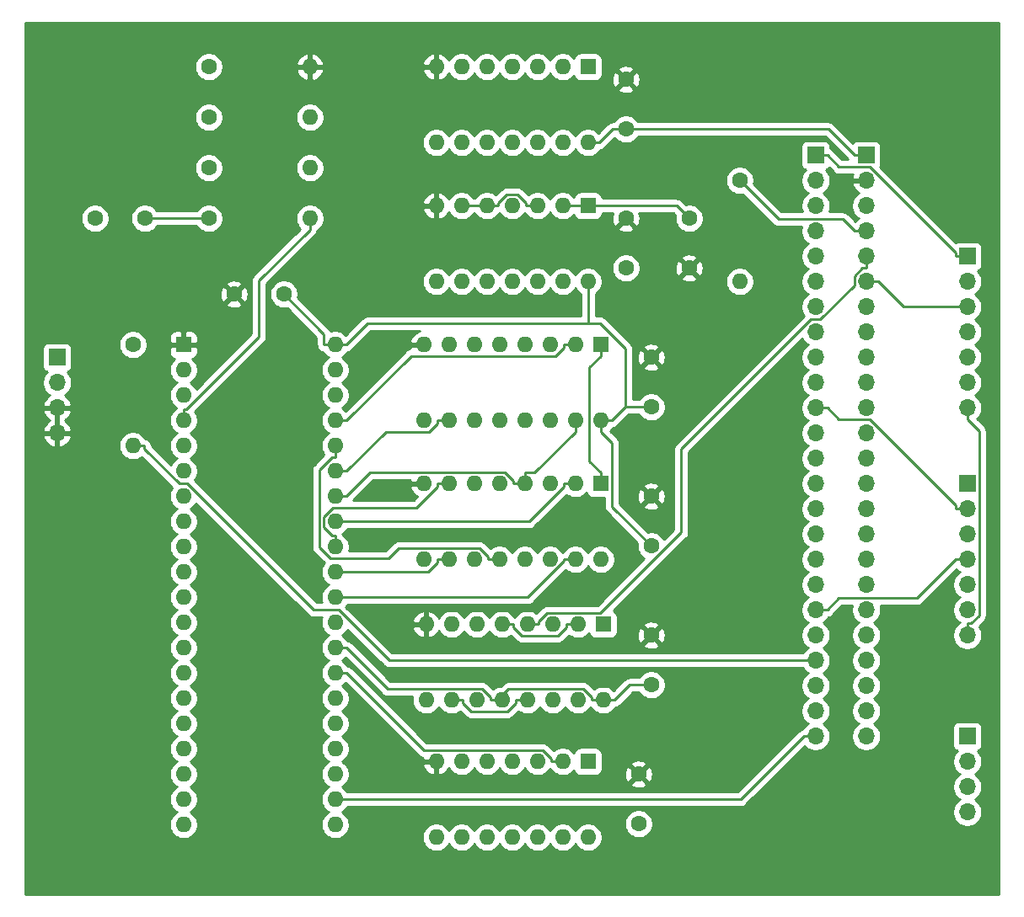
<source format=gbr>
%TF.GenerationSoftware,KiCad,Pcbnew,(5.1.6)-1*%
%TF.CreationDate,2020-08-06T22:00:50+02:00*%
%TF.ProjectId,Nes Sound Expansion,4e657320-536f-4756-9e64-20457870616e,rev?*%
%TF.SameCoordinates,Original*%
%TF.FileFunction,Copper,L1,Top*%
%TF.FilePolarity,Positive*%
%FSLAX46Y46*%
G04 Gerber Fmt 4.6, Leading zero omitted, Abs format (unit mm)*
G04 Created by KiCad (PCBNEW (5.1.6)-1) date 2020-08-06 22:00:50*
%MOMM*%
%LPD*%
G01*
G04 APERTURE LIST*
%TA.AperFunction,ComponentPad*%
%ADD10O,1.700000X1.700000*%
%TD*%
%TA.AperFunction,ComponentPad*%
%ADD11R,1.700000X1.700000*%
%TD*%
%TA.AperFunction,ComponentPad*%
%ADD12O,1.600000X1.600000*%
%TD*%
%TA.AperFunction,ComponentPad*%
%ADD13R,1.600000X1.600000*%
%TD*%
%TA.AperFunction,ComponentPad*%
%ADD14C,1.600000*%
%TD*%
%TA.AperFunction,Conductor*%
%ADD15C,0.250000*%
%TD*%
%TA.AperFunction,Conductor*%
%ADD16C,0.254000*%
%TD*%
G04 APERTURE END LIST*
D10*
%TO.P,J6,4*%
%TO.N,Net-(J6-Pad4)*%
X195580000Y-116840000D03*
%TO.P,J6,3*%
%TO.N,Net-(J6-Pad3)*%
X195580000Y-114300000D03*
%TO.P,J6,2*%
%TO.N,Net-(J6-Pad2)*%
X195580000Y-111760000D03*
D11*
%TO.P,J6,1*%
%TO.N,Net-(J6-Pad1)*%
X195580000Y-109220000D03*
%TD*%
D10*
%TO.P,J5,4*%
%TO.N,GND*%
X104140000Y-78740000D03*
%TO.P,J5,3*%
X104140000Y-76200000D03*
%TO.P,J5,2*%
%TO.N,Net-(C1-Pad1)*%
X104140000Y-73660000D03*
D11*
%TO.P,J5,1*%
X104140000Y-71120000D03*
%TD*%
D12*
%TO.P,U7,14*%
%TO.N,+5V*%
X157480000Y-49530000D03*
%TO.P,U7,7*%
%TO.N,GND*%
X142240000Y-41910000D03*
%TO.P,U7,13*%
%TO.N,N/C*%
X154940000Y-49530000D03*
%TO.P,U7,6*%
X144780000Y-41910000D03*
%TO.P,U7,12*%
X152400000Y-49530000D03*
%TO.P,U7,5*%
X147320000Y-41910000D03*
%TO.P,U7,11*%
X149860000Y-49530000D03*
%TO.P,U7,4*%
X149860000Y-41910000D03*
%TO.P,U7,10*%
X147320000Y-49530000D03*
%TO.P,U7,3*%
%TO.N,Net-(U1-Pad9)*%
X152400000Y-41910000D03*
%TO.P,U7,9*%
%TO.N,N/C*%
X144780000Y-49530000D03*
%TO.P,U7,2*%
%TO.N,Net-(U6-Pad4)*%
X154940000Y-41910000D03*
%TO.P,U7,8*%
%TO.N,N/C*%
X142240000Y-49530000D03*
D13*
%TO.P,U7,1*%
%TO.N,Net-(J1-Pad4)*%
X157480000Y-41910000D03*
%TD*%
D12*
%TO.P,U6,14*%
%TO.N,+5V*%
X157480000Y-63500000D03*
%TO.P,U6,7*%
%TO.N,GND*%
X142240000Y-55880000D03*
%TO.P,U6,13*%
%TO.N,N/C*%
X154940000Y-63500000D03*
%TO.P,U6,6*%
%TO.N,Net-(U6-Pad3)*%
X144780000Y-55880000D03*
%TO.P,U6,12*%
%TO.N,N/C*%
X152400000Y-63500000D03*
%TO.P,U6,5*%
%TO.N,Net-(U6-Pad3)*%
X147320000Y-55880000D03*
%TO.P,U6,11*%
%TO.N,N/C*%
X149860000Y-63500000D03*
%TO.P,U6,4*%
%TO.N,Net-(U6-Pad4)*%
X149860000Y-55880000D03*
%TO.P,U6,10*%
%TO.N,N/C*%
X147320000Y-63500000D03*
%TO.P,U6,3*%
%TO.N,Net-(U6-Pad3)*%
X152400000Y-55880000D03*
%TO.P,U6,9*%
%TO.N,N/C*%
X144780000Y-63500000D03*
%TO.P,U6,2*%
%TO.N,Net-(C7-Pad1)*%
X154940000Y-55880000D03*
%TO.P,U6,8*%
%TO.N,N/C*%
X142240000Y-63500000D03*
D13*
%TO.P,U6,1*%
%TO.N,Net-(C7-Pad1)*%
X157480000Y-55880000D03*
%TD*%
D12*
%TO.P,U5,16*%
%TO.N,+5V*%
X159000000Y-105590000D03*
%TO.P,U5,8*%
%TO.N,GND*%
X141220000Y-97970000D03*
%TO.P,U5,15*%
%TO.N,Net-(U1-Pad1)*%
X156460000Y-105590000D03*
%TO.P,U5,7*%
%TO.N,Net-(U5-Pad7)*%
X143760000Y-97970000D03*
%TO.P,U5,14*%
%TO.N,Net-(U5-Pad14)*%
X153920000Y-105590000D03*
%TO.P,U5,6*%
%TO.N,Net-(U5-Pad6)*%
X146300000Y-97970000D03*
%TO.P,U5,13*%
%TO.N,Net-(U5-Pad10)*%
X151380000Y-105590000D03*
%TO.P,U5,5*%
%TO.N,Net-(U4-Pad1)*%
X148840000Y-97970000D03*
%TO.P,U5,12*%
%TO.N,+5V*%
X148840000Y-105590000D03*
%TO.P,U5,4*%
%TO.N,Net-(J1-Pad5)*%
X151380000Y-97970000D03*
%TO.P,U5,11*%
%TO.N,Net-(U5-Pad11)*%
X146300000Y-105590000D03*
%TO.P,U5,3*%
%TO.N,Net-(U3-Pad27)*%
X153920000Y-97970000D03*
%TO.P,U5,10*%
%TO.N,Net-(U5-Pad10)*%
X143760000Y-105590000D03*
%TO.P,U5,2*%
%TO.N,Net-(U4-Pad1)*%
X156460000Y-97970000D03*
%TO.P,U5,9*%
%TO.N,Net-(U1-Pad9)*%
X141220000Y-105590000D03*
D13*
%TO.P,U5,1*%
%TO.N,Net-(U1-Pad1)*%
X159000000Y-97970000D03*
%TD*%
D12*
%TO.P,U4,14*%
%TO.N,+5V*%
X157480000Y-119380000D03*
%TO.P,U4,7*%
%TO.N,GND*%
X142240000Y-111760000D03*
%TO.P,U4,13*%
%TO.N,N/C*%
X154940000Y-119380000D03*
%TO.P,U4,6*%
X144780000Y-111760000D03*
%TO.P,U4,12*%
X152400000Y-119380000D03*
%TO.P,U4,5*%
X147320000Y-111760000D03*
%TO.P,U4,11*%
X149860000Y-119380000D03*
%TO.P,U4,4*%
X149860000Y-111760000D03*
%TO.P,U4,10*%
X147320000Y-119380000D03*
%TO.P,U4,3*%
%TO.N,Net-(U3-Pad29)*%
X152400000Y-111760000D03*
%TO.P,U4,9*%
%TO.N,N/C*%
X144780000Y-119380000D03*
%TO.P,U4,2*%
%TO.N,Net-(U3-Pad27)*%
X154940000Y-111760000D03*
%TO.P,U4,8*%
%TO.N,N/C*%
X142240000Y-119380000D03*
D13*
%TO.P,U4,1*%
%TO.N,Net-(U4-Pad1)*%
X157480000Y-111760000D03*
%TD*%
D12*
%TO.P,U2,16*%
%TO.N,+5V*%
X158750000Y-91440000D03*
%TO.P,U2,8*%
%TO.N,GND*%
X140970000Y-83820000D03*
%TO.P,U2,15*%
%TO.N,Net-(U2-Pad15)*%
X156210000Y-91440000D03*
%TO.P,U2,7*%
%TO.N,Net-(U2-Pad7)*%
X143510000Y-83820000D03*
%TO.P,U2,14*%
%TO.N,Net-(U2-Pad14)*%
X153670000Y-91440000D03*
%TO.P,U2,6*%
%TO.N,Net-(U2-Pad6)*%
X146050000Y-83820000D03*
%TO.P,U2,13*%
%TO.N,Net-(U1-Pad2)*%
X151130000Y-91440000D03*
%TO.P,U2,5*%
%TO.N,Net-(U1-Pad10)*%
X148590000Y-83820000D03*
%TO.P,U2,12*%
%TO.N,Net-(U1-Pad7)*%
X148590000Y-91440000D03*
%TO.P,U2,4*%
%TO.N,Net-(U1-Pad15)*%
X151130000Y-83820000D03*
%TO.P,U2,11*%
%TO.N,Net-(U2-Pad11)*%
X146050000Y-91440000D03*
%TO.P,U2,3*%
%TO.N,Net-(U2-Pad3)*%
X153670000Y-83820000D03*
%TO.P,U2,10*%
%TO.N,Net-(U2-Pad10)*%
X143510000Y-91440000D03*
%TO.P,U2,2*%
%TO.N,Net-(U2-Pad2)*%
X156210000Y-83820000D03*
%TO.P,U2,9*%
%TO.N,Net-(U1-Pad9)*%
X140970000Y-91440000D03*
D13*
%TO.P,U2,1*%
%TO.N,Net-(U1-Pad1)*%
X158750000Y-83820000D03*
%TD*%
D12*
%TO.P,U1,16*%
%TO.N,+5V*%
X158750000Y-77470000D03*
%TO.P,U1,8*%
%TO.N,GND*%
X140970000Y-69850000D03*
%TO.P,U1,15*%
%TO.N,Net-(U1-Pad15)*%
X156210000Y-77470000D03*
%TO.P,U1,7*%
%TO.N,Net-(U1-Pad7)*%
X143510000Y-69850000D03*
%TO.P,U1,14*%
%TO.N,Net-(U1-Pad14)*%
X153670000Y-77470000D03*
%TO.P,U1,6*%
%TO.N,Net-(U1-Pad6)*%
X146050000Y-69850000D03*
%TO.P,U1,13*%
%TO.N,Net-(J1-Pad24)*%
X151130000Y-77470000D03*
%TO.P,U1,5*%
%TO.N,Net-(J1-Pad22)*%
X148590000Y-69850000D03*
%TO.P,U1,12*%
%TO.N,Net-(J1-Pad23)*%
X148590000Y-77470000D03*
%TO.P,U1,4*%
%TO.N,Net-(J1-Pad21)*%
X151130000Y-69850000D03*
%TO.P,U1,11*%
%TO.N,Net-(U1-Pad11)*%
X146050000Y-77470000D03*
%TO.P,U1,3*%
%TO.N,Net-(U1-Pad3)*%
X153670000Y-69850000D03*
%TO.P,U1,10*%
%TO.N,Net-(U1-Pad10)*%
X143510000Y-77470000D03*
%TO.P,U1,2*%
%TO.N,Net-(U1-Pad2)*%
X156210000Y-69850000D03*
%TO.P,U1,9*%
%TO.N,Net-(U1-Pad9)*%
X140970000Y-77470000D03*
D13*
%TO.P,U1,1*%
%TO.N,Net-(U1-Pad1)*%
X158750000Y-69850000D03*
%TD*%
D10*
%TO.P,J4,7*%
%TO.N,Net-(J2-Pad2)*%
X195580000Y-99060000D03*
%TO.P,J4,6*%
%TO.N,Net-(J4-Pad6)*%
X195580000Y-96520000D03*
%TO.P,J4,5*%
%TO.N,Net-(J4-Pad5)*%
X195580000Y-93980000D03*
%TO.P,J4,4*%
%TO.N,Net-(J2-Pad19)*%
X195580000Y-91440000D03*
%TO.P,J4,3*%
%TO.N,Net-(J1-Pad6)*%
X195580000Y-88900000D03*
%TO.P,J4,2*%
%TO.N,Net-(J2-Pad11)*%
X195580000Y-86360000D03*
D11*
%TO.P,J4,1*%
%TO.N,Net-(J2-Pad1)*%
X195580000Y-83820000D03*
%TD*%
%TO.P,J3,1*%
%TO.N,Net-(J2-Pad1)*%
X195580000Y-60960000D03*
D10*
%TO.P,J3,2*%
%TO.N,Net-(J1-Pad12)*%
X195580000Y-63500000D03*
%TO.P,J3,3*%
%TO.N,Net-(J1-Pad6)*%
X195580000Y-66040000D03*
%TO.P,J3,4*%
%TO.N,Net-(J1-Pad14)*%
X195580000Y-68580000D03*
%TO.P,J3,5*%
%TO.N,Net-(J3-Pad5)*%
X195580000Y-71120000D03*
%TO.P,J3,6*%
%TO.N,Net-(J3-Pad6)*%
X195580000Y-73660000D03*
%TO.P,J3,7*%
%TO.N,Net-(J2-Pad2)*%
X195580000Y-76200000D03*
%TD*%
%TO.P,J2,24*%
%TO.N,Net-(J2-Pad24)*%
X180340000Y-109220000D03*
%TO.P,J2,23*%
%TO.N,Net-(J2-Pad23)*%
X180340000Y-106680000D03*
%TO.P,J2,22*%
%TO.N,Net-(J2-Pad22)*%
X180340000Y-104140000D03*
%TO.P,J2,21*%
%TO.N,Net-(J2-Pad21)*%
X180340000Y-101600000D03*
%TO.P,J2,20*%
%TO.N,Net-(J2-Pad20)*%
X180340000Y-99060000D03*
%TO.P,J2,19*%
%TO.N,Net-(J2-Pad19)*%
X180340000Y-96520000D03*
%TO.P,J2,18*%
%TO.N,Net-(J2-Pad18)*%
X180340000Y-93980000D03*
%TO.P,J2,17*%
%TO.N,Net-(J2-Pad17)*%
X180340000Y-91440000D03*
%TO.P,J2,16*%
%TO.N,Net-(J2-Pad16)*%
X180340000Y-88900000D03*
%TO.P,J2,15*%
%TO.N,Net-(J2-Pad15)*%
X180340000Y-86360000D03*
%TO.P,J2,14*%
%TO.N,Net-(J2-Pad14)*%
X180340000Y-83820000D03*
%TO.P,J2,13*%
%TO.N,Net-(J2-Pad13)*%
X180340000Y-81280000D03*
%TO.P,J2,12*%
%TO.N,Net-(J2-Pad12)*%
X180340000Y-78740000D03*
%TO.P,J2,11*%
%TO.N,Net-(J2-Pad11)*%
X180340000Y-76200000D03*
%TO.P,J2,10*%
%TO.N,Net-(J2-Pad10)*%
X180340000Y-73660000D03*
%TO.P,J2,9*%
%TO.N,Net-(J2-Pad9)*%
X180340000Y-71120000D03*
%TO.P,J2,8*%
%TO.N,Net-(J2-Pad8)*%
X180340000Y-68580000D03*
%TO.P,J2,7*%
%TO.N,Net-(J2-Pad7)*%
X180340000Y-66040000D03*
%TO.P,J2,6*%
%TO.N,Net-(J2-Pad6)*%
X180340000Y-63500000D03*
%TO.P,J2,5*%
%TO.N,Net-(J2-Pad5)*%
X180340000Y-60960000D03*
%TO.P,J2,4*%
%TO.N,Net-(J2-Pad4)*%
X180340000Y-58420000D03*
%TO.P,J2,3*%
%TO.N,Net-(J2-Pad3)*%
X180340000Y-55880000D03*
%TO.P,J2,2*%
%TO.N,Net-(J2-Pad2)*%
X180340000Y-53340000D03*
D11*
%TO.P,J2,1*%
%TO.N,Net-(J2-Pad1)*%
X180340000Y-50800000D03*
%TD*%
D14*
%TO.P,C10,2*%
%TO.N,+5V*%
X161290000Y-62150000D03*
%TO.P,C10,1*%
%TO.N,GND*%
X161290000Y-57150000D03*
%TD*%
%TO.P,C9,2*%
%TO.N,+5V*%
X161290000Y-48180000D03*
%TO.P,C9,1*%
%TO.N,GND*%
X161290000Y-43180000D03*
%TD*%
D12*
%TO.P,R6,2*%
%TO.N,Net-(C7-Pad1)*%
X172720000Y-63500000D03*
D14*
%TO.P,R6,1*%
%TO.N,Net-(J1-Pad4)*%
X172720000Y-53340000D03*
%TD*%
%TO.P,C7,2*%
%TO.N,GND*%
X167640000Y-62150000D03*
%TO.P,C7,1*%
%TO.N,Net-(C7-Pad1)*%
X167640000Y-57150000D03*
%TD*%
%TO.P,C6,2*%
%TO.N,+5V*%
X163830000Y-76120000D03*
%TO.P,C6,1*%
%TO.N,GND*%
X163830000Y-71120000D03*
%TD*%
%TO.P,C5,2*%
%TO.N,+5V*%
X163830000Y-90090000D03*
%TO.P,C5,1*%
%TO.N,GND*%
X163830000Y-85090000D03*
%TD*%
%TO.P,C4,2*%
%TO.N,+5V*%
X162560000Y-118030000D03*
%TO.P,C4,1*%
%TO.N,GND*%
X162560000Y-113030000D03*
%TD*%
%TO.P,C3,2*%
%TO.N,+5V*%
X126920000Y-64770000D03*
%TO.P,C3,1*%
%TO.N,GND*%
X121920000Y-64770000D03*
%TD*%
%TO.P,C2,2*%
%TO.N,+5V*%
X163830000Y-104060000D03*
%TO.P,C2,1*%
%TO.N,GND*%
X163830000Y-99060000D03*
%TD*%
D12*
%TO.P,U3,40*%
%TO.N,+5V*%
X132080000Y-69850000D03*
%TO.P,U3,20*%
%TO.N,Net-(U3-Pad20)*%
X116840000Y-118110000D03*
%TO.P,U3,39*%
%TO.N,Net-(U3-Pad39)*%
X132080000Y-72390000D03*
%TO.P,U3,19*%
%TO.N,Net-(U3-Pad19)*%
X116840000Y-115570000D03*
%TO.P,U3,38*%
%TO.N,Net-(R3-Pad2)*%
X132080000Y-74930000D03*
%TO.P,U3,18*%
%TO.N,Net-(U3-Pad18)*%
X116840000Y-113030000D03*
%TO.P,U3,37*%
%TO.N,Net-(U1-Pad2)*%
X132080000Y-77470000D03*
%TO.P,U3,17*%
%TO.N,Net-(U3-Pad17)*%
X116840000Y-110490000D03*
%TO.P,U3,36*%
%TO.N,Net-(U1-Pad7)*%
X132080000Y-80010000D03*
%TO.P,U3,16*%
%TO.N,Net-(U3-Pad16)*%
X116840000Y-107950000D03*
%TO.P,U3,35*%
%TO.N,Net-(U1-Pad10)*%
X132080000Y-82550000D03*
%TO.P,U3,15*%
%TO.N,Net-(U3-Pad15)*%
X116840000Y-105410000D03*
%TO.P,U3,34*%
%TO.N,Net-(U1-Pad15)*%
X132080000Y-85090000D03*
%TO.P,U3,14*%
%TO.N,Net-(U3-Pad14)*%
X116840000Y-102870000D03*
%TO.P,U3,33*%
%TO.N,Net-(U2-Pad2)*%
X132080000Y-87630000D03*
%TO.P,U3,13*%
%TO.N,Net-(U3-Pad13)*%
X116840000Y-100330000D03*
%TO.P,U3,32*%
%TO.N,Net-(U2-Pad7)*%
X132080000Y-90170000D03*
%TO.P,U3,12*%
%TO.N,Net-(U3-Pad12)*%
X116840000Y-97790000D03*
%TO.P,U3,31*%
%TO.N,Net-(U2-Pad10)*%
X132080000Y-92710000D03*
%TO.P,U3,11*%
%TO.N,Net-(U3-Pad11)*%
X116840000Y-95250000D03*
%TO.P,U3,30*%
%TO.N,Net-(U2-Pad15)*%
X132080000Y-95250000D03*
%TO.P,U3,10*%
%TO.N,Net-(U3-Pad10)*%
X116840000Y-92710000D03*
%TO.P,U3,29*%
%TO.N,Net-(U3-Pad29)*%
X132080000Y-97790000D03*
%TO.P,U3,9*%
%TO.N,Net-(U3-Pad9)*%
X116840000Y-90170000D03*
%TO.P,U3,28*%
%TO.N,+5V*%
X132080000Y-100330000D03*
%TO.P,U3,8*%
%TO.N,Net-(U3-Pad8)*%
X116840000Y-87630000D03*
%TO.P,U3,27*%
%TO.N,Net-(U3-Pad27)*%
X132080000Y-102870000D03*
%TO.P,U3,7*%
%TO.N,Net-(U3-Pad7)*%
X116840000Y-85090000D03*
%TO.P,U3,26*%
%TO.N,Net-(U3-Pad26)*%
X132080000Y-105410000D03*
%TO.P,U3,6*%
%TO.N,Net-(U3-Pad6)*%
X116840000Y-82550000D03*
%TO.P,U3,25*%
%TO.N,Net-(U3-Pad25)*%
X132080000Y-107950000D03*
%TO.P,U3,5*%
%TO.N,Net-(U3-Pad5)*%
X116840000Y-80010000D03*
%TO.P,U3,24*%
%TO.N,Net-(U3-Pad24)*%
X132080000Y-110490000D03*
%TO.P,U3,4*%
%TO.N,Net-(R2-Pad2)*%
X116840000Y-77470000D03*
%TO.P,U3,23*%
%TO.N,Net-(U3-Pad23)*%
X132080000Y-113030000D03*
%TO.P,U3,3*%
%TO.N,Net-(R1-Pad2)*%
X116840000Y-74930000D03*
%TO.P,U3,22*%
%TO.N,Net-(J2-Pad24)*%
X132080000Y-115570000D03*
%TO.P,U3,2*%
%TO.N,Net-(U3-Pad2)*%
X116840000Y-72390000D03*
%TO.P,U3,21*%
%TO.N,Net-(U3-Pad21)*%
X132080000Y-118110000D03*
D13*
%TO.P,U3,1*%
%TO.N,GND*%
X116840000Y-69850000D03*
%TD*%
D12*
%TO.P,R5,2*%
%TO.N,Net-(J2-Pad21)*%
X111760000Y-80010000D03*
D14*
%TO.P,R5,1*%
%TO.N,Net-(C1-Pad1)*%
X111760000Y-69850000D03*
%TD*%
D12*
%TO.P,R4,2*%
%TO.N,GND*%
X129540000Y-41910000D03*
D14*
%TO.P,R4,1*%
%TO.N,Net-(C1-Pad2)*%
X119380000Y-41910000D03*
%TD*%
D12*
%TO.P,R3,2*%
%TO.N,Net-(R3-Pad2)*%
X129540000Y-46990000D03*
D14*
%TO.P,R3,1*%
%TO.N,Net-(C1-Pad2)*%
X119380000Y-46990000D03*
%TD*%
D12*
%TO.P,R2,2*%
%TO.N,Net-(R2-Pad2)*%
X129540000Y-57150000D03*
D14*
%TO.P,R2,1*%
%TO.N,Net-(C1-Pad2)*%
X119380000Y-57150000D03*
%TD*%
D12*
%TO.P,R1,2*%
%TO.N,Net-(R1-Pad2)*%
X129540000Y-52070000D03*
D14*
%TO.P,R1,1*%
%TO.N,Net-(C1-Pad2)*%
X119380000Y-52070000D03*
%TD*%
D10*
%TO.P,J1,24*%
%TO.N,Net-(J1-Pad24)*%
X185420000Y-109220000D03*
%TO.P,J1,23*%
%TO.N,Net-(J1-Pad23)*%
X185420000Y-106680000D03*
%TO.P,J1,22*%
%TO.N,Net-(J1-Pad22)*%
X185420000Y-104140000D03*
%TO.P,J1,21*%
%TO.N,Net-(J1-Pad21)*%
X185420000Y-101600000D03*
%TO.P,J1,20*%
%TO.N,Net-(J1-Pad20)*%
X185420000Y-99060000D03*
%TO.P,J1,19*%
%TO.N,Net-(J1-Pad19)*%
X185420000Y-96520000D03*
%TO.P,J1,18*%
%TO.N,Net-(J1-Pad18)*%
X185420000Y-93980000D03*
%TO.P,J1,17*%
%TO.N,Net-(J1-Pad17)*%
X185420000Y-91440000D03*
%TO.P,J1,16*%
%TO.N,Net-(J1-Pad16)*%
X185420000Y-88900000D03*
%TO.P,J1,15*%
%TO.N,Net-(J1-Pad15)*%
X185420000Y-86360000D03*
%TO.P,J1,14*%
%TO.N,Net-(J1-Pad14)*%
X185420000Y-83820000D03*
%TO.P,J1,13*%
%TO.N,Net-(J1-Pad13)*%
X185420000Y-81280000D03*
%TO.P,J1,12*%
%TO.N,Net-(J1-Pad12)*%
X185420000Y-78740000D03*
%TO.P,J1,11*%
%TO.N,Net-(J1-Pad11)*%
X185420000Y-76200000D03*
%TO.P,J1,10*%
%TO.N,Net-(J1-Pad10)*%
X185420000Y-73660000D03*
%TO.P,J1,9*%
%TO.N,Net-(J1-Pad9)*%
X185420000Y-71120000D03*
%TO.P,J1,8*%
%TO.N,Net-(J1-Pad8)*%
X185420000Y-68580000D03*
%TO.P,J1,7*%
%TO.N,Net-(J1-Pad7)*%
X185420000Y-66040000D03*
%TO.P,J1,6*%
%TO.N,Net-(J1-Pad6)*%
X185420000Y-63500000D03*
%TO.P,J1,5*%
%TO.N,Net-(J1-Pad5)*%
X185420000Y-60960000D03*
%TO.P,J1,4*%
%TO.N,Net-(J1-Pad4)*%
X185420000Y-58420000D03*
%TO.P,J1,3*%
%TO.N,Net-(J1-Pad3)*%
X185420000Y-55880000D03*
%TO.P,J1,2*%
%TO.N,GND*%
X185420000Y-53340000D03*
D11*
%TO.P,J1,1*%
%TO.N,+5V*%
X185420000Y-50800000D03*
%TD*%
D14*
%TO.P,C1,2*%
%TO.N,Net-(C1-Pad2)*%
X112950000Y-57150000D03*
%TO.P,C1,1*%
%TO.N,Net-(C1-Pad1)*%
X107950000Y-57150000D03*
%TD*%
D15*
%TO.N,Net-(C1-Pad2)*%
X119380000Y-57150000D02*
X112950000Y-57150000D01*
%TO.N,Net-(R2-Pad2)*%
X129540000Y-57150000D02*
X129540000Y-58275300D01*
X116840000Y-77470000D02*
X116840000Y-76344700D01*
X116840000Y-76344700D02*
X117121300Y-76344700D01*
X117121300Y-76344700D02*
X124420100Y-69045900D01*
X124420100Y-69045900D02*
X124420100Y-63395200D01*
X124420100Y-63395200D02*
X129540000Y-58275300D01*
%TO.N,Net-(U1-Pad15)*%
X151130000Y-83820000D02*
X151130000Y-82694700D01*
X156210000Y-77470000D02*
X156210000Y-78595300D01*
X156210000Y-78595300D02*
X152110600Y-82694700D01*
X152110600Y-82694700D02*
X151130000Y-82694700D01*
X151130000Y-83820000D02*
X150004700Y-83820000D01*
X132080000Y-85090000D02*
X133205300Y-85090000D01*
X133205300Y-85090000D02*
X135600600Y-82694700D01*
X135600600Y-82694700D02*
X149160800Y-82694700D01*
X149160800Y-82694700D02*
X150004700Y-83538600D01*
X150004700Y-83538600D02*
X150004700Y-83820000D01*
%TO.N,Net-(U1-Pad7)*%
X148590000Y-91440000D02*
X147464700Y-91440000D01*
X132080000Y-80010000D02*
X132080000Y-81135300D01*
X132080000Y-81135300D02*
X131798700Y-81135300D01*
X131798700Y-81135300D02*
X130480300Y-82453700D01*
X130480300Y-82453700D02*
X130480300Y-90222700D01*
X130480300Y-90222700D02*
X131580600Y-91323000D01*
X131580600Y-91323000D02*
X137422300Y-91323000D01*
X137422300Y-91323000D02*
X138430600Y-90314700D01*
X138430600Y-90314700D02*
X146620800Y-90314700D01*
X146620800Y-90314700D02*
X147464700Y-91158600D01*
X147464700Y-91158600D02*
X147464700Y-91440000D01*
%TO.N,Net-(U1-Pad10)*%
X143510000Y-77470000D02*
X142384700Y-77470000D01*
X132080000Y-82550000D02*
X133205300Y-82550000D01*
X133205300Y-82550000D02*
X137160000Y-78595300D01*
X137160000Y-78595300D02*
X141540800Y-78595300D01*
X141540800Y-78595300D02*
X142384700Y-77751400D01*
X142384700Y-77751400D02*
X142384700Y-77470000D01*
%TO.N,Net-(U1-Pad2)*%
X133205300Y-77470000D02*
X139700000Y-70975300D01*
X139700000Y-70975300D02*
X154240800Y-70975300D01*
X154240800Y-70975300D02*
X155084700Y-70131400D01*
X155084700Y-70131400D02*
X155084700Y-69850000D01*
X156210000Y-69850000D02*
X155084700Y-69850000D01*
X132080000Y-77470000D02*
X133205300Y-77470000D01*
%TO.N,Net-(U1-Pad1)*%
X158750000Y-83820000D02*
X158750000Y-82694700D01*
X158750000Y-69850000D02*
X158750000Y-70975300D01*
X158750000Y-70975300D02*
X157624700Y-72100600D01*
X157624700Y-72100600D02*
X157624700Y-81569400D01*
X157624700Y-81569400D02*
X158750000Y-82694700D01*
%TO.N,Net-(U2-Pad15)*%
X156210000Y-91440000D02*
X155084700Y-91440000D01*
X132080000Y-95250000D02*
X151451600Y-95250000D01*
X151451600Y-95250000D02*
X155084700Y-91616900D01*
X155084700Y-91616900D02*
X155084700Y-91440000D01*
%TO.N,Net-(U2-Pad7)*%
X143510000Y-83820000D02*
X142384700Y-83820000D01*
X132080000Y-90170000D02*
X132080000Y-89044700D01*
X132080000Y-89044700D02*
X131798700Y-89044700D01*
X131798700Y-89044700D02*
X130930700Y-88176700D01*
X130930700Y-88176700D02*
X130930700Y-87147200D01*
X130930700Y-87147200D02*
X131856100Y-86221800D01*
X131856100Y-86221800D02*
X140264200Y-86221800D01*
X140264200Y-86221800D02*
X142384700Y-84101300D01*
X142384700Y-84101300D02*
X142384700Y-83820000D01*
%TO.N,Net-(U2-Pad10)*%
X143510000Y-91440000D02*
X142384700Y-91440000D01*
X132080000Y-92710000D02*
X141396000Y-92710000D01*
X141396000Y-92710000D02*
X142384700Y-91721300D01*
X142384700Y-91721300D02*
X142384700Y-91440000D01*
%TO.N,Net-(U2-Pad2)*%
X156210000Y-83820000D02*
X155084700Y-83820000D01*
X132080000Y-87630000D02*
X151556000Y-87630000D01*
X151556000Y-87630000D02*
X155084700Y-84101300D01*
X155084700Y-84101300D02*
X155084700Y-83820000D01*
%TO.N,Net-(J1-Pad6)*%
X185420000Y-63500000D02*
X186595300Y-63500000D01*
X186595300Y-63500000D02*
X189135300Y-66040000D01*
X189135300Y-66040000D02*
X195580000Y-66040000D01*
%TO.N,Net-(J1-Pad5)*%
X151380000Y-97970000D02*
X152505300Y-97970000D01*
X185420000Y-60960000D02*
X185420000Y-62135300D01*
X185420000Y-62135300D02*
X185052600Y-62135300D01*
X185052600Y-62135300D02*
X184244700Y-62943200D01*
X184244700Y-62943200D02*
X184244700Y-63867800D01*
X184244700Y-63867800D02*
X180802500Y-67310000D01*
X180802500Y-67310000D02*
X179881200Y-67310000D01*
X179881200Y-67310000D02*
X166842200Y-80349000D01*
X166842200Y-80349000D02*
X166842200Y-88719700D01*
X166842200Y-88719700D02*
X158717200Y-96844700D01*
X158717200Y-96844700D02*
X153349200Y-96844700D01*
X153349200Y-96844700D02*
X152505300Y-97688600D01*
X152505300Y-97688600D02*
X152505300Y-97970000D01*
%TO.N,Net-(J1-Pad4)*%
X185420000Y-58420000D02*
X184244700Y-58420000D01*
X172720000Y-53340000D02*
X176624700Y-57244700D01*
X176624700Y-57244700D02*
X183069400Y-57244700D01*
X183069400Y-57244700D02*
X184244700Y-58420000D01*
%TO.N,Net-(U5-Pad10)*%
X151380000Y-105590000D02*
X150254700Y-105590000D01*
X143760000Y-105590000D02*
X144885300Y-105590000D01*
X144885300Y-105590000D02*
X144885300Y-105871300D01*
X144885300Y-105871300D02*
X145729300Y-106715300D01*
X145729300Y-106715300D02*
X149410800Y-106715300D01*
X149410800Y-106715300D02*
X150254700Y-105871400D01*
X150254700Y-105871400D02*
X150254700Y-105590000D01*
%TO.N,Net-(U3-Pad27)*%
X154940000Y-111760000D02*
X153814700Y-111760000D01*
X132080000Y-102870000D02*
X133205300Y-102870000D01*
X133205300Y-102870000D02*
X140970000Y-110634700D01*
X140970000Y-110634700D02*
X152970800Y-110634700D01*
X152970800Y-110634700D02*
X153814700Y-111478600D01*
X153814700Y-111478600D02*
X153814700Y-111760000D01*
%TO.N,Net-(U4-Pad1)*%
X148840000Y-97970000D02*
X149965300Y-97970000D01*
X156460000Y-97970000D02*
X155334700Y-97970000D01*
X155334700Y-97970000D02*
X155334700Y-98251300D01*
X155334700Y-98251300D02*
X154490700Y-99095300D01*
X154490700Y-99095300D02*
X150809200Y-99095300D01*
X150809200Y-99095300D02*
X149965300Y-98251400D01*
X149965300Y-98251400D02*
X149965300Y-97970000D01*
%TO.N,Net-(C7-Pad1)*%
X157480000Y-55880000D02*
X154940000Y-55880000D01*
X167640000Y-57150000D02*
X166370000Y-55880000D01*
X166370000Y-55880000D02*
X157480000Y-55880000D01*
%TO.N,Net-(U6-Pad3)*%
X147320000Y-55880000D02*
X148445300Y-55880000D01*
X152400000Y-55880000D02*
X151274700Y-55880000D01*
X151274700Y-55880000D02*
X151274700Y-55598700D01*
X151274700Y-55598700D02*
X150430700Y-54754700D01*
X150430700Y-54754700D02*
X149289200Y-54754700D01*
X149289200Y-54754700D02*
X148445300Y-55598600D01*
X148445300Y-55598600D02*
X148445300Y-55880000D01*
X147320000Y-55880000D02*
X144780000Y-55880000D01*
%TO.N,+5V*%
X132080000Y-69850000D02*
X133205300Y-69850000D01*
X157480000Y-67723900D02*
X135331400Y-67723900D01*
X135331400Y-67723900D02*
X133205300Y-69850000D01*
X161225300Y-76120000D02*
X161225300Y-70243200D01*
X161225300Y-70243200D02*
X158706000Y-67723900D01*
X158706000Y-67723900D02*
X157480000Y-67723900D01*
X157480000Y-67723900D02*
X157480000Y-64625300D01*
X132080000Y-69850000D02*
X130954700Y-69850000D01*
X130954700Y-69850000D02*
X130954700Y-68804700D01*
X130954700Y-68804700D02*
X126920000Y-64770000D01*
X158750000Y-77470000D02*
X159875300Y-77470000D01*
X161225300Y-76120000D02*
X159875300Y-77470000D01*
X163830000Y-76120000D02*
X161225300Y-76120000D01*
X158750000Y-77470000D02*
X158750000Y-78595300D01*
X163830000Y-90090000D02*
X159875300Y-86135300D01*
X159875300Y-86135300D02*
X159875300Y-79720600D01*
X159875300Y-79720600D02*
X158750000Y-78595300D01*
X157480000Y-63500000D02*
X157480000Y-64625300D01*
X159000000Y-105590000D02*
X160125300Y-105590000D01*
X163830000Y-104060000D02*
X161655300Y-104060000D01*
X161655300Y-104060000D02*
X160125300Y-105590000D01*
X159000000Y-105590000D02*
X157874700Y-105590000D01*
X148381800Y-105590000D02*
X149507100Y-104464700D01*
X149507100Y-104464700D02*
X157030800Y-104464700D01*
X157030800Y-104464700D02*
X157874700Y-105308600D01*
X157874700Y-105308600D02*
X157874700Y-105590000D01*
X148840000Y-105590000D02*
X148381800Y-105590000D01*
X148277400Y-105590000D02*
X147714700Y-105590000D01*
X148277400Y-105590000D02*
X148381800Y-105590000D01*
X132080000Y-100330000D02*
X133205300Y-100330000D01*
X133205300Y-100330000D02*
X137340000Y-104464700D01*
X137340000Y-104464700D02*
X146870800Y-104464700D01*
X146870800Y-104464700D02*
X147714700Y-105308600D01*
X147714700Y-105308600D02*
X147714700Y-105590000D01*
X185420000Y-50800000D02*
X184244700Y-50800000D01*
X184244700Y-50800000D02*
X181624700Y-48180000D01*
X181624700Y-48180000D02*
X161290000Y-48180000D01*
X157480000Y-49530000D02*
X158605300Y-49530000D01*
X161290000Y-48180000D02*
X159955300Y-48180000D01*
X159955300Y-48180000D02*
X158605300Y-49530000D01*
%TO.N,Net-(J2-Pad24)*%
X180340000Y-109220000D02*
X179164700Y-109220000D01*
X132080000Y-115570000D02*
X172814700Y-115570000D01*
X172814700Y-115570000D02*
X179164700Y-109220000D01*
%TO.N,Net-(J2-Pad21)*%
X111760000Y-80010000D02*
X112885300Y-80010000D01*
X112885300Y-80010000D02*
X112885300Y-80291300D01*
X112885300Y-80291300D02*
X116414000Y-83820000D01*
X116414000Y-83820000D02*
X117198500Y-83820000D01*
X117198500Y-83820000D02*
X129898500Y-96520000D01*
X129898500Y-96520000D02*
X132412000Y-96520000D01*
X132412000Y-96520000D02*
X137492000Y-101600000D01*
X137492000Y-101600000D02*
X180340000Y-101600000D01*
%TO.N,Net-(J2-Pad19)*%
X195580000Y-91440000D02*
X194404700Y-91440000D01*
X180340000Y-96520000D02*
X181515300Y-96520000D01*
X181515300Y-96520000D02*
X182690600Y-95344700D01*
X182690600Y-95344700D02*
X190500000Y-95344700D01*
X190500000Y-95344700D02*
X194404700Y-91440000D01*
%TO.N,Net-(J2-Pad11)*%
X195580000Y-86360000D02*
X194404700Y-86360000D01*
X180340000Y-76200000D02*
X181515300Y-76200000D01*
X181515300Y-76200000D02*
X182690600Y-77375300D01*
X182690600Y-77375300D02*
X185787300Y-77375300D01*
X185787300Y-77375300D02*
X194404700Y-85992700D01*
X194404700Y-85992700D02*
X194404700Y-86360000D01*
%TO.N,Net-(J2-Pad2)*%
X195580000Y-99060000D02*
X195580000Y-97884700D01*
X195580000Y-76200000D02*
X195580000Y-77375300D01*
X195580000Y-77375300D02*
X196755300Y-78550600D01*
X196755300Y-78550600D02*
X196755300Y-97076800D01*
X196755300Y-97076800D02*
X195947400Y-97884700D01*
X195947400Y-97884700D02*
X195580000Y-97884700D01*
%TO.N,Net-(J2-Pad1)*%
X195580000Y-60960000D02*
X194404700Y-60960000D01*
X180340000Y-50800000D02*
X181515300Y-50800000D01*
X181515300Y-50800000D02*
X182690600Y-51975300D01*
X182690600Y-51975300D02*
X185787300Y-51975300D01*
X185787300Y-51975300D02*
X194404700Y-60592700D01*
X194404700Y-60592700D02*
X194404700Y-60960000D01*
%TD*%
D16*
%TO.N,GND*%
G36*
X198730000Y-125070000D02*
G01*
X100990000Y-125070000D01*
X100990000Y-79096890D01*
X102698524Y-79096890D01*
X102743175Y-79244099D01*
X102868359Y-79506920D01*
X103042412Y-79740269D01*
X103258645Y-79935178D01*
X103508748Y-80084157D01*
X103783109Y-80181481D01*
X104013000Y-80060814D01*
X104013000Y-78867000D01*
X104267000Y-78867000D01*
X104267000Y-80060814D01*
X104496891Y-80181481D01*
X104771252Y-80084157D01*
X105021355Y-79935178D01*
X105095144Y-79868665D01*
X110325000Y-79868665D01*
X110325000Y-80151335D01*
X110380147Y-80428574D01*
X110488320Y-80689727D01*
X110645363Y-80924759D01*
X110845241Y-81124637D01*
X111080273Y-81281680D01*
X111341426Y-81389853D01*
X111618665Y-81445000D01*
X111901335Y-81445000D01*
X112178574Y-81389853D01*
X112439727Y-81281680D01*
X112656222Y-81137023D01*
X115712976Y-84193779D01*
X115568320Y-84410273D01*
X115460147Y-84671426D01*
X115405000Y-84948665D01*
X115405000Y-85231335D01*
X115460147Y-85508574D01*
X115568320Y-85769727D01*
X115725363Y-86004759D01*
X115925241Y-86204637D01*
X116157759Y-86360000D01*
X115925241Y-86515363D01*
X115725363Y-86715241D01*
X115568320Y-86950273D01*
X115460147Y-87211426D01*
X115405000Y-87488665D01*
X115405000Y-87771335D01*
X115460147Y-88048574D01*
X115568320Y-88309727D01*
X115725363Y-88544759D01*
X115925241Y-88744637D01*
X116157759Y-88900000D01*
X115925241Y-89055363D01*
X115725363Y-89255241D01*
X115568320Y-89490273D01*
X115460147Y-89751426D01*
X115405000Y-90028665D01*
X115405000Y-90311335D01*
X115460147Y-90588574D01*
X115568320Y-90849727D01*
X115725363Y-91084759D01*
X115925241Y-91284637D01*
X116157759Y-91440000D01*
X115925241Y-91595363D01*
X115725363Y-91795241D01*
X115568320Y-92030273D01*
X115460147Y-92291426D01*
X115405000Y-92568665D01*
X115405000Y-92851335D01*
X115460147Y-93128574D01*
X115568320Y-93389727D01*
X115725363Y-93624759D01*
X115925241Y-93824637D01*
X116157759Y-93980000D01*
X115925241Y-94135363D01*
X115725363Y-94335241D01*
X115568320Y-94570273D01*
X115460147Y-94831426D01*
X115405000Y-95108665D01*
X115405000Y-95391335D01*
X115460147Y-95668574D01*
X115568320Y-95929727D01*
X115725363Y-96164759D01*
X115925241Y-96364637D01*
X116157759Y-96520000D01*
X115925241Y-96675363D01*
X115725363Y-96875241D01*
X115568320Y-97110273D01*
X115460147Y-97371426D01*
X115405000Y-97648665D01*
X115405000Y-97931335D01*
X115460147Y-98208574D01*
X115568320Y-98469727D01*
X115725363Y-98704759D01*
X115925241Y-98904637D01*
X116157759Y-99060000D01*
X115925241Y-99215363D01*
X115725363Y-99415241D01*
X115568320Y-99650273D01*
X115460147Y-99911426D01*
X115405000Y-100188665D01*
X115405000Y-100471335D01*
X115460147Y-100748574D01*
X115568320Y-101009727D01*
X115725363Y-101244759D01*
X115925241Y-101444637D01*
X116157759Y-101600000D01*
X115925241Y-101755363D01*
X115725363Y-101955241D01*
X115568320Y-102190273D01*
X115460147Y-102451426D01*
X115405000Y-102728665D01*
X115405000Y-103011335D01*
X115460147Y-103288574D01*
X115568320Y-103549727D01*
X115725363Y-103784759D01*
X115925241Y-103984637D01*
X116157759Y-104140000D01*
X115925241Y-104295363D01*
X115725363Y-104495241D01*
X115568320Y-104730273D01*
X115460147Y-104991426D01*
X115405000Y-105268665D01*
X115405000Y-105551335D01*
X115460147Y-105828574D01*
X115568320Y-106089727D01*
X115725363Y-106324759D01*
X115925241Y-106524637D01*
X116157759Y-106680000D01*
X115925241Y-106835363D01*
X115725363Y-107035241D01*
X115568320Y-107270273D01*
X115460147Y-107531426D01*
X115405000Y-107808665D01*
X115405000Y-108091335D01*
X115460147Y-108368574D01*
X115568320Y-108629727D01*
X115725363Y-108864759D01*
X115925241Y-109064637D01*
X116157759Y-109220000D01*
X115925241Y-109375363D01*
X115725363Y-109575241D01*
X115568320Y-109810273D01*
X115460147Y-110071426D01*
X115405000Y-110348665D01*
X115405000Y-110631335D01*
X115460147Y-110908574D01*
X115568320Y-111169727D01*
X115725363Y-111404759D01*
X115925241Y-111604637D01*
X116157759Y-111760000D01*
X115925241Y-111915363D01*
X115725363Y-112115241D01*
X115568320Y-112350273D01*
X115460147Y-112611426D01*
X115405000Y-112888665D01*
X115405000Y-113171335D01*
X115460147Y-113448574D01*
X115568320Y-113709727D01*
X115725363Y-113944759D01*
X115925241Y-114144637D01*
X116157759Y-114300000D01*
X115925241Y-114455363D01*
X115725363Y-114655241D01*
X115568320Y-114890273D01*
X115460147Y-115151426D01*
X115405000Y-115428665D01*
X115405000Y-115711335D01*
X115460147Y-115988574D01*
X115568320Y-116249727D01*
X115725363Y-116484759D01*
X115925241Y-116684637D01*
X116157759Y-116840000D01*
X115925241Y-116995363D01*
X115725363Y-117195241D01*
X115568320Y-117430273D01*
X115460147Y-117691426D01*
X115405000Y-117968665D01*
X115405000Y-118251335D01*
X115460147Y-118528574D01*
X115568320Y-118789727D01*
X115725363Y-119024759D01*
X115925241Y-119224637D01*
X116160273Y-119381680D01*
X116421426Y-119489853D01*
X116698665Y-119545000D01*
X116981335Y-119545000D01*
X117258574Y-119489853D01*
X117519727Y-119381680D01*
X117754759Y-119224637D01*
X117954637Y-119024759D01*
X118111680Y-118789727D01*
X118219853Y-118528574D01*
X118275000Y-118251335D01*
X118275000Y-117968665D01*
X118219853Y-117691426D01*
X118111680Y-117430273D01*
X117954637Y-117195241D01*
X117754759Y-116995363D01*
X117522241Y-116840000D01*
X117754759Y-116684637D01*
X117954637Y-116484759D01*
X118111680Y-116249727D01*
X118219853Y-115988574D01*
X118275000Y-115711335D01*
X118275000Y-115428665D01*
X118219853Y-115151426D01*
X118111680Y-114890273D01*
X117954637Y-114655241D01*
X117754759Y-114455363D01*
X117522241Y-114300000D01*
X117754759Y-114144637D01*
X117954637Y-113944759D01*
X118111680Y-113709727D01*
X118219853Y-113448574D01*
X118275000Y-113171335D01*
X118275000Y-112888665D01*
X118219853Y-112611426D01*
X118111680Y-112350273D01*
X117954637Y-112115241D01*
X117754759Y-111915363D01*
X117522241Y-111760000D01*
X117754759Y-111604637D01*
X117954637Y-111404759D01*
X118111680Y-111169727D01*
X118219853Y-110908574D01*
X118275000Y-110631335D01*
X118275000Y-110348665D01*
X118219853Y-110071426D01*
X118111680Y-109810273D01*
X117954637Y-109575241D01*
X117754759Y-109375363D01*
X117522241Y-109220000D01*
X117754759Y-109064637D01*
X117954637Y-108864759D01*
X118111680Y-108629727D01*
X118219853Y-108368574D01*
X118275000Y-108091335D01*
X118275000Y-107808665D01*
X118219853Y-107531426D01*
X118111680Y-107270273D01*
X117954637Y-107035241D01*
X117754759Y-106835363D01*
X117522241Y-106680000D01*
X117754759Y-106524637D01*
X117954637Y-106324759D01*
X118111680Y-106089727D01*
X118219853Y-105828574D01*
X118275000Y-105551335D01*
X118275000Y-105268665D01*
X118219853Y-104991426D01*
X118111680Y-104730273D01*
X117954637Y-104495241D01*
X117754759Y-104295363D01*
X117522241Y-104140000D01*
X117754759Y-103984637D01*
X117954637Y-103784759D01*
X118111680Y-103549727D01*
X118219853Y-103288574D01*
X118275000Y-103011335D01*
X118275000Y-102728665D01*
X118219853Y-102451426D01*
X118111680Y-102190273D01*
X117954637Y-101955241D01*
X117754759Y-101755363D01*
X117522241Y-101600000D01*
X117754759Y-101444637D01*
X117954637Y-101244759D01*
X118111680Y-101009727D01*
X118219853Y-100748574D01*
X118275000Y-100471335D01*
X118275000Y-100188665D01*
X118219853Y-99911426D01*
X118111680Y-99650273D01*
X117954637Y-99415241D01*
X117754759Y-99215363D01*
X117522241Y-99060000D01*
X117754759Y-98904637D01*
X117954637Y-98704759D01*
X118111680Y-98469727D01*
X118219853Y-98208574D01*
X118275000Y-97931335D01*
X118275000Y-97648665D01*
X118219853Y-97371426D01*
X118111680Y-97110273D01*
X117954637Y-96875241D01*
X117754759Y-96675363D01*
X117522241Y-96520000D01*
X117754759Y-96364637D01*
X117954637Y-96164759D01*
X118111680Y-95929727D01*
X118219853Y-95668574D01*
X118275000Y-95391335D01*
X118275000Y-95108665D01*
X118219853Y-94831426D01*
X118111680Y-94570273D01*
X117954637Y-94335241D01*
X117754759Y-94135363D01*
X117522241Y-93980000D01*
X117754759Y-93824637D01*
X117954637Y-93624759D01*
X118111680Y-93389727D01*
X118219853Y-93128574D01*
X118275000Y-92851335D01*
X118275000Y-92568665D01*
X118219853Y-92291426D01*
X118111680Y-92030273D01*
X117954637Y-91795241D01*
X117754759Y-91595363D01*
X117522241Y-91440000D01*
X117754759Y-91284637D01*
X117954637Y-91084759D01*
X118111680Y-90849727D01*
X118219853Y-90588574D01*
X118275000Y-90311335D01*
X118275000Y-90028665D01*
X118219853Y-89751426D01*
X118111680Y-89490273D01*
X117954637Y-89255241D01*
X117754759Y-89055363D01*
X117522241Y-88900000D01*
X117754759Y-88744637D01*
X117954637Y-88544759D01*
X118111680Y-88309727D01*
X118219853Y-88048574D01*
X118275000Y-87771335D01*
X118275000Y-87488665D01*
X118219853Y-87211426D01*
X118111680Y-86950273D01*
X117954637Y-86715241D01*
X117754759Y-86515363D01*
X117522241Y-86360000D01*
X117754759Y-86204637D01*
X117954637Y-86004759D01*
X118096358Y-85792659D01*
X129334700Y-97031002D01*
X129358499Y-97060001D01*
X129474224Y-97154974D01*
X129606253Y-97225546D01*
X129749514Y-97269003D01*
X129861167Y-97280000D01*
X129861176Y-97280000D01*
X129898499Y-97283676D01*
X129935822Y-97280000D01*
X130738017Y-97280000D01*
X130700147Y-97371426D01*
X130645000Y-97648665D01*
X130645000Y-97931335D01*
X130700147Y-98208574D01*
X130808320Y-98469727D01*
X130965363Y-98704759D01*
X131165241Y-98904637D01*
X131397759Y-99060000D01*
X131165241Y-99215363D01*
X130965363Y-99415241D01*
X130808320Y-99650273D01*
X130700147Y-99911426D01*
X130645000Y-100188665D01*
X130645000Y-100471335D01*
X130700147Y-100748574D01*
X130808320Y-101009727D01*
X130965363Y-101244759D01*
X131165241Y-101444637D01*
X131397759Y-101600000D01*
X131165241Y-101755363D01*
X130965363Y-101955241D01*
X130808320Y-102190273D01*
X130700147Y-102451426D01*
X130645000Y-102728665D01*
X130645000Y-103011335D01*
X130700147Y-103288574D01*
X130808320Y-103549727D01*
X130965363Y-103784759D01*
X131165241Y-103984637D01*
X131397759Y-104140000D01*
X131165241Y-104295363D01*
X130965363Y-104495241D01*
X130808320Y-104730273D01*
X130700147Y-104991426D01*
X130645000Y-105268665D01*
X130645000Y-105551335D01*
X130700147Y-105828574D01*
X130808320Y-106089727D01*
X130965363Y-106324759D01*
X131165241Y-106524637D01*
X131397759Y-106680000D01*
X131165241Y-106835363D01*
X130965363Y-107035241D01*
X130808320Y-107270273D01*
X130700147Y-107531426D01*
X130645000Y-107808665D01*
X130645000Y-108091335D01*
X130700147Y-108368574D01*
X130808320Y-108629727D01*
X130965363Y-108864759D01*
X131165241Y-109064637D01*
X131397759Y-109220000D01*
X131165241Y-109375363D01*
X130965363Y-109575241D01*
X130808320Y-109810273D01*
X130700147Y-110071426D01*
X130645000Y-110348665D01*
X130645000Y-110631335D01*
X130700147Y-110908574D01*
X130808320Y-111169727D01*
X130965363Y-111404759D01*
X131165241Y-111604637D01*
X131397759Y-111760000D01*
X131165241Y-111915363D01*
X130965363Y-112115241D01*
X130808320Y-112350273D01*
X130700147Y-112611426D01*
X130645000Y-112888665D01*
X130645000Y-113171335D01*
X130700147Y-113448574D01*
X130808320Y-113709727D01*
X130965363Y-113944759D01*
X131165241Y-114144637D01*
X131397759Y-114300000D01*
X131165241Y-114455363D01*
X130965363Y-114655241D01*
X130808320Y-114890273D01*
X130700147Y-115151426D01*
X130645000Y-115428665D01*
X130645000Y-115711335D01*
X130700147Y-115988574D01*
X130808320Y-116249727D01*
X130965363Y-116484759D01*
X131165241Y-116684637D01*
X131397759Y-116840000D01*
X131165241Y-116995363D01*
X130965363Y-117195241D01*
X130808320Y-117430273D01*
X130700147Y-117691426D01*
X130645000Y-117968665D01*
X130645000Y-118251335D01*
X130700147Y-118528574D01*
X130808320Y-118789727D01*
X130965363Y-119024759D01*
X131165241Y-119224637D01*
X131400273Y-119381680D01*
X131661426Y-119489853D01*
X131938665Y-119545000D01*
X132221335Y-119545000D01*
X132498574Y-119489853D01*
X132759727Y-119381680D01*
X132973764Y-119238665D01*
X140805000Y-119238665D01*
X140805000Y-119521335D01*
X140860147Y-119798574D01*
X140968320Y-120059727D01*
X141125363Y-120294759D01*
X141325241Y-120494637D01*
X141560273Y-120651680D01*
X141821426Y-120759853D01*
X142098665Y-120815000D01*
X142381335Y-120815000D01*
X142658574Y-120759853D01*
X142919727Y-120651680D01*
X143154759Y-120494637D01*
X143354637Y-120294759D01*
X143510000Y-120062241D01*
X143665363Y-120294759D01*
X143865241Y-120494637D01*
X144100273Y-120651680D01*
X144361426Y-120759853D01*
X144638665Y-120815000D01*
X144921335Y-120815000D01*
X145198574Y-120759853D01*
X145459727Y-120651680D01*
X145694759Y-120494637D01*
X145894637Y-120294759D01*
X146050000Y-120062241D01*
X146205363Y-120294759D01*
X146405241Y-120494637D01*
X146640273Y-120651680D01*
X146901426Y-120759853D01*
X147178665Y-120815000D01*
X147461335Y-120815000D01*
X147738574Y-120759853D01*
X147999727Y-120651680D01*
X148234759Y-120494637D01*
X148434637Y-120294759D01*
X148590000Y-120062241D01*
X148745363Y-120294759D01*
X148945241Y-120494637D01*
X149180273Y-120651680D01*
X149441426Y-120759853D01*
X149718665Y-120815000D01*
X150001335Y-120815000D01*
X150278574Y-120759853D01*
X150539727Y-120651680D01*
X150774759Y-120494637D01*
X150974637Y-120294759D01*
X151130000Y-120062241D01*
X151285363Y-120294759D01*
X151485241Y-120494637D01*
X151720273Y-120651680D01*
X151981426Y-120759853D01*
X152258665Y-120815000D01*
X152541335Y-120815000D01*
X152818574Y-120759853D01*
X153079727Y-120651680D01*
X153314759Y-120494637D01*
X153514637Y-120294759D01*
X153670000Y-120062241D01*
X153825363Y-120294759D01*
X154025241Y-120494637D01*
X154260273Y-120651680D01*
X154521426Y-120759853D01*
X154798665Y-120815000D01*
X155081335Y-120815000D01*
X155358574Y-120759853D01*
X155619727Y-120651680D01*
X155854759Y-120494637D01*
X156054637Y-120294759D01*
X156210000Y-120062241D01*
X156365363Y-120294759D01*
X156565241Y-120494637D01*
X156800273Y-120651680D01*
X157061426Y-120759853D01*
X157338665Y-120815000D01*
X157621335Y-120815000D01*
X157898574Y-120759853D01*
X158159727Y-120651680D01*
X158394759Y-120494637D01*
X158594637Y-120294759D01*
X158751680Y-120059727D01*
X158859853Y-119798574D01*
X158915000Y-119521335D01*
X158915000Y-119238665D01*
X158859853Y-118961426D01*
X158751680Y-118700273D01*
X158594637Y-118465241D01*
X158394759Y-118265363D01*
X158159727Y-118108320D01*
X157898574Y-118000147D01*
X157621335Y-117945000D01*
X157338665Y-117945000D01*
X157061426Y-118000147D01*
X156800273Y-118108320D01*
X156565241Y-118265363D01*
X156365363Y-118465241D01*
X156210000Y-118697759D01*
X156054637Y-118465241D01*
X155854759Y-118265363D01*
X155619727Y-118108320D01*
X155358574Y-118000147D01*
X155081335Y-117945000D01*
X154798665Y-117945000D01*
X154521426Y-118000147D01*
X154260273Y-118108320D01*
X154025241Y-118265363D01*
X153825363Y-118465241D01*
X153670000Y-118697759D01*
X153514637Y-118465241D01*
X153314759Y-118265363D01*
X153079727Y-118108320D01*
X152818574Y-118000147D01*
X152541335Y-117945000D01*
X152258665Y-117945000D01*
X151981426Y-118000147D01*
X151720273Y-118108320D01*
X151485241Y-118265363D01*
X151285363Y-118465241D01*
X151130000Y-118697759D01*
X150974637Y-118465241D01*
X150774759Y-118265363D01*
X150539727Y-118108320D01*
X150278574Y-118000147D01*
X150001335Y-117945000D01*
X149718665Y-117945000D01*
X149441426Y-118000147D01*
X149180273Y-118108320D01*
X148945241Y-118265363D01*
X148745363Y-118465241D01*
X148590000Y-118697759D01*
X148434637Y-118465241D01*
X148234759Y-118265363D01*
X147999727Y-118108320D01*
X147738574Y-118000147D01*
X147461335Y-117945000D01*
X147178665Y-117945000D01*
X146901426Y-118000147D01*
X146640273Y-118108320D01*
X146405241Y-118265363D01*
X146205363Y-118465241D01*
X146050000Y-118697759D01*
X145894637Y-118465241D01*
X145694759Y-118265363D01*
X145459727Y-118108320D01*
X145198574Y-118000147D01*
X144921335Y-117945000D01*
X144638665Y-117945000D01*
X144361426Y-118000147D01*
X144100273Y-118108320D01*
X143865241Y-118265363D01*
X143665363Y-118465241D01*
X143510000Y-118697759D01*
X143354637Y-118465241D01*
X143154759Y-118265363D01*
X142919727Y-118108320D01*
X142658574Y-118000147D01*
X142381335Y-117945000D01*
X142098665Y-117945000D01*
X141821426Y-118000147D01*
X141560273Y-118108320D01*
X141325241Y-118265363D01*
X141125363Y-118465241D01*
X140968320Y-118700273D01*
X140860147Y-118961426D01*
X140805000Y-119238665D01*
X132973764Y-119238665D01*
X132994759Y-119224637D01*
X133194637Y-119024759D01*
X133351680Y-118789727D01*
X133459853Y-118528574D01*
X133515000Y-118251335D01*
X133515000Y-117968665D01*
X133499087Y-117888665D01*
X161125000Y-117888665D01*
X161125000Y-118171335D01*
X161180147Y-118448574D01*
X161288320Y-118709727D01*
X161445363Y-118944759D01*
X161645241Y-119144637D01*
X161880273Y-119301680D01*
X162141426Y-119409853D01*
X162418665Y-119465000D01*
X162701335Y-119465000D01*
X162978574Y-119409853D01*
X163239727Y-119301680D01*
X163474759Y-119144637D01*
X163674637Y-118944759D01*
X163831680Y-118709727D01*
X163939853Y-118448574D01*
X163995000Y-118171335D01*
X163995000Y-117888665D01*
X163939853Y-117611426D01*
X163831680Y-117350273D01*
X163674637Y-117115241D01*
X163474759Y-116915363D01*
X163239727Y-116758320D01*
X162978574Y-116650147D01*
X162701335Y-116595000D01*
X162418665Y-116595000D01*
X162141426Y-116650147D01*
X161880273Y-116758320D01*
X161645241Y-116915363D01*
X161445363Y-117115241D01*
X161288320Y-117350273D01*
X161180147Y-117611426D01*
X161125000Y-117888665D01*
X133499087Y-117888665D01*
X133459853Y-117691426D01*
X133351680Y-117430273D01*
X133194637Y-117195241D01*
X132994759Y-116995363D01*
X132762241Y-116840000D01*
X132994759Y-116684637D01*
X133194637Y-116484759D01*
X133298043Y-116330000D01*
X172777378Y-116330000D01*
X172814700Y-116333676D01*
X172852022Y-116330000D01*
X172852033Y-116330000D01*
X172963686Y-116319003D01*
X173106947Y-116275546D01*
X173238976Y-116204974D01*
X173354701Y-116110001D01*
X173378504Y-116080997D01*
X179239697Y-110219804D01*
X179393368Y-110373475D01*
X179636589Y-110535990D01*
X179906842Y-110647932D01*
X180193740Y-110705000D01*
X180486260Y-110705000D01*
X180773158Y-110647932D01*
X181043411Y-110535990D01*
X181286632Y-110373475D01*
X181493475Y-110166632D01*
X181655990Y-109923411D01*
X181767932Y-109653158D01*
X181825000Y-109366260D01*
X181825000Y-109073740D01*
X181767932Y-108786842D01*
X181655990Y-108516589D01*
X181493475Y-108273368D01*
X181286632Y-108066525D01*
X181112240Y-107950000D01*
X181286632Y-107833475D01*
X181493475Y-107626632D01*
X181655990Y-107383411D01*
X181767932Y-107113158D01*
X181825000Y-106826260D01*
X181825000Y-106533740D01*
X181767932Y-106246842D01*
X181655990Y-105976589D01*
X181493475Y-105733368D01*
X181286632Y-105526525D01*
X181112240Y-105410000D01*
X181286632Y-105293475D01*
X181493475Y-105086632D01*
X181655990Y-104843411D01*
X181767932Y-104573158D01*
X181825000Y-104286260D01*
X181825000Y-103993740D01*
X181767932Y-103706842D01*
X181655990Y-103436589D01*
X181493475Y-103193368D01*
X181286632Y-102986525D01*
X181112240Y-102870000D01*
X181286632Y-102753475D01*
X181493475Y-102546632D01*
X181655990Y-102303411D01*
X181767932Y-102033158D01*
X181825000Y-101746260D01*
X181825000Y-101453740D01*
X181767932Y-101166842D01*
X181655990Y-100896589D01*
X181493475Y-100653368D01*
X181286632Y-100446525D01*
X181112240Y-100330000D01*
X181286632Y-100213475D01*
X181493475Y-100006632D01*
X181655990Y-99763411D01*
X181767932Y-99493158D01*
X181825000Y-99206260D01*
X181825000Y-98913740D01*
X181767932Y-98626842D01*
X181655990Y-98356589D01*
X181493475Y-98113368D01*
X181286632Y-97906525D01*
X181112240Y-97790000D01*
X181286632Y-97673475D01*
X181493475Y-97466632D01*
X181622796Y-97273089D01*
X181664286Y-97269003D01*
X181807547Y-97225546D01*
X181939576Y-97154974D01*
X182055301Y-97060001D01*
X182079104Y-97030997D01*
X183005402Y-96104700D01*
X183988516Y-96104700D01*
X183935000Y-96373740D01*
X183935000Y-96666260D01*
X183992068Y-96953158D01*
X184104010Y-97223411D01*
X184266525Y-97466632D01*
X184473368Y-97673475D01*
X184647760Y-97790000D01*
X184473368Y-97906525D01*
X184266525Y-98113368D01*
X184104010Y-98356589D01*
X183992068Y-98626842D01*
X183935000Y-98913740D01*
X183935000Y-99206260D01*
X183992068Y-99493158D01*
X184104010Y-99763411D01*
X184266525Y-100006632D01*
X184473368Y-100213475D01*
X184647760Y-100330000D01*
X184473368Y-100446525D01*
X184266525Y-100653368D01*
X184104010Y-100896589D01*
X183992068Y-101166842D01*
X183935000Y-101453740D01*
X183935000Y-101746260D01*
X183992068Y-102033158D01*
X184104010Y-102303411D01*
X184266525Y-102546632D01*
X184473368Y-102753475D01*
X184647760Y-102870000D01*
X184473368Y-102986525D01*
X184266525Y-103193368D01*
X184104010Y-103436589D01*
X183992068Y-103706842D01*
X183935000Y-103993740D01*
X183935000Y-104286260D01*
X183992068Y-104573158D01*
X184104010Y-104843411D01*
X184266525Y-105086632D01*
X184473368Y-105293475D01*
X184647760Y-105410000D01*
X184473368Y-105526525D01*
X184266525Y-105733368D01*
X184104010Y-105976589D01*
X183992068Y-106246842D01*
X183935000Y-106533740D01*
X183935000Y-106826260D01*
X183992068Y-107113158D01*
X184104010Y-107383411D01*
X184266525Y-107626632D01*
X184473368Y-107833475D01*
X184647760Y-107950000D01*
X184473368Y-108066525D01*
X184266525Y-108273368D01*
X184104010Y-108516589D01*
X183992068Y-108786842D01*
X183935000Y-109073740D01*
X183935000Y-109366260D01*
X183992068Y-109653158D01*
X184104010Y-109923411D01*
X184266525Y-110166632D01*
X184473368Y-110373475D01*
X184716589Y-110535990D01*
X184986842Y-110647932D01*
X185273740Y-110705000D01*
X185566260Y-110705000D01*
X185853158Y-110647932D01*
X186123411Y-110535990D01*
X186366632Y-110373475D01*
X186573475Y-110166632D01*
X186735990Y-109923411D01*
X186847932Y-109653158D01*
X186905000Y-109366260D01*
X186905000Y-109073740D01*
X186847932Y-108786842D01*
X186735990Y-108516589D01*
X186638043Y-108370000D01*
X194091928Y-108370000D01*
X194091928Y-110070000D01*
X194104188Y-110194482D01*
X194140498Y-110314180D01*
X194199463Y-110424494D01*
X194278815Y-110521185D01*
X194375506Y-110600537D01*
X194485820Y-110659502D01*
X194558380Y-110681513D01*
X194426525Y-110813368D01*
X194264010Y-111056589D01*
X194152068Y-111326842D01*
X194095000Y-111613740D01*
X194095000Y-111906260D01*
X194152068Y-112193158D01*
X194264010Y-112463411D01*
X194426525Y-112706632D01*
X194633368Y-112913475D01*
X194807760Y-113030000D01*
X194633368Y-113146525D01*
X194426525Y-113353368D01*
X194264010Y-113596589D01*
X194152068Y-113866842D01*
X194095000Y-114153740D01*
X194095000Y-114446260D01*
X194152068Y-114733158D01*
X194264010Y-115003411D01*
X194426525Y-115246632D01*
X194633368Y-115453475D01*
X194807760Y-115570000D01*
X194633368Y-115686525D01*
X194426525Y-115893368D01*
X194264010Y-116136589D01*
X194152068Y-116406842D01*
X194095000Y-116693740D01*
X194095000Y-116986260D01*
X194152068Y-117273158D01*
X194264010Y-117543411D01*
X194426525Y-117786632D01*
X194633368Y-117993475D01*
X194876589Y-118155990D01*
X195146842Y-118267932D01*
X195433740Y-118325000D01*
X195726260Y-118325000D01*
X196013158Y-118267932D01*
X196283411Y-118155990D01*
X196526632Y-117993475D01*
X196733475Y-117786632D01*
X196895990Y-117543411D01*
X197007932Y-117273158D01*
X197065000Y-116986260D01*
X197065000Y-116693740D01*
X197007932Y-116406842D01*
X196895990Y-116136589D01*
X196733475Y-115893368D01*
X196526632Y-115686525D01*
X196352240Y-115570000D01*
X196526632Y-115453475D01*
X196733475Y-115246632D01*
X196895990Y-115003411D01*
X197007932Y-114733158D01*
X197065000Y-114446260D01*
X197065000Y-114153740D01*
X197007932Y-113866842D01*
X196895990Y-113596589D01*
X196733475Y-113353368D01*
X196526632Y-113146525D01*
X196352240Y-113030000D01*
X196526632Y-112913475D01*
X196733475Y-112706632D01*
X196895990Y-112463411D01*
X197007932Y-112193158D01*
X197065000Y-111906260D01*
X197065000Y-111613740D01*
X197007932Y-111326842D01*
X196895990Y-111056589D01*
X196733475Y-110813368D01*
X196601620Y-110681513D01*
X196674180Y-110659502D01*
X196784494Y-110600537D01*
X196881185Y-110521185D01*
X196960537Y-110424494D01*
X197019502Y-110314180D01*
X197055812Y-110194482D01*
X197068072Y-110070000D01*
X197068072Y-108370000D01*
X197055812Y-108245518D01*
X197019502Y-108125820D01*
X196960537Y-108015506D01*
X196881185Y-107918815D01*
X196784494Y-107839463D01*
X196674180Y-107780498D01*
X196554482Y-107744188D01*
X196430000Y-107731928D01*
X194730000Y-107731928D01*
X194605518Y-107744188D01*
X194485820Y-107780498D01*
X194375506Y-107839463D01*
X194278815Y-107918815D01*
X194199463Y-108015506D01*
X194140498Y-108125820D01*
X194104188Y-108245518D01*
X194091928Y-108370000D01*
X186638043Y-108370000D01*
X186573475Y-108273368D01*
X186366632Y-108066525D01*
X186192240Y-107950000D01*
X186366632Y-107833475D01*
X186573475Y-107626632D01*
X186735990Y-107383411D01*
X186847932Y-107113158D01*
X186905000Y-106826260D01*
X186905000Y-106533740D01*
X186847932Y-106246842D01*
X186735990Y-105976589D01*
X186573475Y-105733368D01*
X186366632Y-105526525D01*
X186192240Y-105410000D01*
X186366632Y-105293475D01*
X186573475Y-105086632D01*
X186735990Y-104843411D01*
X186847932Y-104573158D01*
X186905000Y-104286260D01*
X186905000Y-103993740D01*
X186847932Y-103706842D01*
X186735990Y-103436589D01*
X186573475Y-103193368D01*
X186366632Y-102986525D01*
X186192240Y-102870000D01*
X186366632Y-102753475D01*
X186573475Y-102546632D01*
X186735990Y-102303411D01*
X186847932Y-102033158D01*
X186905000Y-101746260D01*
X186905000Y-101453740D01*
X186847932Y-101166842D01*
X186735990Y-100896589D01*
X186573475Y-100653368D01*
X186366632Y-100446525D01*
X186192240Y-100330000D01*
X186366632Y-100213475D01*
X186573475Y-100006632D01*
X186735990Y-99763411D01*
X186847932Y-99493158D01*
X186905000Y-99206260D01*
X186905000Y-98913740D01*
X186847932Y-98626842D01*
X186735990Y-98356589D01*
X186573475Y-98113368D01*
X186366632Y-97906525D01*
X186192240Y-97790000D01*
X186366632Y-97673475D01*
X186573475Y-97466632D01*
X186735990Y-97223411D01*
X186847932Y-96953158D01*
X186905000Y-96666260D01*
X186905000Y-96373740D01*
X186851484Y-96104700D01*
X190462678Y-96104700D01*
X190500000Y-96108376D01*
X190537322Y-96104700D01*
X190537333Y-96104700D01*
X190648986Y-96093703D01*
X190792247Y-96050246D01*
X190924276Y-95979674D01*
X191040001Y-95884701D01*
X191063804Y-95855697D01*
X194479697Y-92439804D01*
X194633368Y-92593475D01*
X194807760Y-92710000D01*
X194633368Y-92826525D01*
X194426525Y-93033368D01*
X194264010Y-93276589D01*
X194152068Y-93546842D01*
X194095000Y-93833740D01*
X194095000Y-94126260D01*
X194152068Y-94413158D01*
X194264010Y-94683411D01*
X194426525Y-94926632D01*
X194633368Y-95133475D01*
X194807760Y-95250000D01*
X194633368Y-95366525D01*
X194426525Y-95573368D01*
X194264010Y-95816589D01*
X194152068Y-96086842D01*
X194095000Y-96373740D01*
X194095000Y-96666260D01*
X194152068Y-96953158D01*
X194264010Y-97223411D01*
X194426525Y-97466632D01*
X194633368Y-97673475D01*
X194807760Y-97790000D01*
X194633368Y-97906525D01*
X194426525Y-98113368D01*
X194264010Y-98356589D01*
X194152068Y-98626842D01*
X194095000Y-98913740D01*
X194095000Y-99206260D01*
X194152068Y-99493158D01*
X194264010Y-99763411D01*
X194426525Y-100006632D01*
X194633368Y-100213475D01*
X194876589Y-100375990D01*
X195146842Y-100487932D01*
X195433740Y-100545000D01*
X195726260Y-100545000D01*
X196013158Y-100487932D01*
X196283411Y-100375990D01*
X196526632Y-100213475D01*
X196733475Y-100006632D01*
X196895990Y-99763411D01*
X197007932Y-99493158D01*
X197065000Y-99206260D01*
X197065000Y-98913740D01*
X197007932Y-98626842D01*
X196895990Y-98356589D01*
X196757531Y-98149370D01*
X197266302Y-97640599D01*
X197295301Y-97616801D01*
X197348953Y-97551426D01*
X197390274Y-97501077D01*
X197460846Y-97369047D01*
X197484741Y-97290273D01*
X197504303Y-97225786D01*
X197515300Y-97114133D01*
X197515300Y-97114124D01*
X197518976Y-97076801D01*
X197515300Y-97039478D01*
X197515300Y-78587922D01*
X197518976Y-78550599D01*
X197515300Y-78513276D01*
X197515300Y-78513267D01*
X197504303Y-78401614D01*
X197460846Y-78258353D01*
X197390274Y-78126324D01*
X197295301Y-78010599D01*
X197266304Y-77986802D01*
X196579804Y-77300303D01*
X196733475Y-77146632D01*
X196895990Y-76903411D01*
X197007932Y-76633158D01*
X197065000Y-76346260D01*
X197065000Y-76053740D01*
X197007932Y-75766842D01*
X196895990Y-75496589D01*
X196733475Y-75253368D01*
X196526632Y-75046525D01*
X196352240Y-74930000D01*
X196526632Y-74813475D01*
X196733475Y-74606632D01*
X196895990Y-74363411D01*
X197007932Y-74093158D01*
X197065000Y-73806260D01*
X197065000Y-73513740D01*
X197007932Y-73226842D01*
X196895990Y-72956589D01*
X196733475Y-72713368D01*
X196526632Y-72506525D01*
X196352240Y-72390000D01*
X196526632Y-72273475D01*
X196733475Y-72066632D01*
X196895990Y-71823411D01*
X197007932Y-71553158D01*
X197065000Y-71266260D01*
X197065000Y-70973740D01*
X197007932Y-70686842D01*
X196895990Y-70416589D01*
X196733475Y-70173368D01*
X196526632Y-69966525D01*
X196352240Y-69850000D01*
X196526632Y-69733475D01*
X196733475Y-69526632D01*
X196895990Y-69283411D01*
X197007932Y-69013158D01*
X197065000Y-68726260D01*
X197065000Y-68433740D01*
X197007932Y-68146842D01*
X196895990Y-67876589D01*
X196733475Y-67633368D01*
X196526632Y-67426525D01*
X196352240Y-67310000D01*
X196526632Y-67193475D01*
X196733475Y-66986632D01*
X196895990Y-66743411D01*
X197007932Y-66473158D01*
X197065000Y-66186260D01*
X197065000Y-65893740D01*
X197007932Y-65606842D01*
X196895990Y-65336589D01*
X196733475Y-65093368D01*
X196526632Y-64886525D01*
X196352240Y-64770000D01*
X196526632Y-64653475D01*
X196733475Y-64446632D01*
X196895990Y-64203411D01*
X197007932Y-63933158D01*
X197065000Y-63646260D01*
X197065000Y-63353740D01*
X197007932Y-63066842D01*
X196895990Y-62796589D01*
X196733475Y-62553368D01*
X196601620Y-62421513D01*
X196674180Y-62399502D01*
X196784494Y-62340537D01*
X196881185Y-62261185D01*
X196960537Y-62164494D01*
X197019502Y-62054180D01*
X197055812Y-61934482D01*
X197068072Y-61810000D01*
X197068072Y-60110000D01*
X197055812Y-59985518D01*
X197019502Y-59865820D01*
X196960537Y-59755506D01*
X196881185Y-59658815D01*
X196784494Y-59579463D01*
X196674180Y-59520498D01*
X196554482Y-59484188D01*
X196430000Y-59471928D01*
X194730000Y-59471928D01*
X194605518Y-59484188D01*
X194485820Y-59520498D01*
X194434651Y-59547849D01*
X186832151Y-51945350D01*
X186859502Y-51894180D01*
X186895812Y-51774482D01*
X186908072Y-51650000D01*
X186908072Y-49950000D01*
X186895812Y-49825518D01*
X186859502Y-49705820D01*
X186800537Y-49595506D01*
X186721185Y-49498815D01*
X186624494Y-49419463D01*
X186514180Y-49360498D01*
X186394482Y-49324188D01*
X186270000Y-49311928D01*
X184570000Y-49311928D01*
X184445518Y-49324188D01*
X184325820Y-49360498D01*
X184215506Y-49419463D01*
X184118815Y-49498815D01*
X184073515Y-49554013D01*
X182188504Y-47669003D01*
X182164701Y-47639999D01*
X182048976Y-47545026D01*
X181916947Y-47474454D01*
X181773686Y-47430997D01*
X181662033Y-47420000D01*
X181662022Y-47420000D01*
X181624700Y-47416324D01*
X181587378Y-47420000D01*
X162508043Y-47420000D01*
X162404637Y-47265241D01*
X162204759Y-47065363D01*
X161969727Y-46908320D01*
X161708574Y-46800147D01*
X161431335Y-46745000D01*
X161148665Y-46745000D01*
X160871426Y-46800147D01*
X160610273Y-46908320D01*
X160375241Y-47065363D01*
X160175363Y-47265241D01*
X160071957Y-47420000D01*
X159992622Y-47420000D01*
X159955299Y-47416324D01*
X159917976Y-47420000D01*
X159917967Y-47420000D01*
X159806314Y-47430997D01*
X159663053Y-47474454D01*
X159531024Y-47545026D01*
X159415299Y-47639999D01*
X159391501Y-47668997D01*
X158519947Y-48540551D01*
X158394759Y-48415363D01*
X158159727Y-48258320D01*
X157898574Y-48150147D01*
X157621335Y-48095000D01*
X157338665Y-48095000D01*
X157061426Y-48150147D01*
X156800273Y-48258320D01*
X156565241Y-48415363D01*
X156365363Y-48615241D01*
X156210000Y-48847759D01*
X156054637Y-48615241D01*
X155854759Y-48415363D01*
X155619727Y-48258320D01*
X155358574Y-48150147D01*
X155081335Y-48095000D01*
X154798665Y-48095000D01*
X154521426Y-48150147D01*
X154260273Y-48258320D01*
X154025241Y-48415363D01*
X153825363Y-48615241D01*
X153670000Y-48847759D01*
X153514637Y-48615241D01*
X153314759Y-48415363D01*
X153079727Y-48258320D01*
X152818574Y-48150147D01*
X152541335Y-48095000D01*
X152258665Y-48095000D01*
X151981426Y-48150147D01*
X151720273Y-48258320D01*
X151485241Y-48415363D01*
X151285363Y-48615241D01*
X151130000Y-48847759D01*
X150974637Y-48615241D01*
X150774759Y-48415363D01*
X150539727Y-48258320D01*
X150278574Y-48150147D01*
X150001335Y-48095000D01*
X149718665Y-48095000D01*
X149441426Y-48150147D01*
X149180273Y-48258320D01*
X148945241Y-48415363D01*
X148745363Y-48615241D01*
X148590000Y-48847759D01*
X148434637Y-48615241D01*
X148234759Y-48415363D01*
X147999727Y-48258320D01*
X147738574Y-48150147D01*
X147461335Y-48095000D01*
X147178665Y-48095000D01*
X146901426Y-48150147D01*
X146640273Y-48258320D01*
X146405241Y-48415363D01*
X146205363Y-48615241D01*
X146050000Y-48847759D01*
X145894637Y-48615241D01*
X145694759Y-48415363D01*
X145459727Y-48258320D01*
X145198574Y-48150147D01*
X144921335Y-48095000D01*
X144638665Y-48095000D01*
X144361426Y-48150147D01*
X144100273Y-48258320D01*
X143865241Y-48415363D01*
X143665363Y-48615241D01*
X143510000Y-48847759D01*
X143354637Y-48615241D01*
X143154759Y-48415363D01*
X142919727Y-48258320D01*
X142658574Y-48150147D01*
X142381335Y-48095000D01*
X142098665Y-48095000D01*
X141821426Y-48150147D01*
X141560273Y-48258320D01*
X141325241Y-48415363D01*
X141125363Y-48615241D01*
X140968320Y-48850273D01*
X140860147Y-49111426D01*
X140805000Y-49388665D01*
X140805000Y-49671335D01*
X140860147Y-49948574D01*
X140968320Y-50209727D01*
X141125363Y-50444759D01*
X141325241Y-50644637D01*
X141560273Y-50801680D01*
X141821426Y-50909853D01*
X142098665Y-50965000D01*
X142381335Y-50965000D01*
X142658574Y-50909853D01*
X142919727Y-50801680D01*
X143154759Y-50644637D01*
X143354637Y-50444759D01*
X143510000Y-50212241D01*
X143665363Y-50444759D01*
X143865241Y-50644637D01*
X144100273Y-50801680D01*
X144361426Y-50909853D01*
X144638665Y-50965000D01*
X144921335Y-50965000D01*
X145198574Y-50909853D01*
X145459727Y-50801680D01*
X145694759Y-50644637D01*
X145894637Y-50444759D01*
X146050000Y-50212241D01*
X146205363Y-50444759D01*
X146405241Y-50644637D01*
X146640273Y-50801680D01*
X146901426Y-50909853D01*
X147178665Y-50965000D01*
X147461335Y-50965000D01*
X147738574Y-50909853D01*
X147999727Y-50801680D01*
X148234759Y-50644637D01*
X148434637Y-50444759D01*
X148590000Y-50212241D01*
X148745363Y-50444759D01*
X148945241Y-50644637D01*
X149180273Y-50801680D01*
X149441426Y-50909853D01*
X149718665Y-50965000D01*
X150001335Y-50965000D01*
X150278574Y-50909853D01*
X150539727Y-50801680D01*
X150774759Y-50644637D01*
X150974637Y-50444759D01*
X151130000Y-50212241D01*
X151285363Y-50444759D01*
X151485241Y-50644637D01*
X151720273Y-50801680D01*
X151981426Y-50909853D01*
X152258665Y-50965000D01*
X152541335Y-50965000D01*
X152818574Y-50909853D01*
X153079727Y-50801680D01*
X153314759Y-50644637D01*
X153514637Y-50444759D01*
X153670000Y-50212241D01*
X153825363Y-50444759D01*
X154025241Y-50644637D01*
X154260273Y-50801680D01*
X154521426Y-50909853D01*
X154798665Y-50965000D01*
X155081335Y-50965000D01*
X155358574Y-50909853D01*
X155619727Y-50801680D01*
X155854759Y-50644637D01*
X156054637Y-50444759D01*
X156210000Y-50212241D01*
X156365363Y-50444759D01*
X156565241Y-50644637D01*
X156800273Y-50801680D01*
X157061426Y-50909853D01*
X157338665Y-50965000D01*
X157621335Y-50965000D01*
X157898574Y-50909853D01*
X158159727Y-50801680D01*
X158394759Y-50644637D01*
X158594637Y-50444759D01*
X158701947Y-50284158D01*
X158754286Y-50279003D01*
X158897547Y-50235546D01*
X159029576Y-50164974D01*
X159145301Y-50070001D01*
X159169104Y-50040997D01*
X160151322Y-49058779D01*
X160175363Y-49094759D01*
X160375241Y-49294637D01*
X160610273Y-49451680D01*
X160871426Y-49559853D01*
X161148665Y-49615000D01*
X161431335Y-49615000D01*
X161708574Y-49559853D01*
X161969727Y-49451680D01*
X162204759Y-49294637D01*
X162404637Y-49094759D01*
X162508043Y-48940000D01*
X181309899Y-48940000D01*
X183585198Y-51215300D01*
X183005402Y-51215300D01*
X182079104Y-50289003D01*
X182055301Y-50259999D01*
X181939576Y-50165026D01*
X181828072Y-50105425D01*
X181828072Y-49950000D01*
X181815812Y-49825518D01*
X181779502Y-49705820D01*
X181720537Y-49595506D01*
X181641185Y-49498815D01*
X181544494Y-49419463D01*
X181434180Y-49360498D01*
X181314482Y-49324188D01*
X181190000Y-49311928D01*
X179490000Y-49311928D01*
X179365518Y-49324188D01*
X179245820Y-49360498D01*
X179135506Y-49419463D01*
X179038815Y-49498815D01*
X178959463Y-49595506D01*
X178900498Y-49705820D01*
X178864188Y-49825518D01*
X178851928Y-49950000D01*
X178851928Y-51650000D01*
X178864188Y-51774482D01*
X178900498Y-51894180D01*
X178959463Y-52004494D01*
X179038815Y-52101185D01*
X179135506Y-52180537D01*
X179245820Y-52239502D01*
X179318380Y-52261513D01*
X179186525Y-52393368D01*
X179024010Y-52636589D01*
X178912068Y-52906842D01*
X178855000Y-53193740D01*
X178855000Y-53486260D01*
X178912068Y-53773158D01*
X179024010Y-54043411D01*
X179186525Y-54286632D01*
X179393368Y-54493475D01*
X179567760Y-54610000D01*
X179393368Y-54726525D01*
X179186525Y-54933368D01*
X179024010Y-55176589D01*
X178912068Y-55446842D01*
X178855000Y-55733740D01*
X178855000Y-56026260D01*
X178912068Y-56313158D01*
X178983123Y-56484700D01*
X176939502Y-56484700D01*
X174118688Y-53663887D01*
X174155000Y-53481335D01*
X174155000Y-53198665D01*
X174099853Y-52921426D01*
X173991680Y-52660273D01*
X173834637Y-52425241D01*
X173634759Y-52225363D01*
X173399727Y-52068320D01*
X173138574Y-51960147D01*
X172861335Y-51905000D01*
X172578665Y-51905000D01*
X172301426Y-51960147D01*
X172040273Y-52068320D01*
X171805241Y-52225363D01*
X171605363Y-52425241D01*
X171448320Y-52660273D01*
X171340147Y-52921426D01*
X171285000Y-53198665D01*
X171285000Y-53481335D01*
X171340147Y-53758574D01*
X171448320Y-54019727D01*
X171605363Y-54254759D01*
X171805241Y-54454637D01*
X172040273Y-54611680D01*
X172301426Y-54719853D01*
X172578665Y-54775000D01*
X172861335Y-54775000D01*
X173043887Y-54738688D01*
X176060900Y-57755702D01*
X176084699Y-57784701D01*
X176200424Y-57879674D01*
X176332453Y-57950246D01*
X176475714Y-57993703D01*
X176587367Y-58004700D01*
X176587375Y-58004700D01*
X176624700Y-58008376D01*
X176662025Y-58004700D01*
X178908516Y-58004700D01*
X178855000Y-58273740D01*
X178855000Y-58566260D01*
X178912068Y-58853158D01*
X179024010Y-59123411D01*
X179186525Y-59366632D01*
X179393368Y-59573475D01*
X179567760Y-59690000D01*
X179393368Y-59806525D01*
X179186525Y-60013368D01*
X179024010Y-60256589D01*
X178912068Y-60526842D01*
X178855000Y-60813740D01*
X178855000Y-61106260D01*
X178912068Y-61393158D01*
X179024010Y-61663411D01*
X179186525Y-61906632D01*
X179393368Y-62113475D01*
X179567760Y-62230000D01*
X179393368Y-62346525D01*
X179186525Y-62553368D01*
X179024010Y-62796589D01*
X178912068Y-63066842D01*
X178855000Y-63353740D01*
X178855000Y-63646260D01*
X178912068Y-63933158D01*
X179024010Y-64203411D01*
X179186525Y-64446632D01*
X179393368Y-64653475D01*
X179567760Y-64770000D01*
X179393368Y-64886525D01*
X179186525Y-65093368D01*
X179024010Y-65336589D01*
X178912068Y-65606842D01*
X178855000Y-65893740D01*
X178855000Y-66186260D01*
X178912068Y-66473158D01*
X179024010Y-66743411D01*
X179163791Y-66952607D01*
X166331203Y-79785196D01*
X166302199Y-79808999D01*
X166266854Y-79852068D01*
X166207226Y-79924724D01*
X166137062Y-80055990D01*
X166136654Y-80056754D01*
X166093197Y-80200015D01*
X166082200Y-80311668D01*
X166082200Y-80311678D01*
X166078524Y-80349000D01*
X166082200Y-80386322D01*
X166082201Y-88404897D01*
X165091725Y-89395374D01*
X164944637Y-89175241D01*
X164744759Y-88975363D01*
X164509727Y-88818320D01*
X164248574Y-88710147D01*
X163971335Y-88655000D01*
X163688665Y-88655000D01*
X163506115Y-88691312D01*
X160897504Y-86082702D01*
X163016903Y-86082702D01*
X163088486Y-86326671D01*
X163343996Y-86447571D01*
X163618184Y-86516300D01*
X163900512Y-86530217D01*
X164180130Y-86488787D01*
X164446292Y-86393603D01*
X164571514Y-86326671D01*
X164643097Y-86082702D01*
X163830000Y-85269605D01*
X163016903Y-86082702D01*
X160897504Y-86082702D01*
X160635300Y-85820499D01*
X160635300Y-85160512D01*
X162389783Y-85160512D01*
X162431213Y-85440130D01*
X162526397Y-85706292D01*
X162593329Y-85831514D01*
X162837298Y-85903097D01*
X163650395Y-85090000D01*
X164009605Y-85090000D01*
X164822702Y-85903097D01*
X165066671Y-85831514D01*
X165187571Y-85576004D01*
X165256300Y-85301816D01*
X165270217Y-85019488D01*
X165228787Y-84739870D01*
X165133603Y-84473708D01*
X165066671Y-84348486D01*
X164822702Y-84276903D01*
X164009605Y-85090000D01*
X163650395Y-85090000D01*
X162837298Y-84276903D01*
X162593329Y-84348486D01*
X162472429Y-84603996D01*
X162403700Y-84878184D01*
X162389783Y-85160512D01*
X160635300Y-85160512D01*
X160635300Y-84097298D01*
X163016903Y-84097298D01*
X163830000Y-84910395D01*
X164643097Y-84097298D01*
X164571514Y-83853329D01*
X164316004Y-83732429D01*
X164041816Y-83663700D01*
X163759488Y-83649783D01*
X163479870Y-83691213D01*
X163213708Y-83786397D01*
X163088486Y-83853329D01*
X163016903Y-84097298D01*
X160635300Y-84097298D01*
X160635300Y-79757933D01*
X160638977Y-79720600D01*
X160632647Y-79656326D01*
X160624303Y-79571614D01*
X160580846Y-79428353D01*
X160510274Y-79296324D01*
X160415301Y-79180599D01*
X160386303Y-79156801D01*
X159739449Y-78509947D01*
X159864637Y-78384759D01*
X159971947Y-78224158D01*
X160024286Y-78219003D01*
X160167547Y-78175546D01*
X160299576Y-78104974D01*
X160415301Y-78010001D01*
X160439104Y-77980997D01*
X161540102Y-76880000D01*
X162611957Y-76880000D01*
X162715363Y-77034759D01*
X162915241Y-77234637D01*
X163150273Y-77391680D01*
X163411426Y-77499853D01*
X163688665Y-77555000D01*
X163971335Y-77555000D01*
X164248574Y-77499853D01*
X164509727Y-77391680D01*
X164744759Y-77234637D01*
X164944637Y-77034759D01*
X165101680Y-76799727D01*
X165209853Y-76538574D01*
X165265000Y-76261335D01*
X165265000Y-75978665D01*
X165209853Y-75701426D01*
X165101680Y-75440273D01*
X164944637Y-75205241D01*
X164744759Y-75005363D01*
X164509727Y-74848320D01*
X164248574Y-74740147D01*
X163971335Y-74685000D01*
X163688665Y-74685000D01*
X163411426Y-74740147D01*
X163150273Y-74848320D01*
X162915241Y-75005363D01*
X162715363Y-75205241D01*
X162611957Y-75360000D01*
X161985300Y-75360000D01*
X161985300Y-72112702D01*
X163016903Y-72112702D01*
X163088486Y-72356671D01*
X163343996Y-72477571D01*
X163618184Y-72546300D01*
X163900512Y-72560217D01*
X164180130Y-72518787D01*
X164446292Y-72423603D01*
X164571514Y-72356671D01*
X164643097Y-72112702D01*
X163830000Y-71299605D01*
X163016903Y-72112702D01*
X161985300Y-72112702D01*
X161985300Y-71190512D01*
X162389783Y-71190512D01*
X162431213Y-71470130D01*
X162526397Y-71736292D01*
X162593329Y-71861514D01*
X162837298Y-71933097D01*
X163650395Y-71120000D01*
X164009605Y-71120000D01*
X164822702Y-71933097D01*
X165066671Y-71861514D01*
X165187571Y-71606004D01*
X165256300Y-71331816D01*
X165270217Y-71049488D01*
X165228787Y-70769870D01*
X165133603Y-70503708D01*
X165066671Y-70378486D01*
X164822702Y-70306903D01*
X164009605Y-71120000D01*
X163650395Y-71120000D01*
X162837298Y-70306903D01*
X162593329Y-70378486D01*
X162472429Y-70633996D01*
X162403700Y-70908184D01*
X162389783Y-71190512D01*
X161985300Y-71190512D01*
X161985300Y-70280522D01*
X161988976Y-70243199D01*
X161985300Y-70205876D01*
X161985300Y-70205867D01*
X161977562Y-70127298D01*
X163016903Y-70127298D01*
X163830000Y-70940395D01*
X164643097Y-70127298D01*
X164571514Y-69883329D01*
X164316004Y-69762429D01*
X164041816Y-69693700D01*
X163759488Y-69679783D01*
X163479870Y-69721213D01*
X163213708Y-69816397D01*
X163088486Y-69883329D01*
X163016903Y-70127298D01*
X161977562Y-70127298D01*
X161974303Y-70094214D01*
X161930846Y-69950953D01*
X161860274Y-69818924D01*
X161765301Y-69703199D01*
X161736303Y-69679401D01*
X159269804Y-67212903D01*
X159246001Y-67183899D01*
X159130276Y-67088926D01*
X158998247Y-67018354D01*
X158854986Y-66974897D01*
X158743333Y-66963900D01*
X158743322Y-66963900D01*
X158706000Y-66960224D01*
X158668678Y-66963900D01*
X158240000Y-66963900D01*
X158240000Y-64718043D01*
X158394759Y-64614637D01*
X158594637Y-64414759D01*
X158751680Y-64179727D01*
X158859853Y-63918574D01*
X158915000Y-63641335D01*
X158915000Y-63358665D01*
X158859853Y-63081426D01*
X158751680Y-62820273D01*
X158594637Y-62585241D01*
X158394759Y-62385363D01*
X158159727Y-62228320D01*
X157898574Y-62120147D01*
X157621335Y-62065000D01*
X157338665Y-62065000D01*
X157061426Y-62120147D01*
X156800273Y-62228320D01*
X156565241Y-62385363D01*
X156365363Y-62585241D01*
X156210000Y-62817759D01*
X156054637Y-62585241D01*
X155854759Y-62385363D01*
X155619727Y-62228320D01*
X155358574Y-62120147D01*
X155081335Y-62065000D01*
X154798665Y-62065000D01*
X154521426Y-62120147D01*
X154260273Y-62228320D01*
X154025241Y-62385363D01*
X153825363Y-62585241D01*
X153670000Y-62817759D01*
X153514637Y-62585241D01*
X153314759Y-62385363D01*
X153079727Y-62228320D01*
X152818574Y-62120147D01*
X152541335Y-62065000D01*
X152258665Y-62065000D01*
X151981426Y-62120147D01*
X151720273Y-62228320D01*
X151485241Y-62385363D01*
X151285363Y-62585241D01*
X151130000Y-62817759D01*
X150974637Y-62585241D01*
X150774759Y-62385363D01*
X150539727Y-62228320D01*
X150278574Y-62120147D01*
X150001335Y-62065000D01*
X149718665Y-62065000D01*
X149441426Y-62120147D01*
X149180273Y-62228320D01*
X148945241Y-62385363D01*
X148745363Y-62585241D01*
X148590000Y-62817759D01*
X148434637Y-62585241D01*
X148234759Y-62385363D01*
X147999727Y-62228320D01*
X147738574Y-62120147D01*
X147461335Y-62065000D01*
X147178665Y-62065000D01*
X146901426Y-62120147D01*
X146640273Y-62228320D01*
X146405241Y-62385363D01*
X146205363Y-62585241D01*
X146050000Y-62817759D01*
X145894637Y-62585241D01*
X145694759Y-62385363D01*
X145459727Y-62228320D01*
X145198574Y-62120147D01*
X144921335Y-62065000D01*
X144638665Y-62065000D01*
X144361426Y-62120147D01*
X144100273Y-62228320D01*
X143865241Y-62385363D01*
X143665363Y-62585241D01*
X143510000Y-62817759D01*
X143354637Y-62585241D01*
X143154759Y-62385363D01*
X142919727Y-62228320D01*
X142658574Y-62120147D01*
X142381335Y-62065000D01*
X142098665Y-62065000D01*
X141821426Y-62120147D01*
X141560273Y-62228320D01*
X141325241Y-62385363D01*
X141125363Y-62585241D01*
X140968320Y-62820273D01*
X140860147Y-63081426D01*
X140805000Y-63358665D01*
X140805000Y-63641335D01*
X140860147Y-63918574D01*
X140968320Y-64179727D01*
X141125363Y-64414759D01*
X141325241Y-64614637D01*
X141560273Y-64771680D01*
X141821426Y-64879853D01*
X142098665Y-64935000D01*
X142381335Y-64935000D01*
X142658574Y-64879853D01*
X142919727Y-64771680D01*
X143154759Y-64614637D01*
X143354637Y-64414759D01*
X143510000Y-64182241D01*
X143665363Y-64414759D01*
X143865241Y-64614637D01*
X144100273Y-64771680D01*
X144361426Y-64879853D01*
X144638665Y-64935000D01*
X144921335Y-64935000D01*
X145198574Y-64879853D01*
X145459727Y-64771680D01*
X145694759Y-64614637D01*
X145894637Y-64414759D01*
X146050000Y-64182241D01*
X146205363Y-64414759D01*
X146405241Y-64614637D01*
X146640273Y-64771680D01*
X146901426Y-64879853D01*
X147178665Y-64935000D01*
X147461335Y-64935000D01*
X147738574Y-64879853D01*
X147999727Y-64771680D01*
X148234759Y-64614637D01*
X148434637Y-64414759D01*
X148590000Y-64182241D01*
X148745363Y-64414759D01*
X148945241Y-64614637D01*
X149180273Y-64771680D01*
X149441426Y-64879853D01*
X149718665Y-64935000D01*
X150001335Y-64935000D01*
X150278574Y-64879853D01*
X150539727Y-64771680D01*
X150774759Y-64614637D01*
X150974637Y-64414759D01*
X151130000Y-64182241D01*
X151285363Y-64414759D01*
X151485241Y-64614637D01*
X151720273Y-64771680D01*
X151981426Y-64879853D01*
X152258665Y-64935000D01*
X152541335Y-64935000D01*
X152818574Y-64879853D01*
X153079727Y-64771680D01*
X153314759Y-64614637D01*
X153514637Y-64414759D01*
X153670000Y-64182241D01*
X153825363Y-64414759D01*
X154025241Y-64614637D01*
X154260273Y-64771680D01*
X154521426Y-64879853D01*
X154798665Y-64935000D01*
X155081335Y-64935000D01*
X155358574Y-64879853D01*
X155619727Y-64771680D01*
X155854759Y-64614637D01*
X156054637Y-64414759D01*
X156210000Y-64182241D01*
X156365363Y-64414759D01*
X156565241Y-64614637D01*
X156720001Y-64718044D01*
X156720000Y-66963900D01*
X135368722Y-66963900D01*
X135331399Y-66960224D01*
X135294076Y-66963900D01*
X135294067Y-66963900D01*
X135182414Y-66974897D01*
X135039153Y-67018354D01*
X134907124Y-67088926D01*
X134907122Y-67088927D01*
X134907123Y-67088927D01*
X134820396Y-67160101D01*
X134820392Y-67160105D01*
X134791399Y-67183899D01*
X134767605Y-67212892D01*
X133119947Y-68860551D01*
X132994759Y-68735363D01*
X132759727Y-68578320D01*
X132498574Y-68470147D01*
X132221335Y-68415000D01*
X131938665Y-68415000D01*
X131661426Y-68470147D01*
X131641946Y-68478216D01*
X131589674Y-68380424D01*
X131571988Y-68358874D01*
X131518499Y-68293696D01*
X131518495Y-68293692D01*
X131494701Y-68264699D01*
X131465708Y-68240905D01*
X128318688Y-65093886D01*
X128355000Y-64911335D01*
X128355000Y-64628665D01*
X128299853Y-64351426D01*
X128191680Y-64090273D01*
X128034637Y-63855241D01*
X127834759Y-63655363D01*
X127599727Y-63498320D01*
X127338574Y-63390147D01*
X127061335Y-63335000D01*
X126778665Y-63335000D01*
X126501426Y-63390147D01*
X126240273Y-63498320D01*
X126005241Y-63655363D01*
X125805363Y-63855241D01*
X125648320Y-64090273D01*
X125540147Y-64351426D01*
X125485000Y-64628665D01*
X125485000Y-64911335D01*
X125540147Y-65188574D01*
X125648320Y-65449727D01*
X125805363Y-65684759D01*
X126005241Y-65884637D01*
X126240273Y-66041680D01*
X126501426Y-66149853D01*
X126778665Y-66205000D01*
X127061335Y-66205000D01*
X127243886Y-66168688D01*
X130194701Y-69119504D01*
X130194700Y-69812667D01*
X130191023Y-69850000D01*
X130205697Y-69998986D01*
X130249154Y-70142247D01*
X130319726Y-70274276D01*
X130373932Y-70340326D01*
X130414699Y-70390001D01*
X130530424Y-70484974D01*
X130662453Y-70555546D01*
X130805714Y-70599003D01*
X130858053Y-70604158D01*
X130965363Y-70764759D01*
X131165241Y-70964637D01*
X131397759Y-71120000D01*
X131165241Y-71275363D01*
X130965363Y-71475241D01*
X130808320Y-71710273D01*
X130700147Y-71971426D01*
X130645000Y-72248665D01*
X130645000Y-72531335D01*
X130700147Y-72808574D01*
X130808320Y-73069727D01*
X130965363Y-73304759D01*
X131165241Y-73504637D01*
X131397759Y-73660000D01*
X131165241Y-73815363D01*
X130965363Y-74015241D01*
X130808320Y-74250273D01*
X130700147Y-74511426D01*
X130645000Y-74788665D01*
X130645000Y-75071335D01*
X130700147Y-75348574D01*
X130808320Y-75609727D01*
X130965363Y-75844759D01*
X131165241Y-76044637D01*
X131397759Y-76200000D01*
X131165241Y-76355363D01*
X130965363Y-76555241D01*
X130808320Y-76790273D01*
X130700147Y-77051426D01*
X130645000Y-77328665D01*
X130645000Y-77611335D01*
X130700147Y-77888574D01*
X130808320Y-78149727D01*
X130965363Y-78384759D01*
X131165241Y-78584637D01*
X131397759Y-78740000D01*
X131165241Y-78895363D01*
X130965363Y-79095241D01*
X130808320Y-79330273D01*
X130700147Y-79591426D01*
X130645000Y-79868665D01*
X130645000Y-80151335D01*
X130700147Y-80428574D01*
X130808320Y-80689727D01*
X130952977Y-80906222D01*
X129969303Y-81889896D01*
X129940299Y-81913699D01*
X129885171Y-81980874D01*
X129845326Y-82029424D01*
X129778365Y-82154699D01*
X129774754Y-82161454D01*
X129731297Y-82304715D01*
X129720300Y-82416368D01*
X129720300Y-82416378D01*
X129716624Y-82453700D01*
X129720300Y-82491022D01*
X129720301Y-90185368D01*
X129716624Y-90222700D01*
X129720301Y-90260033D01*
X129731298Y-90371686D01*
X129735337Y-90385000D01*
X129774754Y-90514946D01*
X129845326Y-90646976D01*
X129881454Y-90690997D01*
X129940300Y-90762701D01*
X129969298Y-90786499D01*
X130971701Y-91788903D01*
X130965363Y-91795241D01*
X130808320Y-92030273D01*
X130700147Y-92291426D01*
X130645000Y-92568665D01*
X130645000Y-92851335D01*
X130700147Y-93128574D01*
X130808320Y-93389727D01*
X130965363Y-93624759D01*
X131165241Y-93824637D01*
X131397759Y-93980000D01*
X131165241Y-94135363D01*
X130965363Y-94335241D01*
X130808320Y-94570273D01*
X130700147Y-94831426D01*
X130645000Y-95108665D01*
X130645000Y-95391335D01*
X130700147Y-95668574D01*
X130738017Y-95760000D01*
X130213302Y-95760000D01*
X117936349Y-83483047D01*
X117954637Y-83464759D01*
X118111680Y-83229727D01*
X118219853Y-82968574D01*
X118275000Y-82691335D01*
X118275000Y-82408665D01*
X118219853Y-82131426D01*
X118111680Y-81870273D01*
X117954637Y-81635241D01*
X117754759Y-81435363D01*
X117522241Y-81280000D01*
X117754759Y-81124637D01*
X117954637Y-80924759D01*
X118111680Y-80689727D01*
X118219853Y-80428574D01*
X118275000Y-80151335D01*
X118275000Y-79868665D01*
X118219853Y-79591426D01*
X118111680Y-79330273D01*
X117954637Y-79095241D01*
X117754759Y-78895363D01*
X117522241Y-78740000D01*
X117754759Y-78584637D01*
X117954637Y-78384759D01*
X118111680Y-78149727D01*
X118219853Y-77888574D01*
X118275000Y-77611335D01*
X118275000Y-77328665D01*
X118219853Y-77051426D01*
X118111680Y-76790273D01*
X117967023Y-76573778D01*
X124931104Y-69609698D01*
X124960101Y-69585901D01*
X125008742Y-69526632D01*
X125055074Y-69470177D01*
X125125646Y-69338147D01*
X125134184Y-69309999D01*
X125169103Y-69194886D01*
X125180100Y-69083233D01*
X125180100Y-69083223D01*
X125183776Y-69045900D01*
X125180100Y-69008577D01*
X125180100Y-63710001D01*
X126881436Y-62008665D01*
X159855000Y-62008665D01*
X159855000Y-62291335D01*
X159910147Y-62568574D01*
X160018320Y-62829727D01*
X160175363Y-63064759D01*
X160375241Y-63264637D01*
X160610273Y-63421680D01*
X160871426Y-63529853D01*
X161148665Y-63585000D01*
X161431335Y-63585000D01*
X161708574Y-63529853D01*
X161969727Y-63421680D01*
X162204759Y-63264637D01*
X162326694Y-63142702D01*
X166826903Y-63142702D01*
X166898486Y-63386671D01*
X167153996Y-63507571D01*
X167428184Y-63576300D01*
X167710512Y-63590217D01*
X167990130Y-63548787D01*
X168256292Y-63453603D01*
X168381514Y-63386671D01*
X168389731Y-63358665D01*
X171285000Y-63358665D01*
X171285000Y-63641335D01*
X171340147Y-63918574D01*
X171448320Y-64179727D01*
X171605363Y-64414759D01*
X171805241Y-64614637D01*
X172040273Y-64771680D01*
X172301426Y-64879853D01*
X172578665Y-64935000D01*
X172861335Y-64935000D01*
X173138574Y-64879853D01*
X173399727Y-64771680D01*
X173634759Y-64614637D01*
X173834637Y-64414759D01*
X173991680Y-64179727D01*
X174099853Y-63918574D01*
X174155000Y-63641335D01*
X174155000Y-63358665D01*
X174099853Y-63081426D01*
X173991680Y-62820273D01*
X173834637Y-62585241D01*
X173634759Y-62385363D01*
X173399727Y-62228320D01*
X173138574Y-62120147D01*
X172861335Y-62065000D01*
X172578665Y-62065000D01*
X172301426Y-62120147D01*
X172040273Y-62228320D01*
X171805241Y-62385363D01*
X171605363Y-62585241D01*
X171448320Y-62820273D01*
X171340147Y-63081426D01*
X171285000Y-63358665D01*
X168389731Y-63358665D01*
X168453097Y-63142702D01*
X167640000Y-62329605D01*
X166826903Y-63142702D01*
X162326694Y-63142702D01*
X162404637Y-63064759D01*
X162561680Y-62829727D01*
X162669853Y-62568574D01*
X162725000Y-62291335D01*
X162725000Y-62220512D01*
X166199783Y-62220512D01*
X166241213Y-62500130D01*
X166336397Y-62766292D01*
X166403329Y-62891514D01*
X166647298Y-62963097D01*
X167460395Y-62150000D01*
X167819605Y-62150000D01*
X168632702Y-62963097D01*
X168876671Y-62891514D01*
X168997571Y-62636004D01*
X169066300Y-62361816D01*
X169080217Y-62079488D01*
X169038787Y-61799870D01*
X168943603Y-61533708D01*
X168876671Y-61408486D01*
X168632702Y-61336903D01*
X167819605Y-62150000D01*
X167460395Y-62150000D01*
X166647298Y-61336903D01*
X166403329Y-61408486D01*
X166282429Y-61663996D01*
X166213700Y-61938184D01*
X166199783Y-62220512D01*
X162725000Y-62220512D01*
X162725000Y-62008665D01*
X162669853Y-61731426D01*
X162561680Y-61470273D01*
X162404637Y-61235241D01*
X162326694Y-61157298D01*
X166826903Y-61157298D01*
X167640000Y-61970395D01*
X168453097Y-61157298D01*
X168381514Y-60913329D01*
X168126004Y-60792429D01*
X167851816Y-60723700D01*
X167569488Y-60709783D01*
X167289870Y-60751213D01*
X167023708Y-60846397D01*
X166898486Y-60913329D01*
X166826903Y-61157298D01*
X162326694Y-61157298D01*
X162204759Y-61035363D01*
X161969727Y-60878320D01*
X161708574Y-60770147D01*
X161431335Y-60715000D01*
X161148665Y-60715000D01*
X160871426Y-60770147D01*
X160610273Y-60878320D01*
X160375241Y-61035363D01*
X160175363Y-61235241D01*
X160018320Y-61470273D01*
X159910147Y-61731426D01*
X159855000Y-62008665D01*
X126881436Y-62008665D01*
X130051003Y-58839099D01*
X130080001Y-58815301D01*
X130106332Y-58783217D01*
X130174974Y-58699577D01*
X130245546Y-58567547D01*
X130263739Y-58507571D01*
X130289003Y-58424286D01*
X130294158Y-58371947D01*
X130454759Y-58264637D01*
X130576694Y-58142702D01*
X160476903Y-58142702D01*
X160548486Y-58386671D01*
X160803996Y-58507571D01*
X161078184Y-58576300D01*
X161360512Y-58590217D01*
X161640130Y-58548787D01*
X161906292Y-58453603D01*
X162031514Y-58386671D01*
X162103097Y-58142702D01*
X161290000Y-57329605D01*
X160476903Y-58142702D01*
X130576694Y-58142702D01*
X130654637Y-58064759D01*
X130811680Y-57829727D01*
X130919853Y-57568574D01*
X130975000Y-57291335D01*
X130975000Y-57008665D01*
X130919853Y-56731426D01*
X130811680Y-56470273D01*
X130654637Y-56235241D01*
X130648436Y-56229040D01*
X140848091Y-56229040D01*
X140942930Y-56493881D01*
X141087615Y-56735131D01*
X141276586Y-56943519D01*
X141502580Y-57111037D01*
X141756913Y-57231246D01*
X141890961Y-57271904D01*
X142113000Y-57149915D01*
X142113000Y-56007000D01*
X140969376Y-56007000D01*
X140848091Y-56229040D01*
X130648436Y-56229040D01*
X130454759Y-56035363D01*
X130219727Y-55878320D01*
X129958574Y-55770147D01*
X129681335Y-55715000D01*
X129398665Y-55715000D01*
X129121426Y-55770147D01*
X128860273Y-55878320D01*
X128625241Y-56035363D01*
X128425363Y-56235241D01*
X128268320Y-56470273D01*
X128160147Y-56731426D01*
X128105000Y-57008665D01*
X128105000Y-57291335D01*
X128160147Y-57568574D01*
X128268320Y-57829727D01*
X128425363Y-58064759D01*
X128550551Y-58189947D01*
X123909098Y-62831401D01*
X123880100Y-62855199D01*
X123856302Y-62884197D01*
X123856301Y-62884198D01*
X123785126Y-62970924D01*
X123714554Y-63102954D01*
X123684280Y-63202758D01*
X123671098Y-63246214D01*
X123660101Y-63357867D01*
X123656424Y-63395200D01*
X123660101Y-63432532D01*
X123660100Y-68731098D01*
X118120246Y-74270953D01*
X118111680Y-74250273D01*
X117954637Y-74015241D01*
X117754759Y-73815363D01*
X117522241Y-73660000D01*
X117754759Y-73504637D01*
X117954637Y-73304759D01*
X118111680Y-73069727D01*
X118219853Y-72808574D01*
X118275000Y-72531335D01*
X118275000Y-72248665D01*
X118219853Y-71971426D01*
X118111680Y-71710273D01*
X117954637Y-71475241D01*
X117756039Y-71276643D01*
X117764482Y-71275812D01*
X117884180Y-71239502D01*
X117994494Y-71180537D01*
X118091185Y-71101185D01*
X118170537Y-71004494D01*
X118229502Y-70894180D01*
X118265812Y-70774482D01*
X118278072Y-70650000D01*
X118275000Y-70135750D01*
X118116250Y-69977000D01*
X116967000Y-69977000D01*
X116967000Y-69997000D01*
X116713000Y-69997000D01*
X116713000Y-69977000D01*
X115563750Y-69977000D01*
X115405000Y-70135750D01*
X115401928Y-70650000D01*
X115414188Y-70774482D01*
X115450498Y-70894180D01*
X115509463Y-71004494D01*
X115588815Y-71101185D01*
X115685506Y-71180537D01*
X115795820Y-71239502D01*
X115915518Y-71275812D01*
X115923961Y-71276643D01*
X115725363Y-71475241D01*
X115568320Y-71710273D01*
X115460147Y-71971426D01*
X115405000Y-72248665D01*
X115405000Y-72531335D01*
X115460147Y-72808574D01*
X115568320Y-73069727D01*
X115725363Y-73304759D01*
X115925241Y-73504637D01*
X116157759Y-73660000D01*
X115925241Y-73815363D01*
X115725363Y-74015241D01*
X115568320Y-74250273D01*
X115460147Y-74511426D01*
X115405000Y-74788665D01*
X115405000Y-75071335D01*
X115460147Y-75348574D01*
X115568320Y-75609727D01*
X115725363Y-75844759D01*
X115925241Y-76044637D01*
X116101167Y-76162187D01*
X116090997Y-76195714D01*
X116085842Y-76248053D01*
X115925241Y-76355363D01*
X115725363Y-76555241D01*
X115568320Y-76790273D01*
X115460147Y-77051426D01*
X115405000Y-77328665D01*
X115405000Y-77611335D01*
X115460147Y-77888574D01*
X115568320Y-78149727D01*
X115725363Y-78384759D01*
X115925241Y-78584637D01*
X116157759Y-78740000D01*
X115925241Y-78895363D01*
X115725363Y-79095241D01*
X115568320Y-79330273D01*
X115460147Y-79591426D01*
X115405000Y-79868665D01*
X115405000Y-80151335D01*
X115460147Y-80428574D01*
X115568320Y-80689727D01*
X115725363Y-80924759D01*
X115925241Y-81124637D01*
X116157759Y-81280000D01*
X115925241Y-81435363D01*
X115725363Y-81635241D01*
X115568320Y-81870273D01*
X115559754Y-81890952D01*
X113645719Y-79976917D01*
X113634303Y-79861014D01*
X113590846Y-79717753D01*
X113520274Y-79585724D01*
X113425301Y-79469999D01*
X113309576Y-79375026D01*
X113177547Y-79304454D01*
X113034286Y-79260997D01*
X112981947Y-79255842D01*
X112874637Y-79095241D01*
X112674759Y-78895363D01*
X112439727Y-78738320D01*
X112178574Y-78630147D01*
X111901335Y-78575000D01*
X111618665Y-78575000D01*
X111341426Y-78630147D01*
X111080273Y-78738320D01*
X110845241Y-78895363D01*
X110645363Y-79095241D01*
X110488320Y-79330273D01*
X110380147Y-79591426D01*
X110325000Y-79868665D01*
X105095144Y-79868665D01*
X105237588Y-79740269D01*
X105411641Y-79506920D01*
X105536825Y-79244099D01*
X105581476Y-79096890D01*
X105460155Y-78867000D01*
X104267000Y-78867000D01*
X104013000Y-78867000D01*
X102819845Y-78867000D01*
X102698524Y-79096890D01*
X100990000Y-79096890D01*
X100990000Y-76556890D01*
X102698524Y-76556890D01*
X102743175Y-76704099D01*
X102868359Y-76966920D01*
X103042412Y-77200269D01*
X103258645Y-77395178D01*
X103384255Y-77470000D01*
X103258645Y-77544822D01*
X103042412Y-77739731D01*
X102868359Y-77973080D01*
X102743175Y-78235901D01*
X102698524Y-78383110D01*
X102819845Y-78613000D01*
X104013000Y-78613000D01*
X104013000Y-76327000D01*
X104267000Y-76327000D01*
X104267000Y-78613000D01*
X105460155Y-78613000D01*
X105581476Y-78383110D01*
X105536825Y-78235901D01*
X105411641Y-77973080D01*
X105237588Y-77739731D01*
X105021355Y-77544822D01*
X104895745Y-77470000D01*
X105021355Y-77395178D01*
X105237588Y-77200269D01*
X105411641Y-76966920D01*
X105536825Y-76704099D01*
X105581476Y-76556890D01*
X105460155Y-76327000D01*
X104267000Y-76327000D01*
X104013000Y-76327000D01*
X102819845Y-76327000D01*
X102698524Y-76556890D01*
X100990000Y-76556890D01*
X100990000Y-70270000D01*
X102651928Y-70270000D01*
X102651928Y-71970000D01*
X102664188Y-72094482D01*
X102700498Y-72214180D01*
X102759463Y-72324494D01*
X102838815Y-72421185D01*
X102935506Y-72500537D01*
X103045820Y-72559502D01*
X103118380Y-72581513D01*
X102986525Y-72713368D01*
X102824010Y-72956589D01*
X102712068Y-73226842D01*
X102655000Y-73513740D01*
X102655000Y-73806260D01*
X102712068Y-74093158D01*
X102824010Y-74363411D01*
X102986525Y-74606632D01*
X103193368Y-74813475D01*
X103375534Y-74935195D01*
X103258645Y-75004822D01*
X103042412Y-75199731D01*
X102868359Y-75433080D01*
X102743175Y-75695901D01*
X102698524Y-75843110D01*
X102819845Y-76073000D01*
X104013000Y-76073000D01*
X104013000Y-76053000D01*
X104267000Y-76053000D01*
X104267000Y-76073000D01*
X105460155Y-76073000D01*
X105581476Y-75843110D01*
X105536825Y-75695901D01*
X105411641Y-75433080D01*
X105237588Y-75199731D01*
X105021355Y-75004822D01*
X104904466Y-74935195D01*
X105086632Y-74813475D01*
X105293475Y-74606632D01*
X105455990Y-74363411D01*
X105567932Y-74093158D01*
X105625000Y-73806260D01*
X105625000Y-73513740D01*
X105567932Y-73226842D01*
X105455990Y-72956589D01*
X105293475Y-72713368D01*
X105161620Y-72581513D01*
X105234180Y-72559502D01*
X105344494Y-72500537D01*
X105441185Y-72421185D01*
X105520537Y-72324494D01*
X105579502Y-72214180D01*
X105615812Y-72094482D01*
X105628072Y-71970000D01*
X105628072Y-70270000D01*
X105615812Y-70145518D01*
X105579502Y-70025820D01*
X105520537Y-69915506D01*
X105441185Y-69818815D01*
X105344494Y-69739463D01*
X105286876Y-69708665D01*
X110325000Y-69708665D01*
X110325000Y-69991335D01*
X110380147Y-70268574D01*
X110488320Y-70529727D01*
X110645363Y-70764759D01*
X110845241Y-70964637D01*
X111080273Y-71121680D01*
X111341426Y-71229853D01*
X111618665Y-71285000D01*
X111901335Y-71285000D01*
X112178574Y-71229853D01*
X112439727Y-71121680D01*
X112674759Y-70964637D01*
X112874637Y-70764759D01*
X113031680Y-70529727D01*
X113139853Y-70268574D01*
X113195000Y-69991335D01*
X113195000Y-69708665D01*
X113139853Y-69431426D01*
X113031680Y-69170273D01*
X112951317Y-69050000D01*
X115401928Y-69050000D01*
X115405000Y-69564250D01*
X115563750Y-69723000D01*
X116713000Y-69723000D01*
X116713000Y-68573750D01*
X116967000Y-68573750D01*
X116967000Y-69723000D01*
X118116250Y-69723000D01*
X118275000Y-69564250D01*
X118278072Y-69050000D01*
X118265812Y-68925518D01*
X118229502Y-68805820D01*
X118170537Y-68695506D01*
X118091185Y-68598815D01*
X117994494Y-68519463D01*
X117884180Y-68460498D01*
X117764482Y-68424188D01*
X117640000Y-68411928D01*
X117125750Y-68415000D01*
X116967000Y-68573750D01*
X116713000Y-68573750D01*
X116554250Y-68415000D01*
X116040000Y-68411928D01*
X115915518Y-68424188D01*
X115795820Y-68460498D01*
X115685506Y-68519463D01*
X115588815Y-68598815D01*
X115509463Y-68695506D01*
X115450498Y-68805820D01*
X115414188Y-68925518D01*
X115401928Y-69050000D01*
X112951317Y-69050000D01*
X112874637Y-68935241D01*
X112674759Y-68735363D01*
X112439727Y-68578320D01*
X112178574Y-68470147D01*
X111901335Y-68415000D01*
X111618665Y-68415000D01*
X111341426Y-68470147D01*
X111080273Y-68578320D01*
X110845241Y-68735363D01*
X110645363Y-68935241D01*
X110488320Y-69170273D01*
X110380147Y-69431426D01*
X110325000Y-69708665D01*
X105286876Y-69708665D01*
X105234180Y-69680498D01*
X105114482Y-69644188D01*
X104990000Y-69631928D01*
X103290000Y-69631928D01*
X103165518Y-69644188D01*
X103045820Y-69680498D01*
X102935506Y-69739463D01*
X102838815Y-69818815D01*
X102759463Y-69915506D01*
X102700498Y-70025820D01*
X102664188Y-70145518D01*
X102651928Y-70270000D01*
X100990000Y-70270000D01*
X100990000Y-65762702D01*
X121106903Y-65762702D01*
X121178486Y-66006671D01*
X121433996Y-66127571D01*
X121708184Y-66196300D01*
X121990512Y-66210217D01*
X122270130Y-66168787D01*
X122536292Y-66073603D01*
X122661514Y-66006671D01*
X122733097Y-65762702D01*
X121920000Y-64949605D01*
X121106903Y-65762702D01*
X100990000Y-65762702D01*
X100990000Y-64840512D01*
X120479783Y-64840512D01*
X120521213Y-65120130D01*
X120616397Y-65386292D01*
X120683329Y-65511514D01*
X120927298Y-65583097D01*
X121740395Y-64770000D01*
X122099605Y-64770000D01*
X122912702Y-65583097D01*
X123156671Y-65511514D01*
X123277571Y-65256004D01*
X123346300Y-64981816D01*
X123360217Y-64699488D01*
X123318787Y-64419870D01*
X123223603Y-64153708D01*
X123156671Y-64028486D01*
X122912702Y-63956903D01*
X122099605Y-64770000D01*
X121740395Y-64770000D01*
X120927298Y-63956903D01*
X120683329Y-64028486D01*
X120562429Y-64283996D01*
X120493700Y-64558184D01*
X120479783Y-64840512D01*
X100990000Y-64840512D01*
X100990000Y-63777298D01*
X121106903Y-63777298D01*
X121920000Y-64590395D01*
X122733097Y-63777298D01*
X122661514Y-63533329D01*
X122406004Y-63412429D01*
X122131816Y-63343700D01*
X121849488Y-63329783D01*
X121569870Y-63371213D01*
X121303708Y-63466397D01*
X121178486Y-63533329D01*
X121106903Y-63777298D01*
X100990000Y-63777298D01*
X100990000Y-57008665D01*
X106515000Y-57008665D01*
X106515000Y-57291335D01*
X106570147Y-57568574D01*
X106678320Y-57829727D01*
X106835363Y-58064759D01*
X107035241Y-58264637D01*
X107270273Y-58421680D01*
X107531426Y-58529853D01*
X107808665Y-58585000D01*
X108091335Y-58585000D01*
X108368574Y-58529853D01*
X108629727Y-58421680D01*
X108864759Y-58264637D01*
X109064637Y-58064759D01*
X109221680Y-57829727D01*
X109329853Y-57568574D01*
X109385000Y-57291335D01*
X109385000Y-57008665D01*
X111515000Y-57008665D01*
X111515000Y-57291335D01*
X111570147Y-57568574D01*
X111678320Y-57829727D01*
X111835363Y-58064759D01*
X112035241Y-58264637D01*
X112270273Y-58421680D01*
X112531426Y-58529853D01*
X112808665Y-58585000D01*
X113091335Y-58585000D01*
X113368574Y-58529853D01*
X113629727Y-58421680D01*
X113864759Y-58264637D01*
X114064637Y-58064759D01*
X114168043Y-57910000D01*
X118161957Y-57910000D01*
X118265363Y-58064759D01*
X118465241Y-58264637D01*
X118700273Y-58421680D01*
X118961426Y-58529853D01*
X119238665Y-58585000D01*
X119521335Y-58585000D01*
X119798574Y-58529853D01*
X120059727Y-58421680D01*
X120294759Y-58264637D01*
X120494637Y-58064759D01*
X120651680Y-57829727D01*
X120759853Y-57568574D01*
X120815000Y-57291335D01*
X120815000Y-57008665D01*
X120759853Y-56731426D01*
X120651680Y-56470273D01*
X120494637Y-56235241D01*
X120294759Y-56035363D01*
X120059727Y-55878320D01*
X119798574Y-55770147D01*
X119521335Y-55715000D01*
X119238665Y-55715000D01*
X118961426Y-55770147D01*
X118700273Y-55878320D01*
X118465241Y-56035363D01*
X118265363Y-56235241D01*
X118161957Y-56390000D01*
X114168043Y-56390000D01*
X114064637Y-56235241D01*
X113864759Y-56035363D01*
X113629727Y-55878320D01*
X113368574Y-55770147D01*
X113091335Y-55715000D01*
X112808665Y-55715000D01*
X112531426Y-55770147D01*
X112270273Y-55878320D01*
X112035241Y-56035363D01*
X111835363Y-56235241D01*
X111678320Y-56470273D01*
X111570147Y-56731426D01*
X111515000Y-57008665D01*
X109385000Y-57008665D01*
X109329853Y-56731426D01*
X109221680Y-56470273D01*
X109064637Y-56235241D01*
X108864759Y-56035363D01*
X108629727Y-55878320D01*
X108368574Y-55770147D01*
X108091335Y-55715000D01*
X107808665Y-55715000D01*
X107531426Y-55770147D01*
X107270273Y-55878320D01*
X107035241Y-56035363D01*
X106835363Y-56235241D01*
X106678320Y-56470273D01*
X106570147Y-56731426D01*
X106515000Y-57008665D01*
X100990000Y-57008665D01*
X100990000Y-55530960D01*
X140848091Y-55530960D01*
X140969376Y-55753000D01*
X142113000Y-55753000D01*
X142113000Y-54610085D01*
X142367000Y-54610085D01*
X142367000Y-55753000D01*
X142387000Y-55753000D01*
X142387000Y-56007000D01*
X142367000Y-56007000D01*
X142367000Y-57149915D01*
X142589039Y-57271904D01*
X142723087Y-57231246D01*
X142977420Y-57111037D01*
X143203414Y-56943519D01*
X143392385Y-56735131D01*
X143503933Y-56549135D01*
X143508320Y-56559727D01*
X143665363Y-56794759D01*
X143865241Y-56994637D01*
X144100273Y-57151680D01*
X144361426Y-57259853D01*
X144638665Y-57315000D01*
X144921335Y-57315000D01*
X145198574Y-57259853D01*
X145459727Y-57151680D01*
X145694759Y-56994637D01*
X145894637Y-56794759D01*
X145998043Y-56640000D01*
X146101957Y-56640000D01*
X146205363Y-56794759D01*
X146405241Y-56994637D01*
X146640273Y-57151680D01*
X146901426Y-57259853D01*
X147178665Y-57315000D01*
X147461335Y-57315000D01*
X147738574Y-57259853D01*
X147999727Y-57151680D01*
X148234759Y-56994637D01*
X148434637Y-56794759D01*
X148541947Y-56634158D01*
X148594286Y-56629003D01*
X148627813Y-56618833D01*
X148745363Y-56794759D01*
X148945241Y-56994637D01*
X149180273Y-57151680D01*
X149441426Y-57259853D01*
X149718665Y-57315000D01*
X150001335Y-57315000D01*
X150278574Y-57259853D01*
X150539727Y-57151680D01*
X150774759Y-56994637D01*
X150974637Y-56794759D01*
X151092187Y-56618833D01*
X151125714Y-56629003D01*
X151178053Y-56634158D01*
X151285363Y-56794759D01*
X151485241Y-56994637D01*
X151720273Y-57151680D01*
X151981426Y-57259853D01*
X152258665Y-57315000D01*
X152541335Y-57315000D01*
X152818574Y-57259853D01*
X153079727Y-57151680D01*
X153314759Y-56994637D01*
X153514637Y-56794759D01*
X153670000Y-56562241D01*
X153825363Y-56794759D01*
X154025241Y-56994637D01*
X154260273Y-57151680D01*
X154521426Y-57259853D01*
X154798665Y-57315000D01*
X155081335Y-57315000D01*
X155358574Y-57259853D01*
X155619727Y-57151680D01*
X155854759Y-56994637D01*
X156053357Y-56796039D01*
X156054188Y-56804482D01*
X156090498Y-56924180D01*
X156149463Y-57034494D01*
X156228815Y-57131185D01*
X156325506Y-57210537D01*
X156435820Y-57269502D01*
X156555518Y-57305812D01*
X156680000Y-57318072D01*
X158280000Y-57318072D01*
X158404482Y-57305812D01*
X158524180Y-57269502D01*
X158634494Y-57210537D01*
X158731185Y-57131185D01*
X158810537Y-57034494D01*
X158869502Y-56924180D01*
X158905812Y-56804482D01*
X158918072Y-56680000D01*
X158918072Y-56640000D01*
X159943783Y-56640000D01*
X159932429Y-56663996D01*
X159863700Y-56938184D01*
X159849783Y-57220512D01*
X159891213Y-57500130D01*
X159986397Y-57766292D01*
X160053329Y-57891514D01*
X160297298Y-57963097D01*
X161110395Y-57150000D01*
X161096253Y-57135858D01*
X161275858Y-56956253D01*
X161290000Y-56970395D01*
X161304143Y-56956253D01*
X161483748Y-57135858D01*
X161469605Y-57150000D01*
X162282702Y-57963097D01*
X162526671Y-57891514D01*
X162647571Y-57636004D01*
X162716300Y-57361816D01*
X162730217Y-57079488D01*
X162688787Y-56799870D01*
X162631615Y-56640000D01*
X166055199Y-56640000D01*
X166241312Y-56826114D01*
X166205000Y-57008665D01*
X166205000Y-57291335D01*
X166260147Y-57568574D01*
X166368320Y-57829727D01*
X166525363Y-58064759D01*
X166725241Y-58264637D01*
X166960273Y-58421680D01*
X167221426Y-58529853D01*
X167498665Y-58585000D01*
X167781335Y-58585000D01*
X168058574Y-58529853D01*
X168319727Y-58421680D01*
X168554759Y-58264637D01*
X168754637Y-58064759D01*
X168911680Y-57829727D01*
X169019853Y-57568574D01*
X169075000Y-57291335D01*
X169075000Y-57008665D01*
X169019853Y-56731426D01*
X168911680Y-56470273D01*
X168754637Y-56235241D01*
X168554759Y-56035363D01*
X168319727Y-55878320D01*
X168058574Y-55770147D01*
X167781335Y-55715000D01*
X167498665Y-55715000D01*
X167316114Y-55751312D01*
X166933804Y-55369003D01*
X166910001Y-55339999D01*
X166794276Y-55245026D01*
X166662247Y-55174454D01*
X166518986Y-55130997D01*
X166407333Y-55120000D01*
X166407322Y-55120000D01*
X166370000Y-55116324D01*
X166332678Y-55120000D01*
X158918072Y-55120000D01*
X158918072Y-55080000D01*
X158905812Y-54955518D01*
X158869502Y-54835820D01*
X158810537Y-54725506D01*
X158731185Y-54628815D01*
X158634494Y-54549463D01*
X158524180Y-54490498D01*
X158404482Y-54454188D01*
X158280000Y-54441928D01*
X156680000Y-54441928D01*
X156555518Y-54454188D01*
X156435820Y-54490498D01*
X156325506Y-54549463D01*
X156228815Y-54628815D01*
X156149463Y-54725506D01*
X156090498Y-54835820D01*
X156054188Y-54955518D01*
X156053357Y-54963961D01*
X155854759Y-54765363D01*
X155619727Y-54608320D01*
X155358574Y-54500147D01*
X155081335Y-54445000D01*
X154798665Y-54445000D01*
X154521426Y-54500147D01*
X154260273Y-54608320D01*
X154025241Y-54765363D01*
X153825363Y-54965241D01*
X153670000Y-55197759D01*
X153514637Y-54965241D01*
X153314759Y-54765363D01*
X153079727Y-54608320D01*
X152818574Y-54500147D01*
X152541335Y-54445000D01*
X152258665Y-54445000D01*
X151981426Y-54500147D01*
X151720273Y-54608320D01*
X151503778Y-54752977D01*
X150994503Y-54243702D01*
X150970701Y-54214699D01*
X150854976Y-54119726D01*
X150722947Y-54049154D01*
X150579686Y-54005697D01*
X150468033Y-53994700D01*
X150468022Y-53994700D01*
X150430700Y-53991024D01*
X150393378Y-53994700D01*
X149326523Y-53994700D01*
X149289200Y-53991024D01*
X149251877Y-53994700D01*
X149251867Y-53994700D01*
X149140214Y-54005697D01*
X148996953Y-54049154D01*
X148864924Y-54119726D01*
X148749199Y-54214699D01*
X148725401Y-54243697D01*
X148216162Y-54752937D01*
X147999727Y-54608320D01*
X147738574Y-54500147D01*
X147461335Y-54445000D01*
X147178665Y-54445000D01*
X146901426Y-54500147D01*
X146640273Y-54608320D01*
X146405241Y-54765363D01*
X146205363Y-54965241D01*
X146101957Y-55120000D01*
X145998043Y-55120000D01*
X145894637Y-54965241D01*
X145694759Y-54765363D01*
X145459727Y-54608320D01*
X145198574Y-54500147D01*
X144921335Y-54445000D01*
X144638665Y-54445000D01*
X144361426Y-54500147D01*
X144100273Y-54608320D01*
X143865241Y-54765363D01*
X143665363Y-54965241D01*
X143508320Y-55200273D01*
X143503933Y-55210865D01*
X143392385Y-55024869D01*
X143203414Y-54816481D01*
X142977420Y-54648963D01*
X142723087Y-54528754D01*
X142589039Y-54488096D01*
X142367000Y-54610085D01*
X142113000Y-54610085D01*
X141890961Y-54488096D01*
X141756913Y-54528754D01*
X141502580Y-54648963D01*
X141276586Y-54816481D01*
X141087615Y-55024869D01*
X140942930Y-55266119D01*
X140848091Y-55530960D01*
X100990000Y-55530960D01*
X100990000Y-51928665D01*
X117945000Y-51928665D01*
X117945000Y-52211335D01*
X118000147Y-52488574D01*
X118108320Y-52749727D01*
X118265363Y-52984759D01*
X118465241Y-53184637D01*
X118700273Y-53341680D01*
X118961426Y-53449853D01*
X119238665Y-53505000D01*
X119521335Y-53505000D01*
X119798574Y-53449853D01*
X120059727Y-53341680D01*
X120294759Y-53184637D01*
X120494637Y-52984759D01*
X120651680Y-52749727D01*
X120759853Y-52488574D01*
X120815000Y-52211335D01*
X120815000Y-51928665D01*
X128105000Y-51928665D01*
X128105000Y-52211335D01*
X128160147Y-52488574D01*
X128268320Y-52749727D01*
X128425363Y-52984759D01*
X128625241Y-53184637D01*
X128860273Y-53341680D01*
X129121426Y-53449853D01*
X129398665Y-53505000D01*
X129681335Y-53505000D01*
X129958574Y-53449853D01*
X130219727Y-53341680D01*
X130454759Y-53184637D01*
X130654637Y-52984759D01*
X130811680Y-52749727D01*
X130919853Y-52488574D01*
X130975000Y-52211335D01*
X130975000Y-51928665D01*
X130919853Y-51651426D01*
X130811680Y-51390273D01*
X130654637Y-51155241D01*
X130454759Y-50955363D01*
X130219727Y-50798320D01*
X129958574Y-50690147D01*
X129681335Y-50635000D01*
X129398665Y-50635000D01*
X129121426Y-50690147D01*
X128860273Y-50798320D01*
X128625241Y-50955363D01*
X128425363Y-51155241D01*
X128268320Y-51390273D01*
X128160147Y-51651426D01*
X128105000Y-51928665D01*
X120815000Y-51928665D01*
X120759853Y-51651426D01*
X120651680Y-51390273D01*
X120494637Y-51155241D01*
X120294759Y-50955363D01*
X120059727Y-50798320D01*
X119798574Y-50690147D01*
X119521335Y-50635000D01*
X119238665Y-50635000D01*
X118961426Y-50690147D01*
X118700273Y-50798320D01*
X118465241Y-50955363D01*
X118265363Y-51155241D01*
X118108320Y-51390273D01*
X118000147Y-51651426D01*
X117945000Y-51928665D01*
X100990000Y-51928665D01*
X100990000Y-46848665D01*
X117945000Y-46848665D01*
X117945000Y-47131335D01*
X118000147Y-47408574D01*
X118108320Y-47669727D01*
X118265363Y-47904759D01*
X118465241Y-48104637D01*
X118700273Y-48261680D01*
X118961426Y-48369853D01*
X119238665Y-48425000D01*
X119521335Y-48425000D01*
X119798574Y-48369853D01*
X120059727Y-48261680D01*
X120294759Y-48104637D01*
X120494637Y-47904759D01*
X120651680Y-47669727D01*
X120759853Y-47408574D01*
X120815000Y-47131335D01*
X120815000Y-46848665D01*
X128105000Y-46848665D01*
X128105000Y-47131335D01*
X128160147Y-47408574D01*
X128268320Y-47669727D01*
X128425363Y-47904759D01*
X128625241Y-48104637D01*
X128860273Y-48261680D01*
X129121426Y-48369853D01*
X129398665Y-48425000D01*
X129681335Y-48425000D01*
X129958574Y-48369853D01*
X130219727Y-48261680D01*
X130454759Y-48104637D01*
X130654637Y-47904759D01*
X130811680Y-47669727D01*
X130919853Y-47408574D01*
X130975000Y-47131335D01*
X130975000Y-46848665D01*
X130919853Y-46571426D01*
X130811680Y-46310273D01*
X130654637Y-46075241D01*
X130454759Y-45875363D01*
X130219727Y-45718320D01*
X129958574Y-45610147D01*
X129681335Y-45555000D01*
X129398665Y-45555000D01*
X129121426Y-45610147D01*
X128860273Y-45718320D01*
X128625241Y-45875363D01*
X128425363Y-46075241D01*
X128268320Y-46310273D01*
X128160147Y-46571426D01*
X128105000Y-46848665D01*
X120815000Y-46848665D01*
X120759853Y-46571426D01*
X120651680Y-46310273D01*
X120494637Y-46075241D01*
X120294759Y-45875363D01*
X120059727Y-45718320D01*
X119798574Y-45610147D01*
X119521335Y-45555000D01*
X119238665Y-45555000D01*
X118961426Y-45610147D01*
X118700273Y-45718320D01*
X118465241Y-45875363D01*
X118265363Y-46075241D01*
X118108320Y-46310273D01*
X118000147Y-46571426D01*
X117945000Y-46848665D01*
X100990000Y-46848665D01*
X100990000Y-44172702D01*
X160476903Y-44172702D01*
X160548486Y-44416671D01*
X160803996Y-44537571D01*
X161078184Y-44606300D01*
X161360512Y-44620217D01*
X161640130Y-44578787D01*
X161906292Y-44483603D01*
X162031514Y-44416671D01*
X162103097Y-44172702D01*
X161290000Y-43359605D01*
X160476903Y-44172702D01*
X100990000Y-44172702D01*
X100990000Y-41768665D01*
X117945000Y-41768665D01*
X117945000Y-42051335D01*
X118000147Y-42328574D01*
X118108320Y-42589727D01*
X118265363Y-42824759D01*
X118465241Y-43024637D01*
X118700273Y-43181680D01*
X118961426Y-43289853D01*
X119238665Y-43345000D01*
X119521335Y-43345000D01*
X119798574Y-43289853D01*
X120059727Y-43181680D01*
X120294759Y-43024637D01*
X120494637Y-42824759D01*
X120651680Y-42589727D01*
X120759853Y-42328574D01*
X120773684Y-42259039D01*
X128148096Y-42259039D01*
X128188754Y-42393087D01*
X128308963Y-42647420D01*
X128476481Y-42873414D01*
X128684869Y-43062385D01*
X128926119Y-43207070D01*
X129190960Y-43301909D01*
X129413000Y-43180624D01*
X129413000Y-42037000D01*
X129667000Y-42037000D01*
X129667000Y-43180624D01*
X129889040Y-43301909D01*
X130153881Y-43207070D01*
X130395131Y-43062385D01*
X130603519Y-42873414D01*
X130771037Y-42647420D01*
X130891246Y-42393087D01*
X130931903Y-42259040D01*
X140848091Y-42259040D01*
X140942930Y-42523881D01*
X141087615Y-42765131D01*
X141276586Y-42973519D01*
X141502580Y-43141037D01*
X141756913Y-43261246D01*
X141890961Y-43301904D01*
X142113000Y-43179915D01*
X142113000Y-42037000D01*
X140969376Y-42037000D01*
X140848091Y-42259040D01*
X130931903Y-42259040D01*
X130931904Y-42259039D01*
X130809915Y-42037000D01*
X129667000Y-42037000D01*
X129413000Y-42037000D01*
X128270085Y-42037000D01*
X128148096Y-42259039D01*
X120773684Y-42259039D01*
X120815000Y-42051335D01*
X120815000Y-41768665D01*
X120773685Y-41560961D01*
X128148096Y-41560961D01*
X128270085Y-41783000D01*
X129413000Y-41783000D01*
X129413000Y-40639376D01*
X129667000Y-40639376D01*
X129667000Y-41783000D01*
X130809915Y-41783000D01*
X130931904Y-41560961D01*
X130931904Y-41560960D01*
X140848091Y-41560960D01*
X140969376Y-41783000D01*
X142113000Y-41783000D01*
X142113000Y-40640085D01*
X142367000Y-40640085D01*
X142367000Y-41783000D01*
X142387000Y-41783000D01*
X142387000Y-42037000D01*
X142367000Y-42037000D01*
X142367000Y-43179915D01*
X142589039Y-43301904D01*
X142723087Y-43261246D01*
X142977420Y-43141037D01*
X143203414Y-42973519D01*
X143392385Y-42765131D01*
X143503933Y-42579135D01*
X143508320Y-42589727D01*
X143665363Y-42824759D01*
X143865241Y-43024637D01*
X144100273Y-43181680D01*
X144361426Y-43289853D01*
X144638665Y-43345000D01*
X144921335Y-43345000D01*
X145198574Y-43289853D01*
X145459727Y-43181680D01*
X145694759Y-43024637D01*
X145894637Y-42824759D01*
X146050000Y-42592241D01*
X146205363Y-42824759D01*
X146405241Y-43024637D01*
X146640273Y-43181680D01*
X146901426Y-43289853D01*
X147178665Y-43345000D01*
X147461335Y-43345000D01*
X147738574Y-43289853D01*
X147999727Y-43181680D01*
X148234759Y-43024637D01*
X148434637Y-42824759D01*
X148590000Y-42592241D01*
X148745363Y-42824759D01*
X148945241Y-43024637D01*
X149180273Y-43181680D01*
X149441426Y-43289853D01*
X149718665Y-43345000D01*
X150001335Y-43345000D01*
X150278574Y-43289853D01*
X150539727Y-43181680D01*
X150774759Y-43024637D01*
X150974637Y-42824759D01*
X151130000Y-42592241D01*
X151285363Y-42824759D01*
X151485241Y-43024637D01*
X151720273Y-43181680D01*
X151981426Y-43289853D01*
X152258665Y-43345000D01*
X152541335Y-43345000D01*
X152818574Y-43289853D01*
X153079727Y-43181680D01*
X153314759Y-43024637D01*
X153514637Y-42824759D01*
X153670000Y-42592241D01*
X153825363Y-42824759D01*
X154025241Y-43024637D01*
X154260273Y-43181680D01*
X154521426Y-43289853D01*
X154798665Y-43345000D01*
X155081335Y-43345000D01*
X155358574Y-43289853D01*
X155619727Y-43181680D01*
X155854759Y-43024637D01*
X156053357Y-42826039D01*
X156054188Y-42834482D01*
X156090498Y-42954180D01*
X156149463Y-43064494D01*
X156228815Y-43161185D01*
X156325506Y-43240537D01*
X156435820Y-43299502D01*
X156555518Y-43335812D01*
X156680000Y-43348072D01*
X158280000Y-43348072D01*
X158404482Y-43335812D01*
X158524180Y-43299502D01*
X158615832Y-43250512D01*
X159849783Y-43250512D01*
X159891213Y-43530130D01*
X159986397Y-43796292D01*
X160053329Y-43921514D01*
X160297298Y-43993097D01*
X161110395Y-43180000D01*
X161469605Y-43180000D01*
X162282702Y-43993097D01*
X162526671Y-43921514D01*
X162647571Y-43666004D01*
X162716300Y-43391816D01*
X162730217Y-43109488D01*
X162688787Y-42829870D01*
X162593603Y-42563708D01*
X162526671Y-42438486D01*
X162282702Y-42366903D01*
X161469605Y-43180000D01*
X161110395Y-43180000D01*
X160297298Y-42366903D01*
X160053329Y-42438486D01*
X159932429Y-42693996D01*
X159863700Y-42968184D01*
X159849783Y-43250512D01*
X158615832Y-43250512D01*
X158634494Y-43240537D01*
X158731185Y-43161185D01*
X158810537Y-43064494D01*
X158869502Y-42954180D01*
X158905812Y-42834482D01*
X158918072Y-42710000D01*
X158918072Y-42187298D01*
X160476903Y-42187298D01*
X161290000Y-43000395D01*
X162103097Y-42187298D01*
X162031514Y-41943329D01*
X161776004Y-41822429D01*
X161501816Y-41753700D01*
X161219488Y-41739783D01*
X160939870Y-41781213D01*
X160673708Y-41876397D01*
X160548486Y-41943329D01*
X160476903Y-42187298D01*
X158918072Y-42187298D01*
X158918072Y-41110000D01*
X158905812Y-40985518D01*
X158869502Y-40865820D01*
X158810537Y-40755506D01*
X158731185Y-40658815D01*
X158634494Y-40579463D01*
X158524180Y-40520498D01*
X158404482Y-40484188D01*
X158280000Y-40471928D01*
X156680000Y-40471928D01*
X156555518Y-40484188D01*
X156435820Y-40520498D01*
X156325506Y-40579463D01*
X156228815Y-40658815D01*
X156149463Y-40755506D01*
X156090498Y-40865820D01*
X156054188Y-40985518D01*
X156053357Y-40993961D01*
X155854759Y-40795363D01*
X155619727Y-40638320D01*
X155358574Y-40530147D01*
X155081335Y-40475000D01*
X154798665Y-40475000D01*
X154521426Y-40530147D01*
X154260273Y-40638320D01*
X154025241Y-40795363D01*
X153825363Y-40995241D01*
X153670000Y-41227759D01*
X153514637Y-40995241D01*
X153314759Y-40795363D01*
X153079727Y-40638320D01*
X152818574Y-40530147D01*
X152541335Y-40475000D01*
X152258665Y-40475000D01*
X151981426Y-40530147D01*
X151720273Y-40638320D01*
X151485241Y-40795363D01*
X151285363Y-40995241D01*
X151130000Y-41227759D01*
X150974637Y-40995241D01*
X150774759Y-40795363D01*
X150539727Y-40638320D01*
X150278574Y-40530147D01*
X150001335Y-40475000D01*
X149718665Y-40475000D01*
X149441426Y-40530147D01*
X149180273Y-40638320D01*
X148945241Y-40795363D01*
X148745363Y-40995241D01*
X148590000Y-41227759D01*
X148434637Y-40995241D01*
X148234759Y-40795363D01*
X147999727Y-40638320D01*
X147738574Y-40530147D01*
X147461335Y-40475000D01*
X147178665Y-40475000D01*
X146901426Y-40530147D01*
X146640273Y-40638320D01*
X146405241Y-40795363D01*
X146205363Y-40995241D01*
X146050000Y-41227759D01*
X145894637Y-40995241D01*
X145694759Y-40795363D01*
X145459727Y-40638320D01*
X145198574Y-40530147D01*
X144921335Y-40475000D01*
X144638665Y-40475000D01*
X144361426Y-40530147D01*
X144100273Y-40638320D01*
X143865241Y-40795363D01*
X143665363Y-40995241D01*
X143508320Y-41230273D01*
X143503933Y-41240865D01*
X143392385Y-41054869D01*
X143203414Y-40846481D01*
X142977420Y-40678963D01*
X142723087Y-40558754D01*
X142589039Y-40518096D01*
X142367000Y-40640085D01*
X142113000Y-40640085D01*
X141890961Y-40518096D01*
X141756913Y-40558754D01*
X141502580Y-40678963D01*
X141276586Y-40846481D01*
X141087615Y-41054869D01*
X140942930Y-41296119D01*
X140848091Y-41560960D01*
X130931904Y-41560960D01*
X130891246Y-41426913D01*
X130771037Y-41172580D01*
X130603519Y-40946586D01*
X130395131Y-40757615D01*
X130153881Y-40612930D01*
X129889040Y-40518091D01*
X129667000Y-40639376D01*
X129413000Y-40639376D01*
X129190960Y-40518091D01*
X128926119Y-40612930D01*
X128684869Y-40757615D01*
X128476481Y-40946586D01*
X128308963Y-41172580D01*
X128188754Y-41426913D01*
X128148096Y-41560961D01*
X120773685Y-41560961D01*
X120759853Y-41491426D01*
X120651680Y-41230273D01*
X120494637Y-40995241D01*
X120294759Y-40795363D01*
X120059727Y-40638320D01*
X119798574Y-40530147D01*
X119521335Y-40475000D01*
X119238665Y-40475000D01*
X118961426Y-40530147D01*
X118700273Y-40638320D01*
X118465241Y-40795363D01*
X118265363Y-40995241D01*
X118108320Y-41230273D01*
X118000147Y-41491426D01*
X117945000Y-41768665D01*
X100990000Y-41768665D01*
X100990000Y-37490000D01*
X198730001Y-37490000D01*
X198730000Y-125070000D01*
G37*
X198730000Y-125070000D02*
X100990000Y-125070000D01*
X100990000Y-79096890D01*
X102698524Y-79096890D01*
X102743175Y-79244099D01*
X102868359Y-79506920D01*
X103042412Y-79740269D01*
X103258645Y-79935178D01*
X103508748Y-80084157D01*
X103783109Y-80181481D01*
X104013000Y-80060814D01*
X104013000Y-78867000D01*
X104267000Y-78867000D01*
X104267000Y-80060814D01*
X104496891Y-80181481D01*
X104771252Y-80084157D01*
X105021355Y-79935178D01*
X105095144Y-79868665D01*
X110325000Y-79868665D01*
X110325000Y-80151335D01*
X110380147Y-80428574D01*
X110488320Y-80689727D01*
X110645363Y-80924759D01*
X110845241Y-81124637D01*
X111080273Y-81281680D01*
X111341426Y-81389853D01*
X111618665Y-81445000D01*
X111901335Y-81445000D01*
X112178574Y-81389853D01*
X112439727Y-81281680D01*
X112656222Y-81137023D01*
X115712976Y-84193779D01*
X115568320Y-84410273D01*
X115460147Y-84671426D01*
X115405000Y-84948665D01*
X115405000Y-85231335D01*
X115460147Y-85508574D01*
X115568320Y-85769727D01*
X115725363Y-86004759D01*
X115925241Y-86204637D01*
X116157759Y-86360000D01*
X115925241Y-86515363D01*
X115725363Y-86715241D01*
X115568320Y-86950273D01*
X115460147Y-87211426D01*
X115405000Y-87488665D01*
X115405000Y-87771335D01*
X115460147Y-88048574D01*
X115568320Y-88309727D01*
X115725363Y-88544759D01*
X115925241Y-88744637D01*
X116157759Y-88900000D01*
X115925241Y-89055363D01*
X115725363Y-89255241D01*
X115568320Y-89490273D01*
X115460147Y-89751426D01*
X115405000Y-90028665D01*
X115405000Y-90311335D01*
X115460147Y-90588574D01*
X115568320Y-90849727D01*
X115725363Y-91084759D01*
X115925241Y-91284637D01*
X116157759Y-91440000D01*
X115925241Y-91595363D01*
X115725363Y-91795241D01*
X115568320Y-92030273D01*
X115460147Y-92291426D01*
X115405000Y-92568665D01*
X115405000Y-92851335D01*
X115460147Y-93128574D01*
X115568320Y-93389727D01*
X115725363Y-93624759D01*
X115925241Y-93824637D01*
X116157759Y-93980000D01*
X115925241Y-94135363D01*
X115725363Y-94335241D01*
X115568320Y-94570273D01*
X115460147Y-94831426D01*
X115405000Y-95108665D01*
X115405000Y-95391335D01*
X115460147Y-95668574D01*
X115568320Y-95929727D01*
X115725363Y-96164759D01*
X115925241Y-96364637D01*
X116157759Y-96520000D01*
X115925241Y-96675363D01*
X115725363Y-96875241D01*
X115568320Y-97110273D01*
X115460147Y-97371426D01*
X115405000Y-97648665D01*
X115405000Y-97931335D01*
X115460147Y-98208574D01*
X115568320Y-98469727D01*
X115725363Y-98704759D01*
X115925241Y-98904637D01*
X116157759Y-99060000D01*
X115925241Y-99215363D01*
X115725363Y-99415241D01*
X115568320Y-99650273D01*
X115460147Y-99911426D01*
X115405000Y-100188665D01*
X115405000Y-100471335D01*
X115460147Y-100748574D01*
X115568320Y-101009727D01*
X115725363Y-101244759D01*
X115925241Y-101444637D01*
X116157759Y-101600000D01*
X115925241Y-101755363D01*
X115725363Y-101955241D01*
X115568320Y-102190273D01*
X115460147Y-102451426D01*
X115405000Y-102728665D01*
X115405000Y-103011335D01*
X115460147Y-103288574D01*
X115568320Y-103549727D01*
X115725363Y-103784759D01*
X115925241Y-103984637D01*
X116157759Y-104140000D01*
X115925241Y-104295363D01*
X115725363Y-104495241D01*
X115568320Y-104730273D01*
X115460147Y-104991426D01*
X115405000Y-105268665D01*
X115405000Y-105551335D01*
X115460147Y-105828574D01*
X115568320Y-106089727D01*
X115725363Y-106324759D01*
X115925241Y-106524637D01*
X116157759Y-106680000D01*
X115925241Y-106835363D01*
X115725363Y-107035241D01*
X115568320Y-107270273D01*
X115460147Y-107531426D01*
X115405000Y-107808665D01*
X115405000Y-108091335D01*
X115460147Y-108368574D01*
X115568320Y-108629727D01*
X115725363Y-108864759D01*
X115925241Y-109064637D01*
X116157759Y-109220000D01*
X115925241Y-109375363D01*
X115725363Y-109575241D01*
X115568320Y-109810273D01*
X115460147Y-110071426D01*
X115405000Y-110348665D01*
X115405000Y-110631335D01*
X115460147Y-110908574D01*
X115568320Y-111169727D01*
X115725363Y-111404759D01*
X115925241Y-111604637D01*
X116157759Y-111760000D01*
X115925241Y-111915363D01*
X115725363Y-112115241D01*
X115568320Y-112350273D01*
X115460147Y-112611426D01*
X115405000Y-112888665D01*
X115405000Y-113171335D01*
X115460147Y-113448574D01*
X115568320Y-113709727D01*
X115725363Y-113944759D01*
X115925241Y-114144637D01*
X116157759Y-114300000D01*
X115925241Y-114455363D01*
X115725363Y-114655241D01*
X115568320Y-114890273D01*
X115460147Y-115151426D01*
X115405000Y-115428665D01*
X115405000Y-115711335D01*
X115460147Y-115988574D01*
X115568320Y-116249727D01*
X115725363Y-116484759D01*
X115925241Y-116684637D01*
X116157759Y-116840000D01*
X115925241Y-116995363D01*
X115725363Y-117195241D01*
X115568320Y-117430273D01*
X115460147Y-117691426D01*
X115405000Y-117968665D01*
X115405000Y-118251335D01*
X115460147Y-118528574D01*
X115568320Y-118789727D01*
X115725363Y-119024759D01*
X115925241Y-119224637D01*
X116160273Y-119381680D01*
X116421426Y-119489853D01*
X116698665Y-119545000D01*
X116981335Y-119545000D01*
X117258574Y-119489853D01*
X117519727Y-119381680D01*
X117754759Y-119224637D01*
X117954637Y-119024759D01*
X118111680Y-118789727D01*
X118219853Y-118528574D01*
X118275000Y-118251335D01*
X118275000Y-117968665D01*
X118219853Y-117691426D01*
X118111680Y-117430273D01*
X117954637Y-117195241D01*
X117754759Y-116995363D01*
X117522241Y-116840000D01*
X117754759Y-116684637D01*
X117954637Y-116484759D01*
X118111680Y-116249727D01*
X118219853Y-115988574D01*
X118275000Y-115711335D01*
X118275000Y-115428665D01*
X118219853Y-115151426D01*
X118111680Y-114890273D01*
X117954637Y-114655241D01*
X117754759Y-114455363D01*
X117522241Y-114300000D01*
X117754759Y-114144637D01*
X117954637Y-113944759D01*
X118111680Y-113709727D01*
X118219853Y-113448574D01*
X118275000Y-113171335D01*
X118275000Y-112888665D01*
X118219853Y-112611426D01*
X118111680Y-112350273D01*
X117954637Y-112115241D01*
X117754759Y-111915363D01*
X117522241Y-111760000D01*
X117754759Y-111604637D01*
X117954637Y-111404759D01*
X118111680Y-111169727D01*
X118219853Y-110908574D01*
X118275000Y-110631335D01*
X118275000Y-110348665D01*
X118219853Y-110071426D01*
X118111680Y-109810273D01*
X117954637Y-109575241D01*
X117754759Y-109375363D01*
X117522241Y-109220000D01*
X117754759Y-109064637D01*
X117954637Y-108864759D01*
X118111680Y-108629727D01*
X118219853Y-108368574D01*
X118275000Y-108091335D01*
X118275000Y-107808665D01*
X118219853Y-107531426D01*
X118111680Y-107270273D01*
X117954637Y-107035241D01*
X117754759Y-106835363D01*
X117522241Y-106680000D01*
X117754759Y-106524637D01*
X117954637Y-106324759D01*
X118111680Y-106089727D01*
X118219853Y-105828574D01*
X118275000Y-105551335D01*
X118275000Y-105268665D01*
X118219853Y-104991426D01*
X118111680Y-104730273D01*
X117954637Y-104495241D01*
X117754759Y-104295363D01*
X117522241Y-104140000D01*
X117754759Y-103984637D01*
X117954637Y-103784759D01*
X118111680Y-103549727D01*
X118219853Y-103288574D01*
X118275000Y-103011335D01*
X118275000Y-102728665D01*
X118219853Y-102451426D01*
X118111680Y-102190273D01*
X117954637Y-101955241D01*
X117754759Y-101755363D01*
X117522241Y-101600000D01*
X117754759Y-101444637D01*
X117954637Y-101244759D01*
X118111680Y-101009727D01*
X118219853Y-100748574D01*
X118275000Y-100471335D01*
X118275000Y-100188665D01*
X118219853Y-99911426D01*
X118111680Y-99650273D01*
X117954637Y-99415241D01*
X117754759Y-99215363D01*
X117522241Y-99060000D01*
X117754759Y-98904637D01*
X117954637Y-98704759D01*
X118111680Y-98469727D01*
X118219853Y-98208574D01*
X118275000Y-97931335D01*
X118275000Y-97648665D01*
X118219853Y-97371426D01*
X118111680Y-97110273D01*
X117954637Y-96875241D01*
X117754759Y-96675363D01*
X117522241Y-96520000D01*
X117754759Y-96364637D01*
X117954637Y-96164759D01*
X118111680Y-95929727D01*
X118219853Y-95668574D01*
X118275000Y-95391335D01*
X118275000Y-95108665D01*
X118219853Y-94831426D01*
X118111680Y-94570273D01*
X117954637Y-94335241D01*
X117754759Y-94135363D01*
X117522241Y-93980000D01*
X117754759Y-93824637D01*
X117954637Y-93624759D01*
X118111680Y-93389727D01*
X118219853Y-93128574D01*
X118275000Y-92851335D01*
X118275000Y-92568665D01*
X118219853Y-92291426D01*
X118111680Y-92030273D01*
X117954637Y-91795241D01*
X117754759Y-91595363D01*
X117522241Y-91440000D01*
X117754759Y-91284637D01*
X117954637Y-91084759D01*
X118111680Y-90849727D01*
X118219853Y-90588574D01*
X118275000Y-90311335D01*
X118275000Y-90028665D01*
X118219853Y-89751426D01*
X118111680Y-89490273D01*
X117954637Y-89255241D01*
X117754759Y-89055363D01*
X117522241Y-88900000D01*
X117754759Y-88744637D01*
X117954637Y-88544759D01*
X118111680Y-88309727D01*
X118219853Y-88048574D01*
X118275000Y-87771335D01*
X118275000Y-87488665D01*
X118219853Y-87211426D01*
X118111680Y-86950273D01*
X117954637Y-86715241D01*
X117754759Y-86515363D01*
X117522241Y-86360000D01*
X117754759Y-86204637D01*
X117954637Y-86004759D01*
X118096358Y-85792659D01*
X129334700Y-97031002D01*
X129358499Y-97060001D01*
X129474224Y-97154974D01*
X129606253Y-97225546D01*
X129749514Y-97269003D01*
X129861167Y-97280000D01*
X129861176Y-97280000D01*
X129898499Y-97283676D01*
X129935822Y-97280000D01*
X130738017Y-97280000D01*
X130700147Y-97371426D01*
X130645000Y-97648665D01*
X130645000Y-97931335D01*
X130700147Y-98208574D01*
X130808320Y-98469727D01*
X130965363Y-98704759D01*
X131165241Y-98904637D01*
X131397759Y-99060000D01*
X131165241Y-99215363D01*
X130965363Y-99415241D01*
X130808320Y-99650273D01*
X130700147Y-99911426D01*
X130645000Y-100188665D01*
X130645000Y-100471335D01*
X130700147Y-100748574D01*
X130808320Y-101009727D01*
X130965363Y-101244759D01*
X131165241Y-101444637D01*
X131397759Y-101600000D01*
X131165241Y-101755363D01*
X130965363Y-101955241D01*
X130808320Y-102190273D01*
X130700147Y-102451426D01*
X130645000Y-102728665D01*
X130645000Y-103011335D01*
X130700147Y-103288574D01*
X130808320Y-103549727D01*
X130965363Y-103784759D01*
X131165241Y-103984637D01*
X131397759Y-104140000D01*
X131165241Y-104295363D01*
X130965363Y-104495241D01*
X130808320Y-104730273D01*
X130700147Y-104991426D01*
X130645000Y-105268665D01*
X130645000Y-105551335D01*
X130700147Y-105828574D01*
X130808320Y-106089727D01*
X130965363Y-106324759D01*
X131165241Y-106524637D01*
X131397759Y-106680000D01*
X131165241Y-106835363D01*
X130965363Y-107035241D01*
X130808320Y-107270273D01*
X130700147Y-107531426D01*
X130645000Y-107808665D01*
X130645000Y-108091335D01*
X130700147Y-108368574D01*
X130808320Y-108629727D01*
X130965363Y-108864759D01*
X131165241Y-109064637D01*
X131397759Y-109220000D01*
X131165241Y-109375363D01*
X130965363Y-109575241D01*
X130808320Y-109810273D01*
X130700147Y-110071426D01*
X130645000Y-110348665D01*
X130645000Y-110631335D01*
X130700147Y-110908574D01*
X130808320Y-111169727D01*
X130965363Y-111404759D01*
X131165241Y-111604637D01*
X131397759Y-111760000D01*
X131165241Y-111915363D01*
X130965363Y-112115241D01*
X130808320Y-112350273D01*
X130700147Y-112611426D01*
X130645000Y-112888665D01*
X130645000Y-113171335D01*
X130700147Y-113448574D01*
X130808320Y-113709727D01*
X130965363Y-113944759D01*
X131165241Y-114144637D01*
X131397759Y-114300000D01*
X131165241Y-114455363D01*
X130965363Y-114655241D01*
X130808320Y-114890273D01*
X130700147Y-115151426D01*
X130645000Y-115428665D01*
X130645000Y-115711335D01*
X130700147Y-115988574D01*
X130808320Y-116249727D01*
X130965363Y-116484759D01*
X131165241Y-116684637D01*
X131397759Y-116840000D01*
X131165241Y-116995363D01*
X130965363Y-117195241D01*
X130808320Y-117430273D01*
X130700147Y-117691426D01*
X130645000Y-117968665D01*
X130645000Y-118251335D01*
X130700147Y-118528574D01*
X130808320Y-118789727D01*
X130965363Y-119024759D01*
X131165241Y-119224637D01*
X131400273Y-119381680D01*
X131661426Y-119489853D01*
X131938665Y-119545000D01*
X132221335Y-119545000D01*
X132498574Y-119489853D01*
X132759727Y-119381680D01*
X132973764Y-119238665D01*
X140805000Y-119238665D01*
X140805000Y-119521335D01*
X140860147Y-119798574D01*
X140968320Y-120059727D01*
X141125363Y-120294759D01*
X141325241Y-120494637D01*
X141560273Y-120651680D01*
X141821426Y-120759853D01*
X142098665Y-120815000D01*
X142381335Y-120815000D01*
X142658574Y-120759853D01*
X142919727Y-120651680D01*
X143154759Y-120494637D01*
X143354637Y-120294759D01*
X143510000Y-120062241D01*
X143665363Y-120294759D01*
X143865241Y-120494637D01*
X144100273Y-120651680D01*
X144361426Y-120759853D01*
X144638665Y-120815000D01*
X144921335Y-120815000D01*
X145198574Y-120759853D01*
X145459727Y-120651680D01*
X145694759Y-120494637D01*
X145894637Y-120294759D01*
X146050000Y-120062241D01*
X146205363Y-120294759D01*
X146405241Y-120494637D01*
X146640273Y-120651680D01*
X146901426Y-120759853D01*
X147178665Y-120815000D01*
X147461335Y-120815000D01*
X147738574Y-120759853D01*
X147999727Y-120651680D01*
X148234759Y-120494637D01*
X148434637Y-120294759D01*
X148590000Y-120062241D01*
X148745363Y-120294759D01*
X148945241Y-120494637D01*
X149180273Y-120651680D01*
X149441426Y-120759853D01*
X149718665Y-120815000D01*
X150001335Y-120815000D01*
X150278574Y-120759853D01*
X150539727Y-120651680D01*
X150774759Y-120494637D01*
X150974637Y-120294759D01*
X151130000Y-120062241D01*
X151285363Y-120294759D01*
X151485241Y-120494637D01*
X151720273Y-120651680D01*
X151981426Y-120759853D01*
X152258665Y-120815000D01*
X152541335Y-120815000D01*
X152818574Y-120759853D01*
X153079727Y-120651680D01*
X153314759Y-120494637D01*
X153514637Y-120294759D01*
X153670000Y-120062241D01*
X153825363Y-120294759D01*
X154025241Y-120494637D01*
X154260273Y-120651680D01*
X154521426Y-120759853D01*
X154798665Y-120815000D01*
X155081335Y-120815000D01*
X155358574Y-120759853D01*
X155619727Y-120651680D01*
X155854759Y-120494637D01*
X156054637Y-120294759D01*
X156210000Y-120062241D01*
X156365363Y-120294759D01*
X156565241Y-120494637D01*
X156800273Y-120651680D01*
X157061426Y-120759853D01*
X157338665Y-120815000D01*
X157621335Y-120815000D01*
X157898574Y-120759853D01*
X158159727Y-120651680D01*
X158394759Y-120494637D01*
X158594637Y-120294759D01*
X158751680Y-120059727D01*
X158859853Y-119798574D01*
X158915000Y-119521335D01*
X158915000Y-119238665D01*
X158859853Y-118961426D01*
X158751680Y-118700273D01*
X158594637Y-118465241D01*
X158394759Y-118265363D01*
X158159727Y-118108320D01*
X157898574Y-118000147D01*
X157621335Y-117945000D01*
X157338665Y-117945000D01*
X157061426Y-118000147D01*
X156800273Y-118108320D01*
X156565241Y-118265363D01*
X156365363Y-118465241D01*
X156210000Y-118697759D01*
X156054637Y-118465241D01*
X155854759Y-118265363D01*
X155619727Y-118108320D01*
X155358574Y-118000147D01*
X155081335Y-117945000D01*
X154798665Y-117945000D01*
X154521426Y-118000147D01*
X154260273Y-118108320D01*
X154025241Y-118265363D01*
X153825363Y-118465241D01*
X153670000Y-118697759D01*
X153514637Y-118465241D01*
X153314759Y-118265363D01*
X153079727Y-118108320D01*
X152818574Y-118000147D01*
X152541335Y-117945000D01*
X152258665Y-117945000D01*
X151981426Y-118000147D01*
X151720273Y-118108320D01*
X151485241Y-118265363D01*
X151285363Y-118465241D01*
X151130000Y-118697759D01*
X150974637Y-118465241D01*
X150774759Y-118265363D01*
X150539727Y-118108320D01*
X150278574Y-118000147D01*
X150001335Y-117945000D01*
X149718665Y-117945000D01*
X149441426Y-118000147D01*
X149180273Y-118108320D01*
X148945241Y-118265363D01*
X148745363Y-118465241D01*
X148590000Y-118697759D01*
X148434637Y-118465241D01*
X148234759Y-118265363D01*
X147999727Y-118108320D01*
X147738574Y-118000147D01*
X147461335Y-117945000D01*
X147178665Y-117945000D01*
X146901426Y-118000147D01*
X146640273Y-118108320D01*
X146405241Y-118265363D01*
X146205363Y-118465241D01*
X146050000Y-118697759D01*
X145894637Y-118465241D01*
X145694759Y-118265363D01*
X145459727Y-118108320D01*
X145198574Y-118000147D01*
X144921335Y-117945000D01*
X144638665Y-117945000D01*
X144361426Y-118000147D01*
X144100273Y-118108320D01*
X143865241Y-118265363D01*
X143665363Y-118465241D01*
X143510000Y-118697759D01*
X143354637Y-118465241D01*
X143154759Y-118265363D01*
X142919727Y-118108320D01*
X142658574Y-118000147D01*
X142381335Y-117945000D01*
X142098665Y-117945000D01*
X141821426Y-118000147D01*
X141560273Y-118108320D01*
X141325241Y-118265363D01*
X141125363Y-118465241D01*
X140968320Y-118700273D01*
X140860147Y-118961426D01*
X140805000Y-119238665D01*
X132973764Y-119238665D01*
X132994759Y-119224637D01*
X133194637Y-119024759D01*
X133351680Y-118789727D01*
X133459853Y-118528574D01*
X133515000Y-118251335D01*
X133515000Y-117968665D01*
X133499087Y-117888665D01*
X161125000Y-117888665D01*
X161125000Y-118171335D01*
X161180147Y-118448574D01*
X161288320Y-118709727D01*
X161445363Y-118944759D01*
X161645241Y-119144637D01*
X161880273Y-119301680D01*
X162141426Y-119409853D01*
X162418665Y-119465000D01*
X162701335Y-119465000D01*
X162978574Y-119409853D01*
X163239727Y-119301680D01*
X163474759Y-119144637D01*
X163674637Y-118944759D01*
X163831680Y-118709727D01*
X163939853Y-118448574D01*
X163995000Y-118171335D01*
X163995000Y-117888665D01*
X163939853Y-117611426D01*
X163831680Y-117350273D01*
X163674637Y-117115241D01*
X163474759Y-116915363D01*
X163239727Y-116758320D01*
X162978574Y-116650147D01*
X162701335Y-116595000D01*
X162418665Y-116595000D01*
X162141426Y-116650147D01*
X161880273Y-116758320D01*
X161645241Y-116915363D01*
X161445363Y-117115241D01*
X161288320Y-117350273D01*
X161180147Y-117611426D01*
X161125000Y-117888665D01*
X133499087Y-117888665D01*
X133459853Y-117691426D01*
X133351680Y-117430273D01*
X133194637Y-117195241D01*
X132994759Y-116995363D01*
X132762241Y-116840000D01*
X132994759Y-116684637D01*
X133194637Y-116484759D01*
X133298043Y-116330000D01*
X172777378Y-116330000D01*
X172814700Y-116333676D01*
X172852022Y-116330000D01*
X172852033Y-116330000D01*
X172963686Y-116319003D01*
X173106947Y-116275546D01*
X173238976Y-116204974D01*
X173354701Y-116110001D01*
X173378504Y-116080997D01*
X179239697Y-110219804D01*
X179393368Y-110373475D01*
X179636589Y-110535990D01*
X179906842Y-110647932D01*
X180193740Y-110705000D01*
X180486260Y-110705000D01*
X180773158Y-110647932D01*
X181043411Y-110535990D01*
X181286632Y-110373475D01*
X181493475Y-110166632D01*
X181655990Y-109923411D01*
X181767932Y-109653158D01*
X181825000Y-109366260D01*
X181825000Y-109073740D01*
X181767932Y-108786842D01*
X181655990Y-108516589D01*
X181493475Y-108273368D01*
X181286632Y-108066525D01*
X181112240Y-107950000D01*
X181286632Y-107833475D01*
X181493475Y-107626632D01*
X181655990Y-107383411D01*
X181767932Y-107113158D01*
X181825000Y-106826260D01*
X181825000Y-106533740D01*
X181767932Y-106246842D01*
X181655990Y-105976589D01*
X181493475Y-105733368D01*
X181286632Y-105526525D01*
X181112240Y-105410000D01*
X181286632Y-105293475D01*
X181493475Y-105086632D01*
X181655990Y-104843411D01*
X181767932Y-104573158D01*
X181825000Y-104286260D01*
X181825000Y-103993740D01*
X181767932Y-103706842D01*
X181655990Y-103436589D01*
X181493475Y-103193368D01*
X181286632Y-102986525D01*
X181112240Y-102870000D01*
X181286632Y-102753475D01*
X181493475Y-102546632D01*
X181655990Y-102303411D01*
X181767932Y-102033158D01*
X181825000Y-101746260D01*
X181825000Y-101453740D01*
X181767932Y-101166842D01*
X181655990Y-100896589D01*
X181493475Y-100653368D01*
X181286632Y-100446525D01*
X181112240Y-100330000D01*
X181286632Y-100213475D01*
X181493475Y-100006632D01*
X181655990Y-99763411D01*
X181767932Y-99493158D01*
X181825000Y-99206260D01*
X181825000Y-98913740D01*
X181767932Y-98626842D01*
X181655990Y-98356589D01*
X181493475Y-98113368D01*
X181286632Y-97906525D01*
X181112240Y-97790000D01*
X181286632Y-97673475D01*
X181493475Y-97466632D01*
X181622796Y-97273089D01*
X181664286Y-97269003D01*
X181807547Y-97225546D01*
X181939576Y-97154974D01*
X182055301Y-97060001D01*
X182079104Y-97030997D01*
X183005402Y-96104700D01*
X183988516Y-96104700D01*
X183935000Y-96373740D01*
X183935000Y-96666260D01*
X183992068Y-96953158D01*
X184104010Y-97223411D01*
X184266525Y-97466632D01*
X184473368Y-97673475D01*
X184647760Y-97790000D01*
X184473368Y-97906525D01*
X184266525Y-98113368D01*
X184104010Y-98356589D01*
X183992068Y-98626842D01*
X183935000Y-98913740D01*
X183935000Y-99206260D01*
X183992068Y-99493158D01*
X184104010Y-99763411D01*
X184266525Y-100006632D01*
X184473368Y-100213475D01*
X184647760Y-100330000D01*
X184473368Y-100446525D01*
X184266525Y-100653368D01*
X184104010Y-100896589D01*
X183992068Y-101166842D01*
X183935000Y-101453740D01*
X183935000Y-101746260D01*
X183992068Y-102033158D01*
X184104010Y-102303411D01*
X184266525Y-102546632D01*
X184473368Y-102753475D01*
X184647760Y-102870000D01*
X184473368Y-102986525D01*
X184266525Y-103193368D01*
X184104010Y-103436589D01*
X183992068Y-103706842D01*
X183935000Y-103993740D01*
X183935000Y-104286260D01*
X183992068Y-104573158D01*
X184104010Y-104843411D01*
X184266525Y-105086632D01*
X184473368Y-105293475D01*
X184647760Y-105410000D01*
X184473368Y-105526525D01*
X184266525Y-105733368D01*
X184104010Y-105976589D01*
X183992068Y-106246842D01*
X183935000Y-106533740D01*
X183935000Y-106826260D01*
X183992068Y-107113158D01*
X184104010Y-107383411D01*
X184266525Y-107626632D01*
X184473368Y-107833475D01*
X184647760Y-107950000D01*
X184473368Y-108066525D01*
X184266525Y-108273368D01*
X184104010Y-108516589D01*
X183992068Y-108786842D01*
X183935000Y-109073740D01*
X183935000Y-109366260D01*
X183992068Y-109653158D01*
X184104010Y-109923411D01*
X184266525Y-110166632D01*
X184473368Y-110373475D01*
X184716589Y-110535990D01*
X184986842Y-110647932D01*
X185273740Y-110705000D01*
X185566260Y-110705000D01*
X185853158Y-110647932D01*
X186123411Y-110535990D01*
X186366632Y-110373475D01*
X186573475Y-110166632D01*
X186735990Y-109923411D01*
X186847932Y-109653158D01*
X186905000Y-109366260D01*
X186905000Y-109073740D01*
X186847932Y-108786842D01*
X186735990Y-108516589D01*
X186638043Y-108370000D01*
X194091928Y-108370000D01*
X194091928Y-110070000D01*
X194104188Y-110194482D01*
X194140498Y-110314180D01*
X194199463Y-110424494D01*
X194278815Y-110521185D01*
X194375506Y-110600537D01*
X194485820Y-110659502D01*
X194558380Y-110681513D01*
X194426525Y-110813368D01*
X194264010Y-111056589D01*
X194152068Y-111326842D01*
X194095000Y-111613740D01*
X194095000Y-111906260D01*
X194152068Y-112193158D01*
X194264010Y-112463411D01*
X194426525Y-112706632D01*
X194633368Y-112913475D01*
X194807760Y-113030000D01*
X194633368Y-113146525D01*
X194426525Y-113353368D01*
X194264010Y-113596589D01*
X194152068Y-113866842D01*
X194095000Y-114153740D01*
X194095000Y-114446260D01*
X194152068Y-114733158D01*
X194264010Y-115003411D01*
X194426525Y-115246632D01*
X194633368Y-115453475D01*
X194807760Y-115570000D01*
X194633368Y-115686525D01*
X194426525Y-115893368D01*
X194264010Y-116136589D01*
X194152068Y-116406842D01*
X194095000Y-116693740D01*
X194095000Y-116986260D01*
X194152068Y-117273158D01*
X194264010Y-117543411D01*
X194426525Y-117786632D01*
X194633368Y-117993475D01*
X194876589Y-118155990D01*
X195146842Y-118267932D01*
X195433740Y-118325000D01*
X195726260Y-118325000D01*
X196013158Y-118267932D01*
X196283411Y-118155990D01*
X196526632Y-117993475D01*
X196733475Y-117786632D01*
X196895990Y-117543411D01*
X197007932Y-117273158D01*
X197065000Y-116986260D01*
X197065000Y-116693740D01*
X197007932Y-116406842D01*
X196895990Y-116136589D01*
X196733475Y-115893368D01*
X196526632Y-115686525D01*
X196352240Y-115570000D01*
X196526632Y-115453475D01*
X196733475Y-115246632D01*
X196895990Y-115003411D01*
X197007932Y-114733158D01*
X197065000Y-114446260D01*
X197065000Y-114153740D01*
X197007932Y-113866842D01*
X196895990Y-113596589D01*
X196733475Y-113353368D01*
X196526632Y-113146525D01*
X196352240Y-113030000D01*
X196526632Y-112913475D01*
X196733475Y-112706632D01*
X196895990Y-112463411D01*
X197007932Y-112193158D01*
X197065000Y-111906260D01*
X197065000Y-111613740D01*
X197007932Y-111326842D01*
X196895990Y-111056589D01*
X196733475Y-110813368D01*
X196601620Y-110681513D01*
X196674180Y-110659502D01*
X196784494Y-110600537D01*
X196881185Y-110521185D01*
X196960537Y-110424494D01*
X197019502Y-110314180D01*
X197055812Y-110194482D01*
X197068072Y-110070000D01*
X197068072Y-108370000D01*
X197055812Y-108245518D01*
X197019502Y-108125820D01*
X196960537Y-108015506D01*
X196881185Y-107918815D01*
X196784494Y-107839463D01*
X196674180Y-107780498D01*
X196554482Y-107744188D01*
X196430000Y-107731928D01*
X194730000Y-107731928D01*
X194605518Y-107744188D01*
X194485820Y-107780498D01*
X194375506Y-107839463D01*
X194278815Y-107918815D01*
X194199463Y-108015506D01*
X194140498Y-108125820D01*
X194104188Y-108245518D01*
X194091928Y-108370000D01*
X186638043Y-108370000D01*
X186573475Y-108273368D01*
X186366632Y-108066525D01*
X186192240Y-107950000D01*
X186366632Y-107833475D01*
X186573475Y-107626632D01*
X186735990Y-107383411D01*
X186847932Y-107113158D01*
X186905000Y-106826260D01*
X186905000Y-106533740D01*
X186847932Y-106246842D01*
X186735990Y-105976589D01*
X186573475Y-105733368D01*
X186366632Y-105526525D01*
X186192240Y-105410000D01*
X186366632Y-105293475D01*
X186573475Y-105086632D01*
X186735990Y-104843411D01*
X186847932Y-104573158D01*
X186905000Y-104286260D01*
X186905000Y-103993740D01*
X186847932Y-103706842D01*
X186735990Y-103436589D01*
X186573475Y-103193368D01*
X186366632Y-102986525D01*
X186192240Y-102870000D01*
X186366632Y-102753475D01*
X186573475Y-102546632D01*
X186735990Y-102303411D01*
X186847932Y-102033158D01*
X186905000Y-101746260D01*
X186905000Y-101453740D01*
X186847932Y-101166842D01*
X186735990Y-100896589D01*
X186573475Y-100653368D01*
X186366632Y-100446525D01*
X186192240Y-100330000D01*
X186366632Y-100213475D01*
X186573475Y-100006632D01*
X186735990Y-99763411D01*
X186847932Y-99493158D01*
X186905000Y-99206260D01*
X186905000Y-98913740D01*
X186847932Y-98626842D01*
X186735990Y-98356589D01*
X186573475Y-98113368D01*
X186366632Y-97906525D01*
X186192240Y-97790000D01*
X186366632Y-97673475D01*
X186573475Y-97466632D01*
X186735990Y-97223411D01*
X186847932Y-96953158D01*
X186905000Y-96666260D01*
X186905000Y-96373740D01*
X186851484Y-96104700D01*
X190462678Y-96104700D01*
X190500000Y-96108376D01*
X190537322Y-96104700D01*
X190537333Y-96104700D01*
X190648986Y-96093703D01*
X190792247Y-96050246D01*
X190924276Y-95979674D01*
X191040001Y-95884701D01*
X191063804Y-95855697D01*
X194479697Y-92439804D01*
X194633368Y-92593475D01*
X194807760Y-92710000D01*
X194633368Y-92826525D01*
X194426525Y-93033368D01*
X194264010Y-93276589D01*
X194152068Y-93546842D01*
X194095000Y-93833740D01*
X194095000Y-94126260D01*
X194152068Y-94413158D01*
X194264010Y-94683411D01*
X194426525Y-94926632D01*
X194633368Y-95133475D01*
X194807760Y-95250000D01*
X194633368Y-95366525D01*
X194426525Y-95573368D01*
X194264010Y-95816589D01*
X194152068Y-96086842D01*
X194095000Y-96373740D01*
X194095000Y-96666260D01*
X194152068Y-96953158D01*
X194264010Y-97223411D01*
X194426525Y-97466632D01*
X194633368Y-97673475D01*
X194807760Y-97790000D01*
X194633368Y-97906525D01*
X194426525Y-98113368D01*
X194264010Y-98356589D01*
X194152068Y-98626842D01*
X194095000Y-98913740D01*
X194095000Y-99206260D01*
X194152068Y-99493158D01*
X194264010Y-99763411D01*
X194426525Y-100006632D01*
X194633368Y-100213475D01*
X194876589Y-100375990D01*
X195146842Y-100487932D01*
X195433740Y-100545000D01*
X195726260Y-100545000D01*
X196013158Y-100487932D01*
X196283411Y-100375990D01*
X196526632Y-100213475D01*
X196733475Y-100006632D01*
X196895990Y-99763411D01*
X197007932Y-99493158D01*
X197065000Y-99206260D01*
X197065000Y-98913740D01*
X197007932Y-98626842D01*
X196895990Y-98356589D01*
X196757531Y-98149370D01*
X197266302Y-97640599D01*
X197295301Y-97616801D01*
X197348953Y-97551426D01*
X197390274Y-97501077D01*
X197460846Y-97369047D01*
X197484741Y-97290273D01*
X197504303Y-97225786D01*
X197515300Y-97114133D01*
X197515300Y-97114124D01*
X197518976Y-97076801D01*
X197515300Y-97039478D01*
X197515300Y-78587922D01*
X197518976Y-78550599D01*
X197515300Y-78513276D01*
X197515300Y-78513267D01*
X197504303Y-78401614D01*
X197460846Y-78258353D01*
X197390274Y-78126324D01*
X197295301Y-78010599D01*
X197266304Y-77986802D01*
X196579804Y-77300303D01*
X196733475Y-77146632D01*
X196895990Y-76903411D01*
X197007932Y-76633158D01*
X197065000Y-76346260D01*
X197065000Y-76053740D01*
X197007932Y-75766842D01*
X196895990Y-75496589D01*
X196733475Y-75253368D01*
X196526632Y-75046525D01*
X196352240Y-74930000D01*
X196526632Y-74813475D01*
X196733475Y-74606632D01*
X196895990Y-74363411D01*
X197007932Y-74093158D01*
X197065000Y-73806260D01*
X197065000Y-73513740D01*
X197007932Y-73226842D01*
X196895990Y-72956589D01*
X196733475Y-72713368D01*
X196526632Y-72506525D01*
X196352240Y-72390000D01*
X196526632Y-72273475D01*
X196733475Y-72066632D01*
X196895990Y-71823411D01*
X197007932Y-71553158D01*
X197065000Y-71266260D01*
X197065000Y-70973740D01*
X197007932Y-70686842D01*
X196895990Y-70416589D01*
X196733475Y-70173368D01*
X196526632Y-69966525D01*
X196352240Y-69850000D01*
X196526632Y-69733475D01*
X196733475Y-69526632D01*
X196895990Y-69283411D01*
X197007932Y-69013158D01*
X197065000Y-68726260D01*
X197065000Y-68433740D01*
X197007932Y-68146842D01*
X196895990Y-67876589D01*
X196733475Y-67633368D01*
X196526632Y-67426525D01*
X196352240Y-67310000D01*
X196526632Y-67193475D01*
X196733475Y-66986632D01*
X196895990Y-66743411D01*
X197007932Y-66473158D01*
X197065000Y-66186260D01*
X197065000Y-65893740D01*
X197007932Y-65606842D01*
X196895990Y-65336589D01*
X196733475Y-65093368D01*
X196526632Y-64886525D01*
X196352240Y-64770000D01*
X196526632Y-64653475D01*
X196733475Y-64446632D01*
X196895990Y-64203411D01*
X197007932Y-63933158D01*
X197065000Y-63646260D01*
X197065000Y-63353740D01*
X197007932Y-63066842D01*
X196895990Y-62796589D01*
X196733475Y-62553368D01*
X196601620Y-62421513D01*
X196674180Y-62399502D01*
X196784494Y-62340537D01*
X196881185Y-62261185D01*
X196960537Y-62164494D01*
X197019502Y-62054180D01*
X197055812Y-61934482D01*
X197068072Y-61810000D01*
X197068072Y-60110000D01*
X197055812Y-59985518D01*
X197019502Y-59865820D01*
X196960537Y-59755506D01*
X196881185Y-59658815D01*
X196784494Y-59579463D01*
X196674180Y-59520498D01*
X196554482Y-59484188D01*
X196430000Y-59471928D01*
X194730000Y-59471928D01*
X194605518Y-59484188D01*
X194485820Y-59520498D01*
X194434651Y-59547849D01*
X186832151Y-51945350D01*
X186859502Y-51894180D01*
X186895812Y-51774482D01*
X186908072Y-51650000D01*
X186908072Y-49950000D01*
X186895812Y-49825518D01*
X186859502Y-49705820D01*
X186800537Y-49595506D01*
X186721185Y-49498815D01*
X186624494Y-49419463D01*
X186514180Y-49360498D01*
X186394482Y-49324188D01*
X186270000Y-49311928D01*
X184570000Y-49311928D01*
X184445518Y-49324188D01*
X184325820Y-49360498D01*
X184215506Y-49419463D01*
X184118815Y-49498815D01*
X184073515Y-49554013D01*
X182188504Y-47669003D01*
X182164701Y-47639999D01*
X182048976Y-47545026D01*
X181916947Y-47474454D01*
X181773686Y-47430997D01*
X181662033Y-47420000D01*
X181662022Y-47420000D01*
X181624700Y-47416324D01*
X181587378Y-47420000D01*
X162508043Y-47420000D01*
X162404637Y-47265241D01*
X162204759Y-47065363D01*
X161969727Y-46908320D01*
X161708574Y-46800147D01*
X161431335Y-46745000D01*
X161148665Y-46745000D01*
X160871426Y-46800147D01*
X160610273Y-46908320D01*
X160375241Y-47065363D01*
X160175363Y-47265241D01*
X160071957Y-47420000D01*
X159992622Y-47420000D01*
X159955299Y-47416324D01*
X159917976Y-47420000D01*
X159917967Y-47420000D01*
X159806314Y-47430997D01*
X159663053Y-47474454D01*
X159531024Y-47545026D01*
X159415299Y-47639999D01*
X159391501Y-47668997D01*
X158519947Y-48540551D01*
X158394759Y-48415363D01*
X158159727Y-48258320D01*
X157898574Y-48150147D01*
X157621335Y-48095000D01*
X157338665Y-48095000D01*
X157061426Y-48150147D01*
X156800273Y-48258320D01*
X156565241Y-48415363D01*
X156365363Y-48615241D01*
X156210000Y-48847759D01*
X156054637Y-48615241D01*
X155854759Y-48415363D01*
X155619727Y-48258320D01*
X155358574Y-48150147D01*
X155081335Y-48095000D01*
X154798665Y-48095000D01*
X154521426Y-48150147D01*
X154260273Y-48258320D01*
X154025241Y-48415363D01*
X153825363Y-48615241D01*
X153670000Y-48847759D01*
X153514637Y-48615241D01*
X153314759Y-48415363D01*
X153079727Y-48258320D01*
X152818574Y-48150147D01*
X152541335Y-48095000D01*
X152258665Y-48095000D01*
X151981426Y-48150147D01*
X151720273Y-48258320D01*
X151485241Y-48415363D01*
X151285363Y-48615241D01*
X151130000Y-48847759D01*
X150974637Y-48615241D01*
X150774759Y-48415363D01*
X150539727Y-48258320D01*
X150278574Y-48150147D01*
X150001335Y-48095000D01*
X149718665Y-48095000D01*
X149441426Y-48150147D01*
X149180273Y-48258320D01*
X148945241Y-48415363D01*
X148745363Y-48615241D01*
X148590000Y-48847759D01*
X148434637Y-48615241D01*
X148234759Y-48415363D01*
X147999727Y-48258320D01*
X147738574Y-48150147D01*
X147461335Y-48095000D01*
X147178665Y-48095000D01*
X146901426Y-48150147D01*
X146640273Y-48258320D01*
X146405241Y-48415363D01*
X146205363Y-48615241D01*
X146050000Y-48847759D01*
X145894637Y-48615241D01*
X145694759Y-48415363D01*
X145459727Y-48258320D01*
X145198574Y-48150147D01*
X144921335Y-48095000D01*
X144638665Y-48095000D01*
X144361426Y-48150147D01*
X144100273Y-48258320D01*
X143865241Y-48415363D01*
X143665363Y-48615241D01*
X143510000Y-48847759D01*
X143354637Y-48615241D01*
X143154759Y-48415363D01*
X142919727Y-48258320D01*
X142658574Y-48150147D01*
X142381335Y-48095000D01*
X142098665Y-48095000D01*
X141821426Y-48150147D01*
X141560273Y-48258320D01*
X141325241Y-48415363D01*
X141125363Y-48615241D01*
X140968320Y-48850273D01*
X140860147Y-49111426D01*
X140805000Y-49388665D01*
X140805000Y-49671335D01*
X140860147Y-49948574D01*
X140968320Y-50209727D01*
X141125363Y-50444759D01*
X141325241Y-50644637D01*
X141560273Y-50801680D01*
X141821426Y-50909853D01*
X142098665Y-50965000D01*
X142381335Y-50965000D01*
X142658574Y-50909853D01*
X142919727Y-50801680D01*
X143154759Y-50644637D01*
X143354637Y-50444759D01*
X143510000Y-50212241D01*
X143665363Y-50444759D01*
X143865241Y-50644637D01*
X144100273Y-50801680D01*
X144361426Y-50909853D01*
X144638665Y-50965000D01*
X144921335Y-50965000D01*
X145198574Y-50909853D01*
X145459727Y-50801680D01*
X145694759Y-50644637D01*
X145894637Y-50444759D01*
X146050000Y-50212241D01*
X146205363Y-50444759D01*
X146405241Y-50644637D01*
X146640273Y-50801680D01*
X146901426Y-50909853D01*
X147178665Y-50965000D01*
X147461335Y-50965000D01*
X147738574Y-50909853D01*
X147999727Y-50801680D01*
X148234759Y-50644637D01*
X148434637Y-50444759D01*
X148590000Y-50212241D01*
X148745363Y-50444759D01*
X148945241Y-50644637D01*
X149180273Y-50801680D01*
X149441426Y-50909853D01*
X149718665Y-50965000D01*
X150001335Y-50965000D01*
X150278574Y-50909853D01*
X150539727Y-50801680D01*
X150774759Y-50644637D01*
X150974637Y-50444759D01*
X151130000Y-50212241D01*
X151285363Y-50444759D01*
X151485241Y-50644637D01*
X151720273Y-50801680D01*
X151981426Y-50909853D01*
X152258665Y-50965000D01*
X152541335Y-50965000D01*
X152818574Y-50909853D01*
X153079727Y-50801680D01*
X153314759Y-50644637D01*
X153514637Y-50444759D01*
X153670000Y-50212241D01*
X153825363Y-50444759D01*
X154025241Y-50644637D01*
X154260273Y-50801680D01*
X154521426Y-50909853D01*
X154798665Y-50965000D01*
X155081335Y-50965000D01*
X155358574Y-50909853D01*
X155619727Y-50801680D01*
X155854759Y-50644637D01*
X156054637Y-50444759D01*
X156210000Y-50212241D01*
X156365363Y-50444759D01*
X156565241Y-50644637D01*
X156800273Y-50801680D01*
X157061426Y-50909853D01*
X157338665Y-50965000D01*
X157621335Y-50965000D01*
X157898574Y-50909853D01*
X158159727Y-50801680D01*
X158394759Y-50644637D01*
X158594637Y-50444759D01*
X158701947Y-50284158D01*
X158754286Y-50279003D01*
X158897547Y-50235546D01*
X159029576Y-50164974D01*
X159145301Y-50070001D01*
X159169104Y-50040997D01*
X160151322Y-49058779D01*
X160175363Y-49094759D01*
X160375241Y-49294637D01*
X160610273Y-49451680D01*
X160871426Y-49559853D01*
X161148665Y-49615000D01*
X161431335Y-49615000D01*
X161708574Y-49559853D01*
X161969727Y-49451680D01*
X162204759Y-49294637D01*
X162404637Y-49094759D01*
X162508043Y-48940000D01*
X181309899Y-48940000D01*
X183585198Y-51215300D01*
X183005402Y-51215300D01*
X182079104Y-50289003D01*
X182055301Y-50259999D01*
X181939576Y-50165026D01*
X181828072Y-50105425D01*
X181828072Y-49950000D01*
X181815812Y-49825518D01*
X181779502Y-49705820D01*
X181720537Y-49595506D01*
X181641185Y-49498815D01*
X181544494Y-49419463D01*
X181434180Y-49360498D01*
X181314482Y-49324188D01*
X181190000Y-49311928D01*
X179490000Y-49311928D01*
X179365518Y-49324188D01*
X179245820Y-49360498D01*
X179135506Y-49419463D01*
X179038815Y-49498815D01*
X178959463Y-49595506D01*
X178900498Y-49705820D01*
X178864188Y-49825518D01*
X178851928Y-49950000D01*
X178851928Y-51650000D01*
X178864188Y-51774482D01*
X178900498Y-51894180D01*
X178959463Y-52004494D01*
X179038815Y-52101185D01*
X179135506Y-52180537D01*
X179245820Y-52239502D01*
X179318380Y-52261513D01*
X179186525Y-52393368D01*
X179024010Y-52636589D01*
X178912068Y-52906842D01*
X178855000Y-53193740D01*
X178855000Y-53486260D01*
X178912068Y-53773158D01*
X179024010Y-54043411D01*
X179186525Y-54286632D01*
X179393368Y-54493475D01*
X179567760Y-54610000D01*
X179393368Y-54726525D01*
X179186525Y-54933368D01*
X179024010Y-55176589D01*
X178912068Y-55446842D01*
X178855000Y-55733740D01*
X178855000Y-56026260D01*
X178912068Y-56313158D01*
X178983123Y-56484700D01*
X176939502Y-56484700D01*
X174118688Y-53663887D01*
X174155000Y-53481335D01*
X174155000Y-53198665D01*
X174099853Y-52921426D01*
X173991680Y-52660273D01*
X173834637Y-52425241D01*
X173634759Y-52225363D01*
X173399727Y-52068320D01*
X173138574Y-51960147D01*
X172861335Y-51905000D01*
X172578665Y-51905000D01*
X172301426Y-51960147D01*
X172040273Y-52068320D01*
X171805241Y-52225363D01*
X171605363Y-52425241D01*
X171448320Y-52660273D01*
X171340147Y-52921426D01*
X171285000Y-53198665D01*
X171285000Y-53481335D01*
X171340147Y-53758574D01*
X171448320Y-54019727D01*
X171605363Y-54254759D01*
X171805241Y-54454637D01*
X172040273Y-54611680D01*
X172301426Y-54719853D01*
X172578665Y-54775000D01*
X172861335Y-54775000D01*
X173043887Y-54738688D01*
X176060900Y-57755702D01*
X176084699Y-57784701D01*
X176200424Y-57879674D01*
X176332453Y-57950246D01*
X176475714Y-57993703D01*
X176587367Y-58004700D01*
X176587375Y-58004700D01*
X176624700Y-58008376D01*
X176662025Y-58004700D01*
X178908516Y-58004700D01*
X178855000Y-58273740D01*
X178855000Y-58566260D01*
X178912068Y-58853158D01*
X179024010Y-59123411D01*
X179186525Y-59366632D01*
X179393368Y-59573475D01*
X179567760Y-59690000D01*
X179393368Y-59806525D01*
X179186525Y-60013368D01*
X179024010Y-60256589D01*
X178912068Y-60526842D01*
X178855000Y-60813740D01*
X178855000Y-61106260D01*
X178912068Y-61393158D01*
X179024010Y-61663411D01*
X179186525Y-61906632D01*
X179393368Y-62113475D01*
X179567760Y-62230000D01*
X179393368Y-62346525D01*
X179186525Y-62553368D01*
X179024010Y-62796589D01*
X178912068Y-63066842D01*
X178855000Y-63353740D01*
X178855000Y-63646260D01*
X178912068Y-63933158D01*
X179024010Y-64203411D01*
X179186525Y-64446632D01*
X179393368Y-64653475D01*
X179567760Y-64770000D01*
X179393368Y-64886525D01*
X179186525Y-65093368D01*
X179024010Y-65336589D01*
X178912068Y-65606842D01*
X178855000Y-65893740D01*
X178855000Y-66186260D01*
X178912068Y-66473158D01*
X179024010Y-66743411D01*
X179163791Y-66952607D01*
X166331203Y-79785196D01*
X166302199Y-79808999D01*
X166266854Y-79852068D01*
X166207226Y-79924724D01*
X166137062Y-80055990D01*
X166136654Y-80056754D01*
X166093197Y-80200015D01*
X166082200Y-80311668D01*
X166082200Y-80311678D01*
X166078524Y-80349000D01*
X166082200Y-80386322D01*
X166082201Y-88404897D01*
X165091725Y-89395374D01*
X164944637Y-89175241D01*
X164744759Y-88975363D01*
X164509727Y-88818320D01*
X164248574Y-88710147D01*
X163971335Y-88655000D01*
X163688665Y-88655000D01*
X163506115Y-88691312D01*
X160897504Y-86082702D01*
X163016903Y-86082702D01*
X163088486Y-86326671D01*
X163343996Y-86447571D01*
X163618184Y-86516300D01*
X163900512Y-86530217D01*
X164180130Y-86488787D01*
X164446292Y-86393603D01*
X164571514Y-86326671D01*
X164643097Y-86082702D01*
X163830000Y-85269605D01*
X163016903Y-86082702D01*
X160897504Y-86082702D01*
X160635300Y-85820499D01*
X160635300Y-85160512D01*
X162389783Y-85160512D01*
X162431213Y-85440130D01*
X162526397Y-85706292D01*
X162593329Y-85831514D01*
X162837298Y-85903097D01*
X163650395Y-85090000D01*
X164009605Y-85090000D01*
X164822702Y-85903097D01*
X165066671Y-85831514D01*
X165187571Y-85576004D01*
X165256300Y-85301816D01*
X165270217Y-85019488D01*
X165228787Y-84739870D01*
X165133603Y-84473708D01*
X165066671Y-84348486D01*
X164822702Y-84276903D01*
X164009605Y-85090000D01*
X163650395Y-85090000D01*
X162837298Y-84276903D01*
X162593329Y-84348486D01*
X162472429Y-84603996D01*
X162403700Y-84878184D01*
X162389783Y-85160512D01*
X160635300Y-85160512D01*
X160635300Y-84097298D01*
X163016903Y-84097298D01*
X163830000Y-84910395D01*
X164643097Y-84097298D01*
X164571514Y-83853329D01*
X164316004Y-83732429D01*
X164041816Y-83663700D01*
X163759488Y-83649783D01*
X163479870Y-83691213D01*
X163213708Y-83786397D01*
X163088486Y-83853329D01*
X163016903Y-84097298D01*
X160635300Y-84097298D01*
X160635300Y-79757933D01*
X160638977Y-79720600D01*
X160632647Y-79656326D01*
X160624303Y-79571614D01*
X160580846Y-79428353D01*
X160510274Y-79296324D01*
X160415301Y-79180599D01*
X160386303Y-79156801D01*
X159739449Y-78509947D01*
X159864637Y-78384759D01*
X159971947Y-78224158D01*
X160024286Y-78219003D01*
X160167547Y-78175546D01*
X160299576Y-78104974D01*
X160415301Y-78010001D01*
X160439104Y-77980997D01*
X161540102Y-76880000D01*
X162611957Y-76880000D01*
X162715363Y-77034759D01*
X162915241Y-77234637D01*
X163150273Y-77391680D01*
X163411426Y-77499853D01*
X163688665Y-77555000D01*
X163971335Y-77555000D01*
X164248574Y-77499853D01*
X164509727Y-77391680D01*
X164744759Y-77234637D01*
X164944637Y-77034759D01*
X165101680Y-76799727D01*
X165209853Y-76538574D01*
X165265000Y-76261335D01*
X165265000Y-75978665D01*
X165209853Y-75701426D01*
X165101680Y-75440273D01*
X164944637Y-75205241D01*
X164744759Y-75005363D01*
X164509727Y-74848320D01*
X164248574Y-74740147D01*
X163971335Y-74685000D01*
X163688665Y-74685000D01*
X163411426Y-74740147D01*
X163150273Y-74848320D01*
X162915241Y-75005363D01*
X162715363Y-75205241D01*
X162611957Y-75360000D01*
X161985300Y-75360000D01*
X161985300Y-72112702D01*
X163016903Y-72112702D01*
X163088486Y-72356671D01*
X163343996Y-72477571D01*
X163618184Y-72546300D01*
X163900512Y-72560217D01*
X164180130Y-72518787D01*
X164446292Y-72423603D01*
X164571514Y-72356671D01*
X164643097Y-72112702D01*
X163830000Y-71299605D01*
X163016903Y-72112702D01*
X161985300Y-72112702D01*
X161985300Y-71190512D01*
X162389783Y-71190512D01*
X162431213Y-71470130D01*
X162526397Y-71736292D01*
X162593329Y-71861514D01*
X162837298Y-71933097D01*
X163650395Y-71120000D01*
X164009605Y-71120000D01*
X164822702Y-71933097D01*
X165066671Y-71861514D01*
X165187571Y-71606004D01*
X165256300Y-71331816D01*
X165270217Y-71049488D01*
X165228787Y-70769870D01*
X165133603Y-70503708D01*
X165066671Y-70378486D01*
X164822702Y-70306903D01*
X164009605Y-71120000D01*
X163650395Y-71120000D01*
X162837298Y-70306903D01*
X162593329Y-70378486D01*
X162472429Y-70633996D01*
X162403700Y-70908184D01*
X162389783Y-71190512D01*
X161985300Y-71190512D01*
X161985300Y-70280522D01*
X161988976Y-70243199D01*
X161985300Y-70205876D01*
X161985300Y-70205867D01*
X161977562Y-70127298D01*
X163016903Y-70127298D01*
X163830000Y-70940395D01*
X164643097Y-70127298D01*
X164571514Y-69883329D01*
X164316004Y-69762429D01*
X164041816Y-69693700D01*
X163759488Y-69679783D01*
X163479870Y-69721213D01*
X163213708Y-69816397D01*
X163088486Y-69883329D01*
X163016903Y-70127298D01*
X161977562Y-70127298D01*
X161974303Y-70094214D01*
X161930846Y-69950953D01*
X161860274Y-69818924D01*
X161765301Y-69703199D01*
X161736303Y-69679401D01*
X159269804Y-67212903D01*
X159246001Y-67183899D01*
X159130276Y-67088926D01*
X158998247Y-67018354D01*
X158854986Y-66974897D01*
X158743333Y-66963900D01*
X158743322Y-66963900D01*
X158706000Y-66960224D01*
X158668678Y-66963900D01*
X158240000Y-66963900D01*
X158240000Y-64718043D01*
X158394759Y-64614637D01*
X158594637Y-64414759D01*
X158751680Y-64179727D01*
X158859853Y-63918574D01*
X158915000Y-63641335D01*
X158915000Y-63358665D01*
X158859853Y-63081426D01*
X158751680Y-62820273D01*
X158594637Y-62585241D01*
X158394759Y-62385363D01*
X158159727Y-62228320D01*
X157898574Y-62120147D01*
X157621335Y-62065000D01*
X157338665Y-62065000D01*
X157061426Y-62120147D01*
X156800273Y-62228320D01*
X156565241Y-62385363D01*
X156365363Y-62585241D01*
X156210000Y-62817759D01*
X156054637Y-62585241D01*
X155854759Y-62385363D01*
X155619727Y-62228320D01*
X155358574Y-62120147D01*
X155081335Y-62065000D01*
X154798665Y-62065000D01*
X154521426Y-62120147D01*
X154260273Y-62228320D01*
X154025241Y-62385363D01*
X153825363Y-62585241D01*
X153670000Y-62817759D01*
X153514637Y-62585241D01*
X153314759Y-62385363D01*
X153079727Y-62228320D01*
X152818574Y-62120147D01*
X152541335Y-62065000D01*
X152258665Y-62065000D01*
X151981426Y-62120147D01*
X151720273Y-62228320D01*
X151485241Y-62385363D01*
X151285363Y-62585241D01*
X151130000Y-62817759D01*
X150974637Y-62585241D01*
X150774759Y-62385363D01*
X150539727Y-62228320D01*
X150278574Y-62120147D01*
X150001335Y-62065000D01*
X149718665Y-62065000D01*
X149441426Y-62120147D01*
X149180273Y-62228320D01*
X148945241Y-62385363D01*
X148745363Y-62585241D01*
X148590000Y-62817759D01*
X148434637Y-62585241D01*
X148234759Y-62385363D01*
X147999727Y-62228320D01*
X147738574Y-62120147D01*
X147461335Y-62065000D01*
X147178665Y-62065000D01*
X146901426Y-62120147D01*
X146640273Y-62228320D01*
X146405241Y-62385363D01*
X146205363Y-62585241D01*
X146050000Y-62817759D01*
X145894637Y-62585241D01*
X145694759Y-62385363D01*
X145459727Y-62228320D01*
X145198574Y-62120147D01*
X144921335Y-62065000D01*
X144638665Y-62065000D01*
X144361426Y-62120147D01*
X144100273Y-62228320D01*
X143865241Y-62385363D01*
X143665363Y-62585241D01*
X143510000Y-62817759D01*
X143354637Y-62585241D01*
X143154759Y-62385363D01*
X142919727Y-62228320D01*
X142658574Y-62120147D01*
X142381335Y-62065000D01*
X142098665Y-62065000D01*
X141821426Y-62120147D01*
X141560273Y-62228320D01*
X141325241Y-62385363D01*
X141125363Y-62585241D01*
X140968320Y-62820273D01*
X140860147Y-63081426D01*
X140805000Y-63358665D01*
X140805000Y-63641335D01*
X140860147Y-63918574D01*
X140968320Y-64179727D01*
X141125363Y-64414759D01*
X141325241Y-64614637D01*
X141560273Y-64771680D01*
X141821426Y-64879853D01*
X142098665Y-64935000D01*
X142381335Y-64935000D01*
X142658574Y-64879853D01*
X142919727Y-64771680D01*
X143154759Y-64614637D01*
X143354637Y-64414759D01*
X143510000Y-64182241D01*
X143665363Y-64414759D01*
X143865241Y-64614637D01*
X144100273Y-64771680D01*
X144361426Y-64879853D01*
X144638665Y-64935000D01*
X144921335Y-64935000D01*
X145198574Y-64879853D01*
X145459727Y-64771680D01*
X145694759Y-64614637D01*
X145894637Y-64414759D01*
X146050000Y-64182241D01*
X146205363Y-64414759D01*
X146405241Y-64614637D01*
X146640273Y-64771680D01*
X146901426Y-64879853D01*
X147178665Y-64935000D01*
X147461335Y-64935000D01*
X147738574Y-64879853D01*
X147999727Y-64771680D01*
X148234759Y-64614637D01*
X148434637Y-64414759D01*
X148590000Y-64182241D01*
X148745363Y-64414759D01*
X148945241Y-64614637D01*
X149180273Y-64771680D01*
X149441426Y-64879853D01*
X149718665Y-64935000D01*
X150001335Y-64935000D01*
X150278574Y-64879853D01*
X150539727Y-64771680D01*
X150774759Y-64614637D01*
X150974637Y-64414759D01*
X151130000Y-64182241D01*
X151285363Y-64414759D01*
X151485241Y-64614637D01*
X151720273Y-64771680D01*
X151981426Y-64879853D01*
X152258665Y-64935000D01*
X152541335Y-64935000D01*
X152818574Y-64879853D01*
X153079727Y-64771680D01*
X153314759Y-64614637D01*
X153514637Y-64414759D01*
X153670000Y-64182241D01*
X153825363Y-64414759D01*
X154025241Y-64614637D01*
X154260273Y-64771680D01*
X154521426Y-64879853D01*
X154798665Y-64935000D01*
X155081335Y-64935000D01*
X155358574Y-64879853D01*
X155619727Y-64771680D01*
X155854759Y-64614637D01*
X156054637Y-64414759D01*
X156210000Y-64182241D01*
X156365363Y-64414759D01*
X156565241Y-64614637D01*
X156720001Y-64718044D01*
X156720000Y-66963900D01*
X135368722Y-66963900D01*
X135331399Y-66960224D01*
X135294076Y-66963900D01*
X135294067Y-66963900D01*
X135182414Y-66974897D01*
X135039153Y-67018354D01*
X134907124Y-67088926D01*
X134907122Y-67088927D01*
X134907123Y-67088927D01*
X134820396Y-67160101D01*
X134820392Y-67160105D01*
X134791399Y-67183899D01*
X134767605Y-67212892D01*
X133119947Y-68860551D01*
X132994759Y-68735363D01*
X132759727Y-68578320D01*
X132498574Y-68470147D01*
X132221335Y-68415000D01*
X131938665Y-68415000D01*
X131661426Y-68470147D01*
X131641946Y-68478216D01*
X131589674Y-68380424D01*
X131571988Y-68358874D01*
X131518499Y-68293696D01*
X131518495Y-68293692D01*
X131494701Y-68264699D01*
X131465708Y-68240905D01*
X128318688Y-65093886D01*
X128355000Y-64911335D01*
X128355000Y-64628665D01*
X128299853Y-64351426D01*
X128191680Y-64090273D01*
X128034637Y-63855241D01*
X127834759Y-63655363D01*
X127599727Y-63498320D01*
X127338574Y-63390147D01*
X127061335Y-63335000D01*
X126778665Y-63335000D01*
X126501426Y-63390147D01*
X126240273Y-63498320D01*
X126005241Y-63655363D01*
X125805363Y-63855241D01*
X125648320Y-64090273D01*
X125540147Y-64351426D01*
X125485000Y-64628665D01*
X125485000Y-64911335D01*
X125540147Y-65188574D01*
X125648320Y-65449727D01*
X125805363Y-65684759D01*
X126005241Y-65884637D01*
X126240273Y-66041680D01*
X126501426Y-66149853D01*
X126778665Y-66205000D01*
X127061335Y-66205000D01*
X127243886Y-66168688D01*
X130194701Y-69119504D01*
X130194700Y-69812667D01*
X130191023Y-69850000D01*
X130205697Y-69998986D01*
X130249154Y-70142247D01*
X130319726Y-70274276D01*
X130373932Y-70340326D01*
X130414699Y-70390001D01*
X130530424Y-70484974D01*
X130662453Y-70555546D01*
X130805714Y-70599003D01*
X130858053Y-70604158D01*
X130965363Y-70764759D01*
X131165241Y-70964637D01*
X131397759Y-71120000D01*
X131165241Y-71275363D01*
X130965363Y-71475241D01*
X130808320Y-71710273D01*
X130700147Y-71971426D01*
X130645000Y-72248665D01*
X130645000Y-72531335D01*
X130700147Y-72808574D01*
X130808320Y-73069727D01*
X130965363Y-73304759D01*
X131165241Y-73504637D01*
X131397759Y-73660000D01*
X131165241Y-73815363D01*
X130965363Y-74015241D01*
X130808320Y-74250273D01*
X130700147Y-74511426D01*
X130645000Y-74788665D01*
X130645000Y-75071335D01*
X130700147Y-75348574D01*
X130808320Y-75609727D01*
X130965363Y-75844759D01*
X131165241Y-76044637D01*
X131397759Y-76200000D01*
X131165241Y-76355363D01*
X130965363Y-76555241D01*
X130808320Y-76790273D01*
X130700147Y-77051426D01*
X130645000Y-77328665D01*
X130645000Y-77611335D01*
X130700147Y-77888574D01*
X130808320Y-78149727D01*
X130965363Y-78384759D01*
X131165241Y-78584637D01*
X131397759Y-78740000D01*
X131165241Y-78895363D01*
X130965363Y-79095241D01*
X130808320Y-79330273D01*
X130700147Y-79591426D01*
X130645000Y-79868665D01*
X130645000Y-80151335D01*
X130700147Y-80428574D01*
X130808320Y-80689727D01*
X130952977Y-80906222D01*
X129969303Y-81889896D01*
X129940299Y-81913699D01*
X129885171Y-81980874D01*
X129845326Y-82029424D01*
X129778365Y-82154699D01*
X129774754Y-82161454D01*
X129731297Y-82304715D01*
X129720300Y-82416368D01*
X129720300Y-82416378D01*
X129716624Y-82453700D01*
X129720300Y-82491022D01*
X129720301Y-90185368D01*
X129716624Y-90222700D01*
X129720301Y-90260033D01*
X129731298Y-90371686D01*
X129735337Y-90385000D01*
X129774754Y-90514946D01*
X129845326Y-90646976D01*
X129881454Y-90690997D01*
X129940300Y-90762701D01*
X129969298Y-90786499D01*
X130971701Y-91788903D01*
X130965363Y-91795241D01*
X130808320Y-92030273D01*
X130700147Y-92291426D01*
X130645000Y-92568665D01*
X130645000Y-92851335D01*
X130700147Y-93128574D01*
X130808320Y-93389727D01*
X130965363Y-93624759D01*
X131165241Y-93824637D01*
X131397759Y-93980000D01*
X131165241Y-94135363D01*
X130965363Y-94335241D01*
X130808320Y-94570273D01*
X130700147Y-94831426D01*
X130645000Y-95108665D01*
X130645000Y-95391335D01*
X130700147Y-95668574D01*
X130738017Y-95760000D01*
X130213302Y-95760000D01*
X117936349Y-83483047D01*
X117954637Y-83464759D01*
X118111680Y-83229727D01*
X118219853Y-82968574D01*
X118275000Y-82691335D01*
X118275000Y-82408665D01*
X118219853Y-82131426D01*
X118111680Y-81870273D01*
X117954637Y-81635241D01*
X117754759Y-81435363D01*
X117522241Y-81280000D01*
X117754759Y-81124637D01*
X117954637Y-80924759D01*
X118111680Y-80689727D01*
X118219853Y-80428574D01*
X118275000Y-80151335D01*
X118275000Y-79868665D01*
X118219853Y-79591426D01*
X118111680Y-79330273D01*
X117954637Y-79095241D01*
X117754759Y-78895363D01*
X117522241Y-78740000D01*
X117754759Y-78584637D01*
X117954637Y-78384759D01*
X118111680Y-78149727D01*
X118219853Y-77888574D01*
X118275000Y-77611335D01*
X118275000Y-77328665D01*
X118219853Y-77051426D01*
X118111680Y-76790273D01*
X117967023Y-76573778D01*
X124931104Y-69609698D01*
X124960101Y-69585901D01*
X125008742Y-69526632D01*
X125055074Y-69470177D01*
X125125646Y-69338147D01*
X125134184Y-69309999D01*
X125169103Y-69194886D01*
X125180100Y-69083233D01*
X125180100Y-69083223D01*
X125183776Y-69045900D01*
X125180100Y-69008577D01*
X125180100Y-63710001D01*
X126881436Y-62008665D01*
X159855000Y-62008665D01*
X159855000Y-62291335D01*
X159910147Y-62568574D01*
X160018320Y-62829727D01*
X160175363Y-63064759D01*
X160375241Y-63264637D01*
X160610273Y-63421680D01*
X160871426Y-63529853D01*
X161148665Y-63585000D01*
X161431335Y-63585000D01*
X161708574Y-63529853D01*
X161969727Y-63421680D01*
X162204759Y-63264637D01*
X162326694Y-63142702D01*
X166826903Y-63142702D01*
X166898486Y-63386671D01*
X167153996Y-63507571D01*
X167428184Y-63576300D01*
X167710512Y-63590217D01*
X167990130Y-63548787D01*
X168256292Y-63453603D01*
X168381514Y-63386671D01*
X168389731Y-63358665D01*
X171285000Y-63358665D01*
X171285000Y-63641335D01*
X171340147Y-63918574D01*
X171448320Y-64179727D01*
X171605363Y-64414759D01*
X171805241Y-64614637D01*
X172040273Y-64771680D01*
X172301426Y-64879853D01*
X172578665Y-64935000D01*
X172861335Y-64935000D01*
X173138574Y-64879853D01*
X173399727Y-64771680D01*
X173634759Y-64614637D01*
X173834637Y-64414759D01*
X173991680Y-64179727D01*
X174099853Y-63918574D01*
X174155000Y-63641335D01*
X174155000Y-63358665D01*
X174099853Y-63081426D01*
X173991680Y-62820273D01*
X173834637Y-62585241D01*
X173634759Y-62385363D01*
X173399727Y-62228320D01*
X173138574Y-62120147D01*
X172861335Y-62065000D01*
X172578665Y-62065000D01*
X172301426Y-62120147D01*
X172040273Y-62228320D01*
X171805241Y-62385363D01*
X171605363Y-62585241D01*
X171448320Y-62820273D01*
X171340147Y-63081426D01*
X171285000Y-63358665D01*
X168389731Y-63358665D01*
X168453097Y-63142702D01*
X167640000Y-62329605D01*
X166826903Y-63142702D01*
X162326694Y-63142702D01*
X162404637Y-63064759D01*
X162561680Y-62829727D01*
X162669853Y-62568574D01*
X162725000Y-62291335D01*
X162725000Y-62220512D01*
X166199783Y-62220512D01*
X166241213Y-62500130D01*
X166336397Y-62766292D01*
X166403329Y-62891514D01*
X166647298Y-62963097D01*
X167460395Y-62150000D01*
X167819605Y-62150000D01*
X168632702Y-62963097D01*
X168876671Y-62891514D01*
X168997571Y-62636004D01*
X169066300Y-62361816D01*
X169080217Y-62079488D01*
X169038787Y-61799870D01*
X168943603Y-61533708D01*
X168876671Y-61408486D01*
X168632702Y-61336903D01*
X167819605Y-62150000D01*
X167460395Y-62150000D01*
X166647298Y-61336903D01*
X166403329Y-61408486D01*
X166282429Y-61663996D01*
X166213700Y-61938184D01*
X166199783Y-62220512D01*
X162725000Y-62220512D01*
X162725000Y-62008665D01*
X162669853Y-61731426D01*
X162561680Y-61470273D01*
X162404637Y-61235241D01*
X162326694Y-61157298D01*
X166826903Y-61157298D01*
X167640000Y-61970395D01*
X168453097Y-61157298D01*
X168381514Y-60913329D01*
X168126004Y-60792429D01*
X167851816Y-60723700D01*
X167569488Y-60709783D01*
X167289870Y-60751213D01*
X167023708Y-60846397D01*
X166898486Y-60913329D01*
X166826903Y-61157298D01*
X162326694Y-61157298D01*
X162204759Y-61035363D01*
X161969727Y-60878320D01*
X161708574Y-60770147D01*
X161431335Y-60715000D01*
X161148665Y-60715000D01*
X160871426Y-60770147D01*
X160610273Y-60878320D01*
X160375241Y-61035363D01*
X160175363Y-61235241D01*
X160018320Y-61470273D01*
X159910147Y-61731426D01*
X159855000Y-62008665D01*
X126881436Y-62008665D01*
X130051003Y-58839099D01*
X130080001Y-58815301D01*
X130106332Y-58783217D01*
X130174974Y-58699577D01*
X130245546Y-58567547D01*
X130263739Y-58507571D01*
X130289003Y-58424286D01*
X130294158Y-58371947D01*
X130454759Y-58264637D01*
X130576694Y-58142702D01*
X160476903Y-58142702D01*
X160548486Y-58386671D01*
X160803996Y-58507571D01*
X161078184Y-58576300D01*
X161360512Y-58590217D01*
X161640130Y-58548787D01*
X161906292Y-58453603D01*
X162031514Y-58386671D01*
X162103097Y-58142702D01*
X161290000Y-57329605D01*
X160476903Y-58142702D01*
X130576694Y-58142702D01*
X130654637Y-58064759D01*
X130811680Y-57829727D01*
X130919853Y-57568574D01*
X130975000Y-57291335D01*
X130975000Y-57008665D01*
X130919853Y-56731426D01*
X130811680Y-56470273D01*
X130654637Y-56235241D01*
X130648436Y-56229040D01*
X140848091Y-56229040D01*
X140942930Y-56493881D01*
X141087615Y-56735131D01*
X141276586Y-56943519D01*
X141502580Y-57111037D01*
X141756913Y-57231246D01*
X141890961Y-57271904D01*
X142113000Y-57149915D01*
X142113000Y-56007000D01*
X140969376Y-56007000D01*
X140848091Y-56229040D01*
X130648436Y-56229040D01*
X130454759Y-56035363D01*
X130219727Y-55878320D01*
X129958574Y-55770147D01*
X129681335Y-55715000D01*
X129398665Y-55715000D01*
X129121426Y-55770147D01*
X128860273Y-55878320D01*
X128625241Y-56035363D01*
X128425363Y-56235241D01*
X128268320Y-56470273D01*
X128160147Y-56731426D01*
X128105000Y-57008665D01*
X128105000Y-57291335D01*
X128160147Y-57568574D01*
X128268320Y-57829727D01*
X128425363Y-58064759D01*
X128550551Y-58189947D01*
X123909098Y-62831401D01*
X123880100Y-62855199D01*
X123856302Y-62884197D01*
X123856301Y-62884198D01*
X123785126Y-62970924D01*
X123714554Y-63102954D01*
X123684280Y-63202758D01*
X123671098Y-63246214D01*
X123660101Y-63357867D01*
X123656424Y-63395200D01*
X123660101Y-63432532D01*
X123660100Y-68731098D01*
X118120246Y-74270953D01*
X118111680Y-74250273D01*
X117954637Y-74015241D01*
X117754759Y-73815363D01*
X117522241Y-73660000D01*
X117754759Y-73504637D01*
X117954637Y-73304759D01*
X118111680Y-73069727D01*
X118219853Y-72808574D01*
X118275000Y-72531335D01*
X118275000Y-72248665D01*
X118219853Y-71971426D01*
X118111680Y-71710273D01*
X117954637Y-71475241D01*
X117756039Y-71276643D01*
X117764482Y-71275812D01*
X117884180Y-71239502D01*
X117994494Y-71180537D01*
X118091185Y-71101185D01*
X118170537Y-71004494D01*
X118229502Y-70894180D01*
X118265812Y-70774482D01*
X118278072Y-70650000D01*
X118275000Y-70135750D01*
X118116250Y-69977000D01*
X116967000Y-69977000D01*
X116967000Y-69997000D01*
X116713000Y-69997000D01*
X116713000Y-69977000D01*
X115563750Y-69977000D01*
X115405000Y-70135750D01*
X115401928Y-70650000D01*
X115414188Y-70774482D01*
X115450498Y-70894180D01*
X115509463Y-71004494D01*
X115588815Y-71101185D01*
X115685506Y-71180537D01*
X115795820Y-71239502D01*
X115915518Y-71275812D01*
X115923961Y-71276643D01*
X115725363Y-71475241D01*
X115568320Y-71710273D01*
X115460147Y-71971426D01*
X115405000Y-72248665D01*
X115405000Y-72531335D01*
X115460147Y-72808574D01*
X115568320Y-73069727D01*
X115725363Y-73304759D01*
X115925241Y-73504637D01*
X116157759Y-73660000D01*
X115925241Y-73815363D01*
X115725363Y-74015241D01*
X115568320Y-74250273D01*
X115460147Y-74511426D01*
X115405000Y-74788665D01*
X115405000Y-75071335D01*
X115460147Y-75348574D01*
X115568320Y-75609727D01*
X115725363Y-75844759D01*
X115925241Y-76044637D01*
X116101167Y-76162187D01*
X116090997Y-76195714D01*
X116085842Y-76248053D01*
X115925241Y-76355363D01*
X115725363Y-76555241D01*
X115568320Y-76790273D01*
X115460147Y-77051426D01*
X115405000Y-77328665D01*
X115405000Y-77611335D01*
X115460147Y-77888574D01*
X115568320Y-78149727D01*
X115725363Y-78384759D01*
X115925241Y-78584637D01*
X116157759Y-78740000D01*
X115925241Y-78895363D01*
X115725363Y-79095241D01*
X115568320Y-79330273D01*
X115460147Y-79591426D01*
X115405000Y-79868665D01*
X115405000Y-80151335D01*
X115460147Y-80428574D01*
X115568320Y-80689727D01*
X115725363Y-80924759D01*
X115925241Y-81124637D01*
X116157759Y-81280000D01*
X115925241Y-81435363D01*
X115725363Y-81635241D01*
X115568320Y-81870273D01*
X115559754Y-81890952D01*
X113645719Y-79976917D01*
X113634303Y-79861014D01*
X113590846Y-79717753D01*
X113520274Y-79585724D01*
X113425301Y-79469999D01*
X113309576Y-79375026D01*
X113177547Y-79304454D01*
X113034286Y-79260997D01*
X112981947Y-79255842D01*
X112874637Y-79095241D01*
X112674759Y-78895363D01*
X112439727Y-78738320D01*
X112178574Y-78630147D01*
X111901335Y-78575000D01*
X111618665Y-78575000D01*
X111341426Y-78630147D01*
X111080273Y-78738320D01*
X110845241Y-78895363D01*
X110645363Y-79095241D01*
X110488320Y-79330273D01*
X110380147Y-79591426D01*
X110325000Y-79868665D01*
X105095144Y-79868665D01*
X105237588Y-79740269D01*
X105411641Y-79506920D01*
X105536825Y-79244099D01*
X105581476Y-79096890D01*
X105460155Y-78867000D01*
X104267000Y-78867000D01*
X104013000Y-78867000D01*
X102819845Y-78867000D01*
X102698524Y-79096890D01*
X100990000Y-79096890D01*
X100990000Y-76556890D01*
X102698524Y-76556890D01*
X102743175Y-76704099D01*
X102868359Y-76966920D01*
X103042412Y-77200269D01*
X103258645Y-77395178D01*
X103384255Y-77470000D01*
X103258645Y-77544822D01*
X103042412Y-77739731D01*
X102868359Y-77973080D01*
X102743175Y-78235901D01*
X102698524Y-78383110D01*
X102819845Y-78613000D01*
X104013000Y-78613000D01*
X104013000Y-76327000D01*
X104267000Y-76327000D01*
X104267000Y-78613000D01*
X105460155Y-78613000D01*
X105581476Y-78383110D01*
X105536825Y-78235901D01*
X105411641Y-77973080D01*
X105237588Y-77739731D01*
X105021355Y-77544822D01*
X104895745Y-77470000D01*
X105021355Y-77395178D01*
X105237588Y-77200269D01*
X105411641Y-76966920D01*
X105536825Y-76704099D01*
X105581476Y-76556890D01*
X105460155Y-76327000D01*
X104267000Y-76327000D01*
X104013000Y-76327000D01*
X102819845Y-76327000D01*
X102698524Y-76556890D01*
X100990000Y-76556890D01*
X100990000Y-70270000D01*
X102651928Y-70270000D01*
X102651928Y-71970000D01*
X102664188Y-72094482D01*
X102700498Y-72214180D01*
X102759463Y-72324494D01*
X102838815Y-72421185D01*
X102935506Y-72500537D01*
X103045820Y-72559502D01*
X103118380Y-72581513D01*
X102986525Y-72713368D01*
X102824010Y-72956589D01*
X102712068Y-73226842D01*
X102655000Y-73513740D01*
X102655000Y-73806260D01*
X102712068Y-74093158D01*
X102824010Y-74363411D01*
X102986525Y-74606632D01*
X103193368Y-74813475D01*
X103375534Y-74935195D01*
X103258645Y-75004822D01*
X103042412Y-75199731D01*
X102868359Y-75433080D01*
X102743175Y-75695901D01*
X102698524Y-75843110D01*
X102819845Y-76073000D01*
X104013000Y-76073000D01*
X104013000Y-76053000D01*
X104267000Y-76053000D01*
X104267000Y-76073000D01*
X105460155Y-76073000D01*
X105581476Y-75843110D01*
X105536825Y-75695901D01*
X105411641Y-75433080D01*
X105237588Y-75199731D01*
X105021355Y-75004822D01*
X104904466Y-74935195D01*
X105086632Y-74813475D01*
X105293475Y-74606632D01*
X105455990Y-74363411D01*
X105567932Y-74093158D01*
X105625000Y-73806260D01*
X105625000Y-73513740D01*
X105567932Y-73226842D01*
X105455990Y-72956589D01*
X105293475Y-72713368D01*
X105161620Y-72581513D01*
X105234180Y-72559502D01*
X105344494Y-72500537D01*
X105441185Y-72421185D01*
X105520537Y-72324494D01*
X105579502Y-72214180D01*
X105615812Y-72094482D01*
X105628072Y-71970000D01*
X105628072Y-70270000D01*
X105615812Y-70145518D01*
X105579502Y-70025820D01*
X105520537Y-69915506D01*
X105441185Y-69818815D01*
X105344494Y-69739463D01*
X105286876Y-69708665D01*
X110325000Y-69708665D01*
X110325000Y-69991335D01*
X110380147Y-70268574D01*
X110488320Y-70529727D01*
X110645363Y-70764759D01*
X110845241Y-70964637D01*
X111080273Y-71121680D01*
X111341426Y-71229853D01*
X111618665Y-71285000D01*
X111901335Y-71285000D01*
X112178574Y-71229853D01*
X112439727Y-71121680D01*
X112674759Y-70964637D01*
X112874637Y-70764759D01*
X113031680Y-70529727D01*
X113139853Y-70268574D01*
X113195000Y-69991335D01*
X113195000Y-69708665D01*
X113139853Y-69431426D01*
X113031680Y-69170273D01*
X112951317Y-69050000D01*
X115401928Y-69050000D01*
X115405000Y-69564250D01*
X115563750Y-69723000D01*
X116713000Y-69723000D01*
X116713000Y-68573750D01*
X116967000Y-68573750D01*
X116967000Y-69723000D01*
X118116250Y-69723000D01*
X118275000Y-69564250D01*
X118278072Y-69050000D01*
X118265812Y-68925518D01*
X118229502Y-68805820D01*
X118170537Y-68695506D01*
X118091185Y-68598815D01*
X117994494Y-68519463D01*
X117884180Y-68460498D01*
X117764482Y-68424188D01*
X117640000Y-68411928D01*
X117125750Y-68415000D01*
X116967000Y-68573750D01*
X116713000Y-68573750D01*
X116554250Y-68415000D01*
X116040000Y-68411928D01*
X115915518Y-68424188D01*
X115795820Y-68460498D01*
X115685506Y-68519463D01*
X115588815Y-68598815D01*
X115509463Y-68695506D01*
X115450498Y-68805820D01*
X115414188Y-68925518D01*
X115401928Y-69050000D01*
X112951317Y-69050000D01*
X112874637Y-68935241D01*
X112674759Y-68735363D01*
X112439727Y-68578320D01*
X112178574Y-68470147D01*
X111901335Y-68415000D01*
X111618665Y-68415000D01*
X111341426Y-68470147D01*
X111080273Y-68578320D01*
X110845241Y-68735363D01*
X110645363Y-68935241D01*
X110488320Y-69170273D01*
X110380147Y-69431426D01*
X110325000Y-69708665D01*
X105286876Y-69708665D01*
X105234180Y-69680498D01*
X105114482Y-69644188D01*
X104990000Y-69631928D01*
X103290000Y-69631928D01*
X103165518Y-69644188D01*
X103045820Y-69680498D01*
X102935506Y-69739463D01*
X102838815Y-69818815D01*
X102759463Y-69915506D01*
X102700498Y-70025820D01*
X102664188Y-70145518D01*
X102651928Y-70270000D01*
X100990000Y-70270000D01*
X100990000Y-65762702D01*
X121106903Y-65762702D01*
X121178486Y-66006671D01*
X121433996Y-66127571D01*
X121708184Y-66196300D01*
X121990512Y-66210217D01*
X122270130Y-66168787D01*
X122536292Y-66073603D01*
X122661514Y-66006671D01*
X122733097Y-65762702D01*
X121920000Y-64949605D01*
X121106903Y-65762702D01*
X100990000Y-65762702D01*
X100990000Y-64840512D01*
X120479783Y-64840512D01*
X120521213Y-65120130D01*
X120616397Y-65386292D01*
X120683329Y-65511514D01*
X120927298Y-65583097D01*
X121740395Y-64770000D01*
X122099605Y-64770000D01*
X122912702Y-65583097D01*
X123156671Y-65511514D01*
X123277571Y-65256004D01*
X123346300Y-64981816D01*
X123360217Y-64699488D01*
X123318787Y-64419870D01*
X123223603Y-64153708D01*
X123156671Y-64028486D01*
X122912702Y-63956903D01*
X122099605Y-64770000D01*
X121740395Y-64770000D01*
X120927298Y-63956903D01*
X120683329Y-64028486D01*
X120562429Y-64283996D01*
X120493700Y-64558184D01*
X120479783Y-64840512D01*
X100990000Y-64840512D01*
X100990000Y-63777298D01*
X121106903Y-63777298D01*
X121920000Y-64590395D01*
X122733097Y-63777298D01*
X122661514Y-63533329D01*
X122406004Y-63412429D01*
X122131816Y-63343700D01*
X121849488Y-63329783D01*
X121569870Y-63371213D01*
X121303708Y-63466397D01*
X121178486Y-63533329D01*
X121106903Y-63777298D01*
X100990000Y-63777298D01*
X100990000Y-57008665D01*
X106515000Y-57008665D01*
X106515000Y-57291335D01*
X106570147Y-57568574D01*
X106678320Y-57829727D01*
X106835363Y-58064759D01*
X107035241Y-58264637D01*
X107270273Y-58421680D01*
X107531426Y-58529853D01*
X107808665Y-58585000D01*
X108091335Y-58585000D01*
X108368574Y-58529853D01*
X108629727Y-58421680D01*
X108864759Y-58264637D01*
X109064637Y-58064759D01*
X109221680Y-57829727D01*
X109329853Y-57568574D01*
X109385000Y-57291335D01*
X109385000Y-57008665D01*
X111515000Y-57008665D01*
X111515000Y-57291335D01*
X111570147Y-57568574D01*
X111678320Y-57829727D01*
X111835363Y-58064759D01*
X112035241Y-58264637D01*
X112270273Y-58421680D01*
X112531426Y-58529853D01*
X112808665Y-58585000D01*
X113091335Y-58585000D01*
X113368574Y-58529853D01*
X113629727Y-58421680D01*
X113864759Y-58264637D01*
X114064637Y-58064759D01*
X114168043Y-57910000D01*
X118161957Y-57910000D01*
X118265363Y-58064759D01*
X118465241Y-58264637D01*
X118700273Y-58421680D01*
X118961426Y-58529853D01*
X119238665Y-58585000D01*
X119521335Y-58585000D01*
X119798574Y-58529853D01*
X120059727Y-58421680D01*
X120294759Y-58264637D01*
X120494637Y-58064759D01*
X120651680Y-57829727D01*
X120759853Y-57568574D01*
X120815000Y-57291335D01*
X120815000Y-57008665D01*
X120759853Y-56731426D01*
X120651680Y-56470273D01*
X120494637Y-56235241D01*
X120294759Y-56035363D01*
X120059727Y-55878320D01*
X119798574Y-55770147D01*
X119521335Y-55715000D01*
X119238665Y-55715000D01*
X118961426Y-55770147D01*
X118700273Y-55878320D01*
X118465241Y-56035363D01*
X118265363Y-56235241D01*
X118161957Y-56390000D01*
X114168043Y-56390000D01*
X114064637Y-56235241D01*
X113864759Y-56035363D01*
X113629727Y-55878320D01*
X113368574Y-55770147D01*
X113091335Y-55715000D01*
X112808665Y-55715000D01*
X112531426Y-55770147D01*
X112270273Y-55878320D01*
X112035241Y-56035363D01*
X111835363Y-56235241D01*
X111678320Y-56470273D01*
X111570147Y-56731426D01*
X111515000Y-57008665D01*
X109385000Y-57008665D01*
X109329853Y-56731426D01*
X109221680Y-56470273D01*
X109064637Y-56235241D01*
X108864759Y-56035363D01*
X108629727Y-55878320D01*
X108368574Y-55770147D01*
X108091335Y-55715000D01*
X107808665Y-55715000D01*
X107531426Y-55770147D01*
X107270273Y-55878320D01*
X107035241Y-56035363D01*
X106835363Y-56235241D01*
X106678320Y-56470273D01*
X106570147Y-56731426D01*
X106515000Y-57008665D01*
X100990000Y-57008665D01*
X100990000Y-55530960D01*
X140848091Y-55530960D01*
X140969376Y-55753000D01*
X142113000Y-55753000D01*
X142113000Y-54610085D01*
X142367000Y-54610085D01*
X142367000Y-55753000D01*
X142387000Y-55753000D01*
X142387000Y-56007000D01*
X142367000Y-56007000D01*
X142367000Y-57149915D01*
X142589039Y-57271904D01*
X142723087Y-57231246D01*
X142977420Y-57111037D01*
X143203414Y-56943519D01*
X143392385Y-56735131D01*
X143503933Y-56549135D01*
X143508320Y-56559727D01*
X143665363Y-56794759D01*
X143865241Y-56994637D01*
X144100273Y-57151680D01*
X144361426Y-57259853D01*
X144638665Y-57315000D01*
X144921335Y-57315000D01*
X145198574Y-57259853D01*
X145459727Y-57151680D01*
X145694759Y-56994637D01*
X145894637Y-56794759D01*
X145998043Y-56640000D01*
X146101957Y-56640000D01*
X146205363Y-56794759D01*
X146405241Y-56994637D01*
X146640273Y-57151680D01*
X146901426Y-57259853D01*
X147178665Y-57315000D01*
X147461335Y-57315000D01*
X147738574Y-57259853D01*
X147999727Y-57151680D01*
X148234759Y-56994637D01*
X148434637Y-56794759D01*
X148541947Y-56634158D01*
X148594286Y-56629003D01*
X148627813Y-56618833D01*
X148745363Y-56794759D01*
X148945241Y-56994637D01*
X149180273Y-57151680D01*
X149441426Y-57259853D01*
X149718665Y-57315000D01*
X150001335Y-57315000D01*
X150278574Y-57259853D01*
X150539727Y-57151680D01*
X150774759Y-56994637D01*
X150974637Y-56794759D01*
X151092187Y-56618833D01*
X151125714Y-56629003D01*
X151178053Y-56634158D01*
X151285363Y-56794759D01*
X151485241Y-56994637D01*
X151720273Y-57151680D01*
X151981426Y-57259853D01*
X152258665Y-57315000D01*
X152541335Y-57315000D01*
X152818574Y-57259853D01*
X153079727Y-57151680D01*
X153314759Y-56994637D01*
X153514637Y-56794759D01*
X153670000Y-56562241D01*
X153825363Y-56794759D01*
X154025241Y-56994637D01*
X154260273Y-57151680D01*
X154521426Y-57259853D01*
X154798665Y-57315000D01*
X155081335Y-57315000D01*
X155358574Y-57259853D01*
X155619727Y-57151680D01*
X155854759Y-56994637D01*
X156053357Y-56796039D01*
X156054188Y-56804482D01*
X156090498Y-56924180D01*
X156149463Y-57034494D01*
X156228815Y-57131185D01*
X156325506Y-57210537D01*
X156435820Y-57269502D01*
X156555518Y-57305812D01*
X156680000Y-57318072D01*
X158280000Y-57318072D01*
X158404482Y-57305812D01*
X158524180Y-57269502D01*
X158634494Y-57210537D01*
X158731185Y-57131185D01*
X158810537Y-57034494D01*
X158869502Y-56924180D01*
X158905812Y-56804482D01*
X158918072Y-56680000D01*
X158918072Y-56640000D01*
X159943783Y-56640000D01*
X159932429Y-56663996D01*
X159863700Y-56938184D01*
X159849783Y-57220512D01*
X159891213Y-57500130D01*
X159986397Y-57766292D01*
X160053329Y-57891514D01*
X160297298Y-57963097D01*
X161110395Y-57150000D01*
X161096253Y-57135858D01*
X161275858Y-56956253D01*
X161290000Y-56970395D01*
X161304143Y-56956253D01*
X161483748Y-57135858D01*
X161469605Y-57150000D01*
X162282702Y-57963097D01*
X162526671Y-57891514D01*
X162647571Y-57636004D01*
X162716300Y-57361816D01*
X162730217Y-57079488D01*
X162688787Y-56799870D01*
X162631615Y-56640000D01*
X166055199Y-56640000D01*
X166241312Y-56826114D01*
X166205000Y-57008665D01*
X166205000Y-57291335D01*
X166260147Y-57568574D01*
X166368320Y-57829727D01*
X166525363Y-58064759D01*
X166725241Y-58264637D01*
X166960273Y-58421680D01*
X167221426Y-58529853D01*
X167498665Y-58585000D01*
X167781335Y-58585000D01*
X168058574Y-58529853D01*
X168319727Y-58421680D01*
X168554759Y-58264637D01*
X168754637Y-58064759D01*
X168911680Y-57829727D01*
X169019853Y-57568574D01*
X169075000Y-57291335D01*
X169075000Y-57008665D01*
X169019853Y-56731426D01*
X168911680Y-56470273D01*
X168754637Y-56235241D01*
X168554759Y-56035363D01*
X168319727Y-55878320D01*
X168058574Y-55770147D01*
X167781335Y-55715000D01*
X167498665Y-55715000D01*
X167316114Y-55751312D01*
X166933804Y-55369003D01*
X166910001Y-55339999D01*
X166794276Y-55245026D01*
X166662247Y-55174454D01*
X166518986Y-55130997D01*
X166407333Y-55120000D01*
X166407322Y-55120000D01*
X166370000Y-55116324D01*
X166332678Y-55120000D01*
X158918072Y-55120000D01*
X158918072Y-55080000D01*
X158905812Y-54955518D01*
X158869502Y-54835820D01*
X158810537Y-54725506D01*
X158731185Y-54628815D01*
X158634494Y-54549463D01*
X158524180Y-54490498D01*
X158404482Y-54454188D01*
X158280000Y-54441928D01*
X156680000Y-54441928D01*
X156555518Y-54454188D01*
X156435820Y-54490498D01*
X156325506Y-54549463D01*
X156228815Y-54628815D01*
X156149463Y-54725506D01*
X156090498Y-54835820D01*
X156054188Y-54955518D01*
X156053357Y-54963961D01*
X155854759Y-54765363D01*
X155619727Y-54608320D01*
X155358574Y-54500147D01*
X155081335Y-54445000D01*
X154798665Y-54445000D01*
X154521426Y-54500147D01*
X154260273Y-54608320D01*
X154025241Y-54765363D01*
X153825363Y-54965241D01*
X153670000Y-55197759D01*
X153514637Y-54965241D01*
X153314759Y-54765363D01*
X153079727Y-54608320D01*
X152818574Y-54500147D01*
X152541335Y-54445000D01*
X152258665Y-54445000D01*
X151981426Y-54500147D01*
X151720273Y-54608320D01*
X151503778Y-54752977D01*
X150994503Y-54243702D01*
X150970701Y-54214699D01*
X150854976Y-54119726D01*
X150722947Y-54049154D01*
X150579686Y-54005697D01*
X150468033Y-53994700D01*
X150468022Y-53994700D01*
X150430700Y-53991024D01*
X150393378Y-53994700D01*
X149326523Y-53994700D01*
X149289200Y-53991024D01*
X149251877Y-53994700D01*
X149251867Y-53994700D01*
X149140214Y-54005697D01*
X148996953Y-54049154D01*
X148864924Y-54119726D01*
X148749199Y-54214699D01*
X148725401Y-54243697D01*
X148216162Y-54752937D01*
X147999727Y-54608320D01*
X147738574Y-54500147D01*
X147461335Y-54445000D01*
X147178665Y-54445000D01*
X146901426Y-54500147D01*
X146640273Y-54608320D01*
X146405241Y-54765363D01*
X146205363Y-54965241D01*
X146101957Y-55120000D01*
X145998043Y-55120000D01*
X145894637Y-54965241D01*
X145694759Y-54765363D01*
X145459727Y-54608320D01*
X145198574Y-54500147D01*
X144921335Y-54445000D01*
X144638665Y-54445000D01*
X144361426Y-54500147D01*
X144100273Y-54608320D01*
X143865241Y-54765363D01*
X143665363Y-54965241D01*
X143508320Y-55200273D01*
X143503933Y-55210865D01*
X143392385Y-55024869D01*
X143203414Y-54816481D01*
X142977420Y-54648963D01*
X142723087Y-54528754D01*
X142589039Y-54488096D01*
X142367000Y-54610085D01*
X142113000Y-54610085D01*
X141890961Y-54488096D01*
X141756913Y-54528754D01*
X141502580Y-54648963D01*
X141276586Y-54816481D01*
X141087615Y-55024869D01*
X140942930Y-55266119D01*
X140848091Y-55530960D01*
X100990000Y-55530960D01*
X100990000Y-51928665D01*
X117945000Y-51928665D01*
X117945000Y-52211335D01*
X118000147Y-52488574D01*
X118108320Y-52749727D01*
X118265363Y-52984759D01*
X118465241Y-53184637D01*
X118700273Y-53341680D01*
X118961426Y-53449853D01*
X119238665Y-53505000D01*
X119521335Y-53505000D01*
X119798574Y-53449853D01*
X120059727Y-53341680D01*
X120294759Y-53184637D01*
X120494637Y-52984759D01*
X120651680Y-52749727D01*
X120759853Y-52488574D01*
X120815000Y-52211335D01*
X120815000Y-51928665D01*
X128105000Y-51928665D01*
X128105000Y-52211335D01*
X128160147Y-52488574D01*
X128268320Y-52749727D01*
X128425363Y-52984759D01*
X128625241Y-53184637D01*
X128860273Y-53341680D01*
X129121426Y-53449853D01*
X129398665Y-53505000D01*
X129681335Y-53505000D01*
X129958574Y-53449853D01*
X130219727Y-53341680D01*
X130454759Y-53184637D01*
X130654637Y-52984759D01*
X130811680Y-52749727D01*
X130919853Y-52488574D01*
X130975000Y-52211335D01*
X130975000Y-51928665D01*
X130919853Y-51651426D01*
X130811680Y-51390273D01*
X130654637Y-51155241D01*
X130454759Y-50955363D01*
X130219727Y-50798320D01*
X129958574Y-50690147D01*
X129681335Y-50635000D01*
X129398665Y-50635000D01*
X129121426Y-50690147D01*
X128860273Y-50798320D01*
X128625241Y-50955363D01*
X128425363Y-51155241D01*
X128268320Y-51390273D01*
X128160147Y-51651426D01*
X128105000Y-51928665D01*
X120815000Y-51928665D01*
X120759853Y-51651426D01*
X120651680Y-51390273D01*
X120494637Y-51155241D01*
X120294759Y-50955363D01*
X120059727Y-50798320D01*
X119798574Y-50690147D01*
X119521335Y-50635000D01*
X119238665Y-50635000D01*
X118961426Y-50690147D01*
X118700273Y-50798320D01*
X118465241Y-50955363D01*
X118265363Y-51155241D01*
X118108320Y-51390273D01*
X118000147Y-51651426D01*
X117945000Y-51928665D01*
X100990000Y-51928665D01*
X100990000Y-46848665D01*
X117945000Y-46848665D01*
X117945000Y-47131335D01*
X118000147Y-47408574D01*
X118108320Y-47669727D01*
X118265363Y-47904759D01*
X118465241Y-48104637D01*
X118700273Y-48261680D01*
X118961426Y-48369853D01*
X119238665Y-48425000D01*
X119521335Y-48425000D01*
X119798574Y-48369853D01*
X120059727Y-48261680D01*
X120294759Y-48104637D01*
X120494637Y-47904759D01*
X120651680Y-47669727D01*
X120759853Y-47408574D01*
X120815000Y-47131335D01*
X120815000Y-46848665D01*
X128105000Y-46848665D01*
X128105000Y-47131335D01*
X128160147Y-47408574D01*
X128268320Y-47669727D01*
X128425363Y-47904759D01*
X128625241Y-48104637D01*
X128860273Y-48261680D01*
X129121426Y-48369853D01*
X129398665Y-48425000D01*
X129681335Y-48425000D01*
X129958574Y-48369853D01*
X130219727Y-48261680D01*
X130454759Y-48104637D01*
X130654637Y-47904759D01*
X130811680Y-47669727D01*
X130919853Y-47408574D01*
X130975000Y-47131335D01*
X130975000Y-46848665D01*
X130919853Y-46571426D01*
X130811680Y-46310273D01*
X130654637Y-46075241D01*
X130454759Y-45875363D01*
X130219727Y-45718320D01*
X129958574Y-45610147D01*
X129681335Y-45555000D01*
X129398665Y-45555000D01*
X129121426Y-45610147D01*
X128860273Y-45718320D01*
X128625241Y-45875363D01*
X128425363Y-46075241D01*
X128268320Y-46310273D01*
X128160147Y-46571426D01*
X128105000Y-46848665D01*
X120815000Y-46848665D01*
X120759853Y-46571426D01*
X120651680Y-46310273D01*
X120494637Y-46075241D01*
X120294759Y-45875363D01*
X120059727Y-45718320D01*
X119798574Y-45610147D01*
X119521335Y-45555000D01*
X119238665Y-45555000D01*
X118961426Y-45610147D01*
X118700273Y-45718320D01*
X118465241Y-45875363D01*
X118265363Y-46075241D01*
X118108320Y-46310273D01*
X118000147Y-46571426D01*
X117945000Y-46848665D01*
X100990000Y-46848665D01*
X100990000Y-44172702D01*
X160476903Y-44172702D01*
X160548486Y-44416671D01*
X160803996Y-44537571D01*
X161078184Y-44606300D01*
X161360512Y-44620217D01*
X161640130Y-44578787D01*
X161906292Y-44483603D01*
X162031514Y-44416671D01*
X162103097Y-44172702D01*
X161290000Y-43359605D01*
X160476903Y-44172702D01*
X100990000Y-44172702D01*
X100990000Y-41768665D01*
X117945000Y-41768665D01*
X117945000Y-42051335D01*
X118000147Y-42328574D01*
X118108320Y-42589727D01*
X118265363Y-42824759D01*
X118465241Y-43024637D01*
X118700273Y-43181680D01*
X118961426Y-43289853D01*
X119238665Y-43345000D01*
X119521335Y-43345000D01*
X119798574Y-43289853D01*
X120059727Y-43181680D01*
X120294759Y-43024637D01*
X120494637Y-42824759D01*
X120651680Y-42589727D01*
X120759853Y-42328574D01*
X120773684Y-42259039D01*
X128148096Y-42259039D01*
X128188754Y-42393087D01*
X128308963Y-42647420D01*
X128476481Y-42873414D01*
X128684869Y-43062385D01*
X128926119Y-43207070D01*
X129190960Y-43301909D01*
X129413000Y-43180624D01*
X129413000Y-42037000D01*
X129667000Y-42037000D01*
X129667000Y-43180624D01*
X129889040Y-43301909D01*
X130153881Y-43207070D01*
X130395131Y-43062385D01*
X130603519Y-42873414D01*
X130771037Y-42647420D01*
X130891246Y-42393087D01*
X130931903Y-42259040D01*
X140848091Y-42259040D01*
X140942930Y-42523881D01*
X141087615Y-42765131D01*
X141276586Y-42973519D01*
X141502580Y-43141037D01*
X141756913Y-43261246D01*
X141890961Y-43301904D01*
X142113000Y-43179915D01*
X142113000Y-42037000D01*
X140969376Y-42037000D01*
X140848091Y-42259040D01*
X130931903Y-42259040D01*
X130931904Y-42259039D01*
X130809915Y-42037000D01*
X129667000Y-42037000D01*
X129413000Y-42037000D01*
X128270085Y-42037000D01*
X128148096Y-42259039D01*
X120773684Y-42259039D01*
X120815000Y-42051335D01*
X120815000Y-41768665D01*
X120773685Y-41560961D01*
X128148096Y-41560961D01*
X128270085Y-41783000D01*
X129413000Y-41783000D01*
X129413000Y-40639376D01*
X129667000Y-40639376D01*
X129667000Y-41783000D01*
X130809915Y-41783000D01*
X130931904Y-41560961D01*
X130931904Y-41560960D01*
X140848091Y-41560960D01*
X140969376Y-41783000D01*
X142113000Y-41783000D01*
X142113000Y-40640085D01*
X142367000Y-40640085D01*
X142367000Y-41783000D01*
X142387000Y-41783000D01*
X142387000Y-42037000D01*
X142367000Y-42037000D01*
X142367000Y-43179915D01*
X142589039Y-43301904D01*
X142723087Y-43261246D01*
X142977420Y-43141037D01*
X143203414Y-42973519D01*
X143392385Y-42765131D01*
X143503933Y-42579135D01*
X143508320Y-42589727D01*
X143665363Y-42824759D01*
X143865241Y-43024637D01*
X144100273Y-43181680D01*
X144361426Y-43289853D01*
X144638665Y-43345000D01*
X144921335Y-43345000D01*
X145198574Y-43289853D01*
X145459727Y-43181680D01*
X145694759Y-43024637D01*
X145894637Y-42824759D01*
X146050000Y-42592241D01*
X146205363Y-42824759D01*
X146405241Y-43024637D01*
X146640273Y-43181680D01*
X146901426Y-43289853D01*
X147178665Y-43345000D01*
X147461335Y-43345000D01*
X147738574Y-43289853D01*
X147999727Y-43181680D01*
X148234759Y-43024637D01*
X148434637Y-42824759D01*
X148590000Y-42592241D01*
X148745363Y-42824759D01*
X148945241Y-43024637D01*
X149180273Y-43181680D01*
X149441426Y-43289853D01*
X149718665Y-43345000D01*
X150001335Y-43345000D01*
X150278574Y-43289853D01*
X150539727Y-43181680D01*
X150774759Y-43024637D01*
X150974637Y-42824759D01*
X151130000Y-42592241D01*
X151285363Y-42824759D01*
X151485241Y-43024637D01*
X151720273Y-43181680D01*
X151981426Y-43289853D01*
X152258665Y-43345000D01*
X152541335Y-43345000D01*
X152818574Y-43289853D01*
X153079727Y-43181680D01*
X153314759Y-43024637D01*
X153514637Y-42824759D01*
X153670000Y-42592241D01*
X153825363Y-42824759D01*
X154025241Y-43024637D01*
X154260273Y-43181680D01*
X154521426Y-43289853D01*
X154798665Y-43345000D01*
X155081335Y-43345000D01*
X155358574Y-43289853D01*
X155619727Y-43181680D01*
X155854759Y-43024637D01*
X156053357Y-42826039D01*
X156054188Y-42834482D01*
X156090498Y-42954180D01*
X156149463Y-43064494D01*
X156228815Y-43161185D01*
X156325506Y-43240537D01*
X156435820Y-43299502D01*
X156555518Y-43335812D01*
X156680000Y-43348072D01*
X158280000Y-43348072D01*
X158404482Y-43335812D01*
X158524180Y-43299502D01*
X158615832Y-43250512D01*
X159849783Y-43250512D01*
X159891213Y-43530130D01*
X159986397Y-43796292D01*
X160053329Y-43921514D01*
X160297298Y-43993097D01*
X161110395Y-43180000D01*
X161469605Y-43180000D01*
X162282702Y-43993097D01*
X162526671Y-43921514D01*
X162647571Y-43666004D01*
X162716300Y-43391816D01*
X162730217Y-43109488D01*
X162688787Y-42829870D01*
X162593603Y-42563708D01*
X162526671Y-42438486D01*
X162282702Y-42366903D01*
X161469605Y-43180000D01*
X161110395Y-43180000D01*
X160297298Y-42366903D01*
X160053329Y-42438486D01*
X159932429Y-42693996D01*
X159863700Y-42968184D01*
X159849783Y-43250512D01*
X158615832Y-43250512D01*
X158634494Y-43240537D01*
X158731185Y-43161185D01*
X158810537Y-43064494D01*
X158869502Y-42954180D01*
X158905812Y-42834482D01*
X158918072Y-42710000D01*
X158918072Y-42187298D01*
X160476903Y-42187298D01*
X161290000Y-43000395D01*
X162103097Y-42187298D01*
X162031514Y-41943329D01*
X161776004Y-41822429D01*
X161501816Y-41753700D01*
X161219488Y-41739783D01*
X160939870Y-41781213D01*
X160673708Y-41876397D01*
X160548486Y-41943329D01*
X160476903Y-42187298D01*
X158918072Y-42187298D01*
X158918072Y-41110000D01*
X158905812Y-40985518D01*
X158869502Y-40865820D01*
X158810537Y-40755506D01*
X158731185Y-40658815D01*
X158634494Y-40579463D01*
X158524180Y-40520498D01*
X158404482Y-40484188D01*
X158280000Y-40471928D01*
X156680000Y-40471928D01*
X156555518Y-40484188D01*
X156435820Y-40520498D01*
X156325506Y-40579463D01*
X156228815Y-40658815D01*
X156149463Y-40755506D01*
X156090498Y-40865820D01*
X156054188Y-40985518D01*
X156053357Y-40993961D01*
X155854759Y-40795363D01*
X155619727Y-40638320D01*
X155358574Y-40530147D01*
X155081335Y-40475000D01*
X154798665Y-40475000D01*
X154521426Y-40530147D01*
X154260273Y-40638320D01*
X154025241Y-40795363D01*
X153825363Y-40995241D01*
X153670000Y-41227759D01*
X153514637Y-40995241D01*
X153314759Y-40795363D01*
X153079727Y-40638320D01*
X152818574Y-40530147D01*
X152541335Y-40475000D01*
X152258665Y-40475000D01*
X151981426Y-40530147D01*
X151720273Y-40638320D01*
X151485241Y-40795363D01*
X151285363Y-40995241D01*
X151130000Y-41227759D01*
X150974637Y-40995241D01*
X150774759Y-40795363D01*
X150539727Y-40638320D01*
X150278574Y-40530147D01*
X150001335Y-40475000D01*
X149718665Y-40475000D01*
X149441426Y-40530147D01*
X149180273Y-40638320D01*
X148945241Y-40795363D01*
X148745363Y-40995241D01*
X148590000Y-41227759D01*
X148434637Y-40995241D01*
X148234759Y-40795363D01*
X147999727Y-40638320D01*
X147738574Y-40530147D01*
X147461335Y-40475000D01*
X147178665Y-40475000D01*
X146901426Y-40530147D01*
X146640273Y-40638320D01*
X146405241Y-40795363D01*
X146205363Y-40995241D01*
X146050000Y-41227759D01*
X145894637Y-40995241D01*
X145694759Y-40795363D01*
X145459727Y-40638320D01*
X145198574Y-40530147D01*
X144921335Y-40475000D01*
X144638665Y-40475000D01*
X144361426Y-40530147D01*
X144100273Y-40638320D01*
X143865241Y-40795363D01*
X143665363Y-40995241D01*
X143508320Y-41230273D01*
X143503933Y-41240865D01*
X143392385Y-41054869D01*
X143203414Y-40846481D01*
X142977420Y-40678963D01*
X142723087Y-40558754D01*
X142589039Y-40518096D01*
X142367000Y-40640085D01*
X142113000Y-40640085D01*
X141890961Y-40518096D01*
X141756913Y-40558754D01*
X141502580Y-40678963D01*
X141276586Y-40846481D01*
X141087615Y-41054869D01*
X140942930Y-41296119D01*
X140848091Y-41560960D01*
X130931904Y-41560960D01*
X130891246Y-41426913D01*
X130771037Y-41172580D01*
X130603519Y-40946586D01*
X130395131Y-40757615D01*
X130153881Y-40612930D01*
X129889040Y-40518091D01*
X129667000Y-40639376D01*
X129413000Y-40639376D01*
X129190960Y-40518091D01*
X128926119Y-40612930D01*
X128684869Y-40757615D01*
X128476481Y-40946586D01*
X128308963Y-41172580D01*
X128188754Y-41426913D01*
X128148096Y-41560961D01*
X120773685Y-41560961D01*
X120759853Y-41491426D01*
X120651680Y-41230273D01*
X120494637Y-40995241D01*
X120294759Y-40795363D01*
X120059727Y-40638320D01*
X119798574Y-40530147D01*
X119521335Y-40475000D01*
X119238665Y-40475000D01*
X118961426Y-40530147D01*
X118700273Y-40638320D01*
X118465241Y-40795363D01*
X118265363Y-40995241D01*
X118108320Y-41230273D01*
X118000147Y-41491426D01*
X117945000Y-41768665D01*
X100990000Y-41768665D01*
X100990000Y-37490000D01*
X198730001Y-37490000D01*
X198730000Y-125070000D01*
G36*
X136928201Y-102111003D02*
G01*
X136951999Y-102140001D01*
X136980997Y-102163799D01*
X137067723Y-102234974D01*
X137195759Y-102303411D01*
X137199753Y-102305546D01*
X137343014Y-102349003D01*
X137454667Y-102360000D01*
X137454677Y-102360000D01*
X137492000Y-102363676D01*
X137529323Y-102360000D01*
X179061822Y-102360000D01*
X179186525Y-102546632D01*
X179393368Y-102753475D01*
X179567760Y-102870000D01*
X179393368Y-102986525D01*
X179186525Y-103193368D01*
X179024010Y-103436589D01*
X178912068Y-103706842D01*
X178855000Y-103993740D01*
X178855000Y-104286260D01*
X178912068Y-104573158D01*
X179024010Y-104843411D01*
X179186525Y-105086632D01*
X179393368Y-105293475D01*
X179567760Y-105410000D01*
X179393368Y-105526525D01*
X179186525Y-105733368D01*
X179024010Y-105976589D01*
X178912068Y-106246842D01*
X178855000Y-106533740D01*
X178855000Y-106826260D01*
X178912068Y-107113158D01*
X179024010Y-107383411D01*
X179186525Y-107626632D01*
X179393368Y-107833475D01*
X179567760Y-107950000D01*
X179393368Y-108066525D01*
X179186525Y-108273368D01*
X179057204Y-108466911D01*
X179015714Y-108470997D01*
X178872453Y-108514454D01*
X178740423Y-108585026D01*
X178656783Y-108653668D01*
X178624699Y-108679999D01*
X178600901Y-108708997D01*
X172499899Y-114810000D01*
X133298043Y-114810000D01*
X133194637Y-114655241D01*
X132994759Y-114455363D01*
X132762241Y-114300000D01*
X132994759Y-114144637D01*
X133116694Y-114022702D01*
X161746903Y-114022702D01*
X161818486Y-114266671D01*
X162073996Y-114387571D01*
X162348184Y-114456300D01*
X162630512Y-114470217D01*
X162910130Y-114428787D01*
X163176292Y-114333603D01*
X163301514Y-114266671D01*
X163373097Y-114022702D01*
X162560000Y-113209605D01*
X161746903Y-114022702D01*
X133116694Y-114022702D01*
X133194637Y-113944759D01*
X133351680Y-113709727D01*
X133459853Y-113448574D01*
X133515000Y-113171335D01*
X133515000Y-112888665D01*
X133459853Y-112611426D01*
X133351680Y-112350273D01*
X133194637Y-112115241D01*
X133188436Y-112109040D01*
X140848091Y-112109040D01*
X140942930Y-112373881D01*
X141087615Y-112615131D01*
X141276586Y-112823519D01*
X141502580Y-112991037D01*
X141756913Y-113111246D01*
X141890961Y-113151904D01*
X142113000Y-113029915D01*
X142113000Y-111887000D01*
X140969376Y-111887000D01*
X140848091Y-112109040D01*
X133188436Y-112109040D01*
X132994759Y-111915363D01*
X132762241Y-111760000D01*
X132994759Y-111604637D01*
X133194637Y-111404759D01*
X133351680Y-111169727D01*
X133459853Y-110908574D01*
X133515000Y-110631335D01*
X133515000Y-110348665D01*
X133459853Y-110071426D01*
X133351680Y-109810273D01*
X133194637Y-109575241D01*
X132994759Y-109375363D01*
X132762241Y-109220000D01*
X132994759Y-109064637D01*
X133194637Y-108864759D01*
X133351680Y-108629727D01*
X133459853Y-108368574D01*
X133515000Y-108091335D01*
X133515000Y-107808665D01*
X133459853Y-107531426D01*
X133351680Y-107270273D01*
X133194637Y-107035241D01*
X132994759Y-106835363D01*
X132762241Y-106680000D01*
X132994759Y-106524637D01*
X133194637Y-106324759D01*
X133351680Y-106089727D01*
X133459853Y-105828574D01*
X133515000Y-105551335D01*
X133515000Y-105268665D01*
X133459853Y-104991426D01*
X133351680Y-104730273D01*
X133194637Y-104495241D01*
X132994759Y-104295363D01*
X132762241Y-104140000D01*
X132994759Y-103984637D01*
X133119947Y-103859449D01*
X140406200Y-111145702D01*
X140429999Y-111174701D01*
X140458997Y-111198499D01*
X140545723Y-111269674D01*
X140652676Y-111326842D01*
X140677753Y-111340246D01*
X140821014Y-111383703D01*
X140856597Y-111387208D01*
X140848091Y-111410960D01*
X140969376Y-111633000D01*
X142113000Y-111633000D01*
X142113000Y-111613000D01*
X142367000Y-111613000D01*
X142367000Y-111633000D01*
X142387000Y-111633000D01*
X142387000Y-111887000D01*
X142367000Y-111887000D01*
X142367000Y-113029915D01*
X142589039Y-113151904D01*
X142723087Y-113111246D01*
X142977420Y-112991037D01*
X143203414Y-112823519D01*
X143392385Y-112615131D01*
X143503933Y-112429135D01*
X143508320Y-112439727D01*
X143665363Y-112674759D01*
X143865241Y-112874637D01*
X144100273Y-113031680D01*
X144361426Y-113139853D01*
X144638665Y-113195000D01*
X144921335Y-113195000D01*
X145198574Y-113139853D01*
X145459727Y-113031680D01*
X145694759Y-112874637D01*
X145894637Y-112674759D01*
X146050000Y-112442241D01*
X146205363Y-112674759D01*
X146405241Y-112874637D01*

... [57754 chars truncated]
</source>
